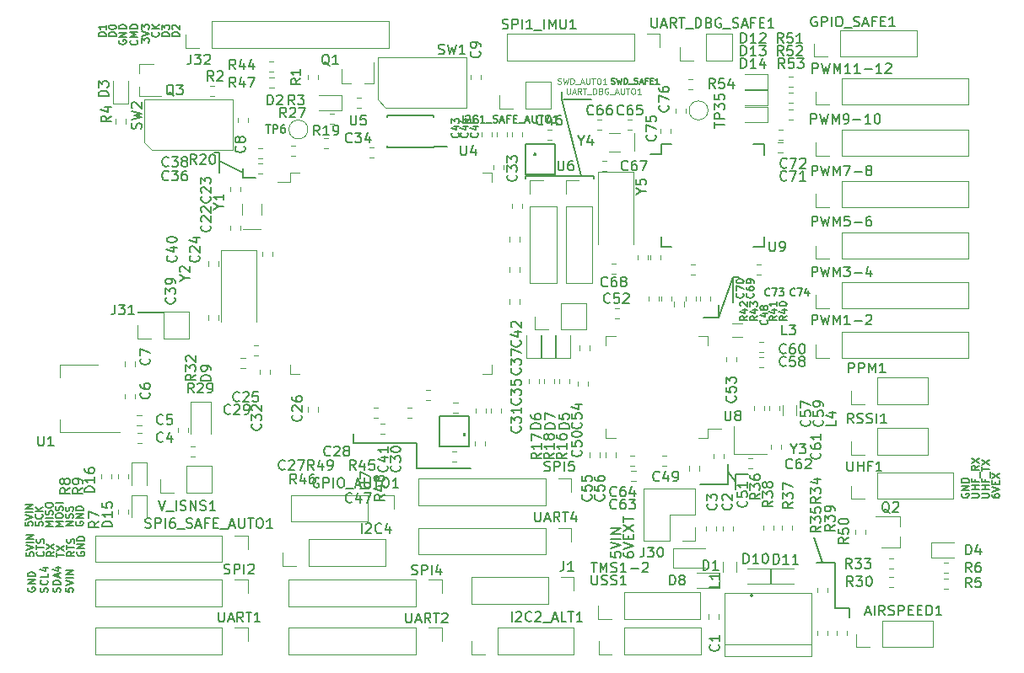
<source format=gbr>
G04 #@! TF.GenerationSoftware,KiCad,Pcbnew,(5.1.2)-1*
G04 #@! TF.CreationDate,2021-02-01T19:25:34-05:00*
G04 #@! TF.ProjectId,ZP-Breakout,5a502d42-7265-4616-9b6f-75742e6b6963,rev?*
G04 #@! TF.SameCoordinates,Original*
G04 #@! TF.FileFunction,Legend,Top*
G04 #@! TF.FilePolarity,Positive*
%FSLAX46Y46*%
G04 Gerber Fmt 4.6, Leading zero omitted, Abs format (unit mm)*
G04 Created by KiCad (PCBNEW (5.1.2)-1) date 2021-02-01 19:25:34*
%MOMM*%
%LPD*%
G04 APERTURE LIST*
%ADD10C,0.150000*%
%ADD11C,0.120000*%
%ADD12C,0.300000*%
%ADD13C,0.125000*%
G04 APERTURE END LIST*
D10*
X51179500Y-147794071D02*
X51143785Y-147865500D01*
X51143785Y-147972642D01*
X51179500Y-148079785D01*
X51250928Y-148151214D01*
X51322357Y-148186928D01*
X51465214Y-148222642D01*
X51572357Y-148222642D01*
X51715214Y-148186928D01*
X51786642Y-148151214D01*
X51858071Y-148079785D01*
X51893785Y-147972642D01*
X51893785Y-147901214D01*
X51858071Y-147794071D01*
X51822357Y-147758357D01*
X51572357Y-147758357D01*
X51572357Y-147901214D01*
X51893785Y-147436928D02*
X51143785Y-147436928D01*
X51893785Y-147008357D01*
X51143785Y-147008357D01*
X51893785Y-146651214D02*
X51143785Y-146651214D01*
X51143785Y-146472642D01*
X51179500Y-146365500D01*
X51250928Y-146294071D01*
X51322357Y-146258357D01*
X51465214Y-146222642D01*
X51572357Y-146222642D01*
X51715214Y-146258357D01*
X51786642Y-146294071D01*
X51858071Y-146365500D01*
X51893785Y-146472642D01*
X51893785Y-146651214D01*
X53133071Y-148222642D02*
X53168785Y-148115500D01*
X53168785Y-147936928D01*
X53133071Y-147865500D01*
X53097357Y-147829785D01*
X53025928Y-147794071D01*
X52954500Y-147794071D01*
X52883071Y-147829785D01*
X52847357Y-147865500D01*
X52811642Y-147936928D01*
X52775928Y-148079785D01*
X52740214Y-148151214D01*
X52704500Y-148186928D01*
X52633071Y-148222642D01*
X52561642Y-148222642D01*
X52490214Y-148186928D01*
X52454500Y-148151214D01*
X52418785Y-148079785D01*
X52418785Y-147901214D01*
X52454500Y-147794071D01*
X53097357Y-147044071D02*
X53133071Y-147079785D01*
X53168785Y-147186928D01*
X53168785Y-147258357D01*
X53133071Y-147365500D01*
X53061642Y-147436928D01*
X52990214Y-147472642D01*
X52847357Y-147508357D01*
X52740214Y-147508357D01*
X52597357Y-147472642D01*
X52525928Y-147436928D01*
X52454500Y-147365500D01*
X52418785Y-147258357D01*
X52418785Y-147186928D01*
X52454500Y-147079785D01*
X52490214Y-147044071D01*
X53168785Y-146365500D02*
X53168785Y-146722642D01*
X52418785Y-146722642D01*
X52668785Y-145794071D02*
X53168785Y-145794071D01*
X52383071Y-145972642D02*
X52918785Y-146151214D01*
X52918785Y-145686928D01*
X54408071Y-148222642D02*
X54443785Y-148115500D01*
X54443785Y-147936928D01*
X54408071Y-147865500D01*
X54372357Y-147829785D01*
X54300928Y-147794071D01*
X54229500Y-147794071D01*
X54158071Y-147829785D01*
X54122357Y-147865500D01*
X54086642Y-147936928D01*
X54050928Y-148079785D01*
X54015214Y-148151214D01*
X53979500Y-148186928D01*
X53908071Y-148222642D01*
X53836642Y-148222642D01*
X53765214Y-148186928D01*
X53729500Y-148151214D01*
X53693785Y-148079785D01*
X53693785Y-147901214D01*
X53729500Y-147794071D01*
X54443785Y-147472642D02*
X53693785Y-147472642D01*
X53693785Y-147294071D01*
X53729500Y-147186928D01*
X53800928Y-147115500D01*
X53872357Y-147079785D01*
X54015214Y-147044071D01*
X54122357Y-147044071D01*
X54265214Y-147079785D01*
X54336642Y-147115500D01*
X54408071Y-147186928D01*
X54443785Y-147294071D01*
X54443785Y-147472642D01*
X54229500Y-146758357D02*
X54229500Y-146401214D01*
X54443785Y-146829785D02*
X53693785Y-146579785D01*
X54443785Y-146329785D01*
X53943785Y-145758357D02*
X54443785Y-145758357D01*
X53658071Y-145936928D02*
X54193785Y-146115500D01*
X54193785Y-145651214D01*
X54968785Y-147829785D02*
X54968785Y-148186928D01*
X55325928Y-148222642D01*
X55290214Y-148186928D01*
X55254500Y-148115500D01*
X55254500Y-147936928D01*
X55290214Y-147865500D01*
X55325928Y-147829785D01*
X55397357Y-147794071D01*
X55575928Y-147794071D01*
X55647357Y-147829785D01*
X55683071Y-147865500D01*
X55718785Y-147936928D01*
X55718785Y-148115500D01*
X55683071Y-148186928D01*
X55647357Y-148222642D01*
X54968785Y-147579785D02*
X55718785Y-147329785D01*
X54968785Y-147079785D01*
X55718785Y-146829785D02*
X54968785Y-146829785D01*
X55718785Y-146472642D02*
X54968785Y-146472642D01*
X55718785Y-146044071D01*
X54968785Y-146044071D01*
X147925285Y-138416000D02*
X147925285Y-138558857D01*
X147961000Y-138630285D01*
X147996714Y-138666000D01*
X148103857Y-138737428D01*
X148246714Y-138773142D01*
X148532428Y-138773142D01*
X148603857Y-138737428D01*
X148639571Y-138701714D01*
X148675285Y-138630285D01*
X148675285Y-138487428D01*
X148639571Y-138416000D01*
X148603857Y-138380285D01*
X148532428Y-138344571D01*
X148353857Y-138344571D01*
X148282428Y-138380285D01*
X148246714Y-138416000D01*
X148211000Y-138487428D01*
X148211000Y-138630285D01*
X148246714Y-138701714D01*
X148282428Y-138737428D01*
X148353857Y-138773142D01*
X147925285Y-138130285D02*
X148675285Y-137880285D01*
X147925285Y-137630285D01*
X148282428Y-137380285D02*
X148282428Y-137130285D01*
X148675285Y-137023142D02*
X148675285Y-137380285D01*
X147925285Y-137380285D01*
X147925285Y-137023142D01*
X147925285Y-136773142D02*
X148675285Y-136273142D01*
X147925285Y-136273142D02*
X148675285Y-136773142D01*
X146909285Y-138737428D02*
X147516428Y-138737428D01*
X147587857Y-138701714D01*
X147623571Y-138666000D01*
X147659285Y-138594571D01*
X147659285Y-138451714D01*
X147623571Y-138380286D01*
X147587857Y-138344571D01*
X147516428Y-138308857D01*
X146909285Y-138308857D01*
X147659285Y-137951714D02*
X146909285Y-137951714D01*
X147266428Y-137951714D02*
X147266428Y-137523143D01*
X147659285Y-137523143D02*
X146909285Y-137523143D01*
X147266428Y-136916000D02*
X147266428Y-137166000D01*
X147659285Y-137166000D02*
X146909285Y-137166000D01*
X146909285Y-136808857D01*
X147730714Y-136701714D02*
X147730714Y-136130286D01*
X146909285Y-136058857D02*
X146909285Y-135630286D01*
X147659285Y-135844571D02*
X146909285Y-135844571D01*
X146909285Y-135451714D02*
X147659285Y-134951714D01*
X146909285Y-134951714D02*
X147659285Y-135451714D01*
X145893285Y-138737428D02*
X146500428Y-138737428D01*
X146571857Y-138701714D01*
X146607571Y-138666000D01*
X146643285Y-138594571D01*
X146643285Y-138451714D01*
X146607571Y-138380285D01*
X146571857Y-138344571D01*
X146500428Y-138308857D01*
X145893285Y-138308857D01*
X146643285Y-137951714D02*
X145893285Y-137951714D01*
X146250428Y-137951714D02*
X146250428Y-137523142D01*
X146643285Y-137523142D02*
X145893285Y-137523142D01*
X146250428Y-136916000D02*
X146250428Y-137166000D01*
X146643285Y-137166000D02*
X145893285Y-137166000D01*
X145893285Y-136808857D01*
X146714714Y-136701714D02*
X146714714Y-136130285D01*
X146643285Y-135523142D02*
X146286142Y-135773142D01*
X146643285Y-135951714D02*
X145893285Y-135951714D01*
X145893285Y-135666000D01*
X145929000Y-135594571D01*
X145964714Y-135558857D01*
X146036142Y-135523142D01*
X146143285Y-135523142D01*
X146214714Y-135558857D01*
X146250428Y-135594571D01*
X146286142Y-135666000D01*
X146286142Y-135951714D01*
X145893285Y-135273142D02*
X146643285Y-134773142D01*
X145893285Y-134773142D02*
X146643285Y-135273142D01*
X144913000Y-138344571D02*
X144877285Y-138416000D01*
X144877285Y-138523143D01*
X144913000Y-138630285D01*
X144984428Y-138701714D01*
X145055857Y-138737428D01*
X145198714Y-138773143D01*
X145305857Y-138773143D01*
X145448714Y-138737428D01*
X145520142Y-138701714D01*
X145591571Y-138630285D01*
X145627285Y-138523143D01*
X145627285Y-138451714D01*
X145591571Y-138344571D01*
X145555857Y-138308857D01*
X145305857Y-138308857D01*
X145305857Y-138451714D01*
X145627285Y-137987428D02*
X144877285Y-137987428D01*
X145627285Y-137558857D01*
X144877285Y-137558857D01*
X145627285Y-137201714D02*
X144877285Y-137201714D01*
X144877285Y-137023143D01*
X144913000Y-136916000D01*
X144984428Y-136844571D01*
X145055857Y-136808857D01*
X145198714Y-136773143D01*
X145305857Y-136773143D01*
X145448714Y-136808857D01*
X145520142Y-136844571D01*
X145591571Y-136916000D01*
X145627285Y-137023143D01*
X145627285Y-137201714D01*
X121920000Y-116586000D02*
X120523000Y-120650000D01*
X121920000Y-116586000D02*
X122555000Y-116586000D01*
X121920000Y-116840000D02*
X121920000Y-116586000D01*
X121920000Y-116840000D02*
X121920000Y-119126000D01*
X120523000Y-119380000D02*
X120523000Y-120650000D01*
X118999000Y-120650000D02*
X120523000Y-120650000D01*
X54072285Y-144708428D02*
X54072285Y-144279857D01*
X54822285Y-144494142D02*
X54072285Y-144494142D01*
X54072285Y-144101285D02*
X54822285Y-143601285D01*
X54072285Y-143601285D02*
X54822285Y-144101285D01*
X55838285Y-144172714D02*
X55481142Y-144422714D01*
X55838285Y-144601285D02*
X55088285Y-144601285D01*
X55088285Y-144315571D01*
X55124000Y-144244142D01*
X55159714Y-144208428D01*
X55231142Y-144172714D01*
X55338285Y-144172714D01*
X55409714Y-144208428D01*
X55445428Y-144244142D01*
X55481142Y-144315571D01*
X55481142Y-144601285D01*
X55088285Y-143958428D02*
X55088285Y-143529857D01*
X55838285Y-143744142D02*
X55088285Y-143744142D01*
X55802571Y-143315571D02*
X55838285Y-143208428D01*
X55838285Y-143029857D01*
X55802571Y-142958428D01*
X55766857Y-142922714D01*
X55695428Y-142887000D01*
X55624000Y-142887000D01*
X55552571Y-142922714D01*
X55516857Y-142958428D01*
X55481142Y-143029857D01*
X55445428Y-143172714D01*
X55409714Y-143244142D01*
X55374000Y-143279857D01*
X55302571Y-143315571D01*
X55231142Y-143315571D01*
X55159714Y-143279857D01*
X55124000Y-143244142D01*
X55088285Y-143172714D01*
X55088285Y-142994142D01*
X55124000Y-142887000D01*
X51024285Y-144244142D02*
X51024285Y-144601285D01*
X51381428Y-144636999D01*
X51345714Y-144601285D01*
X51310000Y-144529857D01*
X51310000Y-144351285D01*
X51345714Y-144279857D01*
X51381428Y-144244142D01*
X51452857Y-144208428D01*
X51631428Y-144208428D01*
X51702857Y-144244142D01*
X51738571Y-144279857D01*
X51774285Y-144351285D01*
X51774285Y-144529857D01*
X51738571Y-144601285D01*
X51702857Y-144636999D01*
X51024285Y-143994142D02*
X51774285Y-143744142D01*
X51024285Y-143494142D01*
X51774285Y-143244142D02*
X51024285Y-143244142D01*
X51774285Y-142886999D02*
X51024285Y-142886999D01*
X51774285Y-142458428D01*
X51024285Y-142458428D01*
X53806285Y-144172714D02*
X53449142Y-144422714D01*
X53806285Y-144601285D02*
X53056285Y-144601285D01*
X53056285Y-144315571D01*
X53092000Y-144244142D01*
X53127714Y-144208428D01*
X53199142Y-144172714D01*
X53306285Y-144172714D01*
X53377714Y-144208428D01*
X53413428Y-144244142D01*
X53449142Y-144315571D01*
X53449142Y-144601285D01*
X53056285Y-143922714D02*
X53806285Y-143422714D01*
X53056285Y-143422714D02*
X53806285Y-143922714D01*
X52718857Y-144172714D02*
X52754571Y-144208428D01*
X52790285Y-144315571D01*
X52790285Y-144387000D01*
X52754571Y-144494142D01*
X52683142Y-144565571D01*
X52611714Y-144601285D01*
X52468857Y-144637000D01*
X52361714Y-144637000D01*
X52218857Y-144601285D01*
X52147428Y-144565571D01*
X52076000Y-144494142D01*
X52040285Y-144387000D01*
X52040285Y-144315571D01*
X52076000Y-144208428D01*
X52111714Y-144172714D01*
X52040285Y-143958428D02*
X52040285Y-143529857D01*
X52790285Y-143744142D02*
X52040285Y-143744142D01*
X52754571Y-143315571D02*
X52790285Y-143208428D01*
X52790285Y-143029857D01*
X52754571Y-142958428D01*
X52718857Y-142922714D01*
X52647428Y-142887000D01*
X52576000Y-142887000D01*
X52504571Y-142922714D01*
X52468857Y-142958428D01*
X52433142Y-143029857D01*
X52397428Y-143172714D01*
X52361714Y-143244142D01*
X52326000Y-143279857D01*
X52254571Y-143315571D01*
X52183142Y-143315571D01*
X52111714Y-143279857D01*
X52076000Y-143244142D01*
X52040285Y-143172714D01*
X52040285Y-142994142D01*
X52076000Y-142887000D01*
X56140000Y-144208428D02*
X56104285Y-144279857D01*
X56104285Y-144387000D01*
X56140000Y-144494142D01*
X56211428Y-144565571D01*
X56282857Y-144601285D01*
X56425714Y-144637000D01*
X56532857Y-144637000D01*
X56675714Y-144601285D01*
X56747142Y-144565571D01*
X56818571Y-144494142D01*
X56854285Y-144387000D01*
X56854285Y-144315571D01*
X56818571Y-144208428D01*
X56782857Y-144172714D01*
X56532857Y-144172714D01*
X56532857Y-144315571D01*
X56854285Y-143851285D02*
X56104285Y-143851285D01*
X56854285Y-143422714D01*
X56104285Y-143422714D01*
X56854285Y-143065571D02*
X56104285Y-143065571D01*
X56104285Y-142887000D01*
X56140000Y-142779857D01*
X56211428Y-142708428D01*
X56282857Y-142672714D01*
X56425714Y-142637000D01*
X56532857Y-142637000D01*
X56675714Y-142672714D01*
X56747142Y-142708428D01*
X56818571Y-142779857D01*
X56854285Y-142887000D01*
X56854285Y-143065571D01*
X56013000Y-141160428D02*
X55977285Y-141231857D01*
X55977285Y-141339000D01*
X56013000Y-141446142D01*
X56084428Y-141517571D01*
X56155857Y-141553285D01*
X56298714Y-141589000D01*
X56405857Y-141589000D01*
X56548714Y-141553285D01*
X56620142Y-141517571D01*
X56691571Y-141446142D01*
X56727285Y-141339000D01*
X56727285Y-141267571D01*
X56691571Y-141160428D01*
X56655857Y-141124714D01*
X56405857Y-141124714D01*
X56405857Y-141267571D01*
X56727285Y-140803285D02*
X55977285Y-140803285D01*
X56727285Y-140374714D01*
X55977285Y-140374714D01*
X56727285Y-140017571D02*
X55977285Y-140017571D01*
X55977285Y-139839000D01*
X56013000Y-139731857D01*
X56084428Y-139660428D01*
X56155857Y-139624714D01*
X56298714Y-139589000D01*
X56405857Y-139589000D01*
X56548714Y-139624714D01*
X56620142Y-139660428D01*
X56691571Y-139731857D01*
X56727285Y-139839000D01*
X56727285Y-140017571D01*
X55711285Y-141553285D02*
X54961285Y-141553285D01*
X55711285Y-141124714D01*
X54961285Y-141124714D01*
X55675571Y-140803285D02*
X55711285Y-140696142D01*
X55711285Y-140517571D01*
X55675571Y-140446142D01*
X55639857Y-140410428D01*
X55568428Y-140374714D01*
X55497000Y-140374714D01*
X55425571Y-140410428D01*
X55389857Y-140446142D01*
X55354142Y-140517571D01*
X55318428Y-140660428D01*
X55282714Y-140731856D01*
X55247000Y-140767571D01*
X55175571Y-140803285D01*
X55104142Y-140803285D01*
X55032714Y-140767571D01*
X54997000Y-140731856D01*
X54961285Y-140660428D01*
X54961285Y-140481856D01*
X54997000Y-140374714D01*
X55675571Y-140088999D02*
X55711285Y-139981856D01*
X55711285Y-139803285D01*
X55675571Y-139731856D01*
X55639857Y-139696142D01*
X55568428Y-139660428D01*
X55497000Y-139660428D01*
X55425571Y-139696142D01*
X55389857Y-139731856D01*
X55354142Y-139803285D01*
X55318428Y-139946142D01*
X55282714Y-140017571D01*
X55247000Y-140053285D01*
X55175571Y-140088999D01*
X55104142Y-140088999D01*
X55032714Y-140053285D01*
X54997000Y-140017571D01*
X54961285Y-139946142D01*
X54961285Y-139767571D01*
X54997000Y-139660428D01*
X53679285Y-141640571D02*
X52929285Y-141640571D01*
X53465000Y-141390571D01*
X52929285Y-141140571D01*
X53679285Y-141140571D01*
X53679285Y-140783428D02*
X52929285Y-140783428D01*
X53643571Y-140462000D02*
X53679285Y-140354857D01*
X53679285Y-140176285D01*
X53643571Y-140104857D01*
X53607857Y-140069142D01*
X53536428Y-140033428D01*
X53465000Y-140033428D01*
X53393571Y-140069142D01*
X53357857Y-140104857D01*
X53322142Y-140176285D01*
X53286428Y-140319142D01*
X53250714Y-140390571D01*
X53215000Y-140426285D01*
X53143571Y-140462000D01*
X53072142Y-140462000D01*
X53000714Y-140426285D01*
X52965000Y-140390571D01*
X52929285Y-140319142D01*
X52929285Y-140140571D01*
X52965000Y-140033428D01*
X52929285Y-139569142D02*
X52929285Y-139426285D01*
X52965000Y-139354857D01*
X53036428Y-139283428D01*
X53179285Y-139247714D01*
X53429285Y-139247714D01*
X53572142Y-139283428D01*
X53643571Y-139354857D01*
X53679285Y-139426285D01*
X53679285Y-139569142D01*
X53643571Y-139640571D01*
X53572142Y-139712000D01*
X53429285Y-139747714D01*
X53179285Y-139747714D01*
X53036428Y-139712000D01*
X52965000Y-139640571D01*
X52929285Y-139569142D01*
X54695285Y-141640571D02*
X53945285Y-141640571D01*
X54481000Y-141390571D01*
X53945285Y-141140571D01*
X54695285Y-141140571D01*
X53945285Y-140640571D02*
X53945285Y-140497714D01*
X53981000Y-140426285D01*
X54052428Y-140354857D01*
X54195285Y-140319142D01*
X54445285Y-140319142D01*
X54588142Y-140354857D01*
X54659571Y-140426285D01*
X54695285Y-140497714D01*
X54695285Y-140640571D01*
X54659571Y-140712000D01*
X54588142Y-140783428D01*
X54445285Y-140819142D01*
X54195285Y-140819142D01*
X54052428Y-140783428D01*
X53981000Y-140712000D01*
X53945285Y-140640571D01*
X54659571Y-140033428D02*
X54695285Y-139926285D01*
X54695285Y-139747714D01*
X54659571Y-139676285D01*
X54623857Y-139640571D01*
X54552428Y-139604857D01*
X54481000Y-139604857D01*
X54409571Y-139640571D01*
X54373857Y-139676285D01*
X54338142Y-139747714D01*
X54302428Y-139890571D01*
X54266714Y-139962000D01*
X54231000Y-139997714D01*
X54159571Y-140033428D01*
X54088142Y-140033428D01*
X54016714Y-139997714D01*
X53981000Y-139962000D01*
X53945285Y-139890571D01*
X53945285Y-139712000D01*
X53981000Y-139604857D01*
X54695285Y-139283428D02*
X53945285Y-139283428D01*
X52627571Y-141588999D02*
X52663285Y-141481856D01*
X52663285Y-141303285D01*
X52627571Y-141231856D01*
X52591857Y-141196142D01*
X52520428Y-141160428D01*
X52449000Y-141160428D01*
X52377571Y-141196142D01*
X52341857Y-141231856D01*
X52306142Y-141303285D01*
X52270428Y-141446142D01*
X52234714Y-141517571D01*
X52199000Y-141553285D01*
X52127571Y-141588999D01*
X52056142Y-141588999D01*
X51984714Y-141553285D01*
X51949000Y-141517571D01*
X51913285Y-141446142D01*
X51913285Y-141267571D01*
X51949000Y-141160428D01*
X52591857Y-140410428D02*
X52627571Y-140446142D01*
X52663285Y-140553285D01*
X52663285Y-140624714D01*
X52627571Y-140731856D01*
X52556142Y-140803285D01*
X52484714Y-140838999D01*
X52341857Y-140874714D01*
X52234714Y-140874714D01*
X52091857Y-140838999D01*
X52020428Y-140803285D01*
X51949000Y-140731856D01*
X51913285Y-140624714D01*
X51913285Y-140553285D01*
X51949000Y-140446142D01*
X51984714Y-140410428D01*
X52663285Y-140088999D02*
X51913285Y-140088999D01*
X52663285Y-139660428D02*
X52234714Y-139981856D01*
X51913285Y-139660428D02*
X52341857Y-140088999D01*
X50897285Y-141196142D02*
X50897285Y-141553285D01*
X51254428Y-141588999D01*
X51218714Y-141553285D01*
X51183000Y-141481857D01*
X51183000Y-141303285D01*
X51218714Y-141231857D01*
X51254428Y-141196142D01*
X51325857Y-141160428D01*
X51504428Y-141160428D01*
X51575857Y-141196142D01*
X51611571Y-141231857D01*
X51647285Y-141303285D01*
X51647285Y-141481857D01*
X51611571Y-141553285D01*
X51575857Y-141588999D01*
X50897285Y-140946142D02*
X51647285Y-140696142D01*
X50897285Y-140446142D01*
X51647285Y-140196142D02*
X50897285Y-140196142D01*
X51647285Y-139838999D02*
X50897285Y-139838999D01*
X51647285Y-139410428D01*
X50897285Y-139410428D01*
X66379285Y-92374571D02*
X65629285Y-92374571D01*
X65629285Y-92196000D01*
X65665000Y-92088857D01*
X65736428Y-92017428D01*
X65807857Y-91981714D01*
X65950714Y-91946000D01*
X66057857Y-91946000D01*
X66200714Y-91981714D01*
X66272142Y-92017428D01*
X66343571Y-92088857D01*
X66379285Y-92196000D01*
X66379285Y-92374571D01*
X65700714Y-91660285D02*
X65665000Y-91624571D01*
X65629285Y-91553142D01*
X65629285Y-91374571D01*
X65665000Y-91303142D01*
X65700714Y-91267428D01*
X65772142Y-91231714D01*
X65843571Y-91231714D01*
X65950714Y-91267428D01*
X66379285Y-91696000D01*
X66379285Y-91231714D01*
X65363285Y-92374571D02*
X64613285Y-92374571D01*
X64613285Y-92196000D01*
X64649000Y-92088857D01*
X64720428Y-92017428D01*
X64791857Y-91981714D01*
X64934714Y-91946000D01*
X65041857Y-91946000D01*
X65184714Y-91981714D01*
X65256142Y-92017428D01*
X65327571Y-92088857D01*
X65363285Y-92196000D01*
X65363285Y-92374571D01*
X64613285Y-91696000D02*
X64613285Y-91231714D01*
X64899000Y-91481714D01*
X64899000Y-91374571D01*
X64934714Y-91303142D01*
X64970428Y-91267428D01*
X65041857Y-91231714D01*
X65220428Y-91231714D01*
X65291857Y-91267428D01*
X65327571Y-91303142D01*
X65363285Y-91374571D01*
X65363285Y-91588857D01*
X65327571Y-91660285D01*
X65291857Y-91696000D01*
X64275857Y-91963857D02*
X64311571Y-91999571D01*
X64347285Y-92106714D01*
X64347285Y-92178142D01*
X64311571Y-92285285D01*
X64240142Y-92356714D01*
X64168714Y-92392428D01*
X64025857Y-92428142D01*
X63918714Y-92428142D01*
X63775857Y-92392428D01*
X63704428Y-92356714D01*
X63633000Y-92285285D01*
X63597285Y-92178142D01*
X63597285Y-92106714D01*
X63633000Y-91999571D01*
X63668714Y-91963857D01*
X64347285Y-91642428D02*
X63597285Y-91642428D01*
X64347285Y-91213857D02*
X63918714Y-91535285D01*
X63597285Y-91213857D02*
X64025857Y-91642428D01*
X62581285Y-93003571D02*
X62581285Y-92539285D01*
X62867000Y-92789285D01*
X62867000Y-92682142D01*
X62902714Y-92610714D01*
X62938428Y-92575000D01*
X63009857Y-92539285D01*
X63188428Y-92539285D01*
X63259857Y-92575000D01*
X63295571Y-92610714D01*
X63331285Y-92682142D01*
X63331285Y-92896428D01*
X63295571Y-92967857D01*
X63259857Y-93003571D01*
X62581285Y-92325000D02*
X63331285Y-92075000D01*
X62581285Y-91825000D01*
X62581285Y-91646428D02*
X62581285Y-91182142D01*
X62867000Y-91432142D01*
X62867000Y-91325000D01*
X62902714Y-91253571D01*
X62938428Y-91217857D01*
X63009857Y-91182142D01*
X63188428Y-91182142D01*
X63259857Y-91217857D01*
X63295571Y-91253571D01*
X63331285Y-91325000D01*
X63331285Y-91539285D01*
X63295571Y-91610714D01*
X63259857Y-91646428D01*
X62116857Y-92773428D02*
X62152571Y-92809142D01*
X62188285Y-92916285D01*
X62188285Y-92987714D01*
X62152571Y-93094857D01*
X62081142Y-93166285D01*
X62009714Y-93202000D01*
X61866857Y-93237714D01*
X61759714Y-93237714D01*
X61616857Y-93202000D01*
X61545428Y-93166285D01*
X61474000Y-93094857D01*
X61438285Y-92987714D01*
X61438285Y-92916285D01*
X61474000Y-92809142D01*
X61509714Y-92773428D01*
X62188285Y-92452000D02*
X61438285Y-92452000D01*
X61974000Y-92202000D01*
X61438285Y-91952000D01*
X62188285Y-91952000D01*
X62188285Y-91594857D02*
X61438285Y-91594857D01*
X61438285Y-91416285D01*
X61474000Y-91309142D01*
X61545428Y-91237714D01*
X61616857Y-91202000D01*
X61759714Y-91166285D01*
X61866857Y-91166285D01*
X62009714Y-91202000D01*
X62081142Y-91237714D01*
X62152571Y-91309142D01*
X62188285Y-91416285D01*
X62188285Y-91594857D01*
X60331000Y-92773428D02*
X60295285Y-92844857D01*
X60295285Y-92952000D01*
X60331000Y-93059142D01*
X60402428Y-93130571D01*
X60473857Y-93166285D01*
X60616714Y-93202000D01*
X60723857Y-93202000D01*
X60866714Y-93166285D01*
X60938142Y-93130571D01*
X61009571Y-93059142D01*
X61045285Y-92952000D01*
X61045285Y-92880571D01*
X61009571Y-92773428D01*
X60973857Y-92737714D01*
X60723857Y-92737714D01*
X60723857Y-92880571D01*
X61045285Y-92416285D02*
X60295285Y-92416285D01*
X61045285Y-91987714D01*
X60295285Y-91987714D01*
X61045285Y-91630571D02*
X60295285Y-91630571D01*
X60295285Y-91452000D01*
X60331000Y-91344857D01*
X60402428Y-91273428D01*
X60473857Y-91237714D01*
X60616714Y-91202000D01*
X60723857Y-91202000D01*
X60866714Y-91237714D01*
X60938142Y-91273428D01*
X61009571Y-91344857D01*
X61045285Y-91452000D01*
X61045285Y-91630571D01*
X60029285Y-92374571D02*
X59279285Y-92374571D01*
X59279285Y-92196000D01*
X59315000Y-92088857D01*
X59386428Y-92017428D01*
X59457857Y-91981714D01*
X59600714Y-91946000D01*
X59707857Y-91946000D01*
X59850714Y-91981714D01*
X59922142Y-92017428D01*
X59993571Y-92088857D01*
X60029285Y-92196000D01*
X60029285Y-92374571D01*
X59279285Y-91481714D02*
X59279285Y-91410285D01*
X59315000Y-91338857D01*
X59350714Y-91303142D01*
X59422142Y-91267428D01*
X59565000Y-91231714D01*
X59743571Y-91231714D01*
X59886428Y-91267428D01*
X59957857Y-91303142D01*
X59993571Y-91338857D01*
X60029285Y-91410285D01*
X60029285Y-91481714D01*
X59993571Y-91553142D01*
X59957857Y-91588857D01*
X59886428Y-91624571D01*
X59743571Y-91660285D01*
X59565000Y-91660285D01*
X59422142Y-91624571D01*
X59350714Y-91588857D01*
X59315000Y-91553142D01*
X59279285Y-91481714D01*
X59013285Y-92374571D02*
X58263285Y-92374571D01*
X58263285Y-92196000D01*
X58299000Y-92088857D01*
X58370428Y-92017428D01*
X58441857Y-91981714D01*
X58584714Y-91946000D01*
X58691857Y-91946000D01*
X58834714Y-91981714D01*
X58906142Y-92017428D01*
X58977571Y-92088857D01*
X59013285Y-92196000D01*
X59013285Y-92374571D01*
X59013285Y-91231714D02*
X59013285Y-91660285D01*
X59013285Y-91446000D02*
X58263285Y-91446000D01*
X58370428Y-91517428D01*
X58441857Y-91588857D01*
X58477571Y-91660285D01*
X70358000Y-104902000D02*
X72771000Y-106045000D01*
X72771000Y-106553000D02*
X74041000Y-106553000D01*
X72771000Y-105664000D02*
X72771000Y-106553000D01*
X70358000Y-105283000D02*
X70358000Y-106045000D01*
X70358000Y-104013000D02*
X70358000Y-105283000D01*
X69850000Y-104013000D02*
X70358000Y-104013000D01*
X104775000Y-98679000D02*
X106680000Y-106426000D01*
X107950000Y-106426000D02*
X107950000Y-106680000D01*
X101092000Y-106426000D02*
X107950000Y-106426000D01*
X101092000Y-106680000D02*
X101092000Y-106426000D01*
X107696000Y-98679000D02*
X104902000Y-98679000D01*
X104775000Y-97917000D02*
X104775000Y-98679000D01*
X122174000Y-136398000D02*
X123444000Y-136398000D01*
X122174000Y-137160000D02*
X122174000Y-136398000D01*
X122174000Y-137922000D02*
X122174000Y-137160000D01*
X122174000Y-137160000D02*
X122174000Y-137922000D01*
X121412000Y-136144000D02*
X122174000Y-137160000D01*
X121412000Y-135382000D02*
X121412000Y-137414000D01*
X121412000Y-137414000D02*
X121412000Y-135382000D01*
X120904000Y-137414000D02*
X121412000Y-137414000D01*
X118618000Y-137414000D02*
X120904000Y-137414000D01*
X110958380Y-144295619D02*
X110958380Y-144486095D01*
X111006000Y-144581333D01*
X111053619Y-144628952D01*
X111196476Y-144724190D01*
X111386952Y-144771809D01*
X111767904Y-144771809D01*
X111863142Y-144724190D01*
X111910761Y-144676571D01*
X111958380Y-144581333D01*
X111958380Y-144390857D01*
X111910761Y-144295619D01*
X111863142Y-144248000D01*
X111767904Y-144200380D01*
X111529809Y-144200380D01*
X111434571Y-144248000D01*
X111386952Y-144295619D01*
X111339333Y-144390857D01*
X111339333Y-144581333D01*
X111386952Y-144676571D01*
X111434571Y-144724190D01*
X111529809Y-144771809D01*
X110958380Y-143914666D02*
X111958380Y-143581333D01*
X110958380Y-143248000D01*
X111434571Y-142914666D02*
X111434571Y-142581333D01*
X111958380Y-142438476D02*
X111958380Y-142914666D01*
X110958380Y-142914666D01*
X110958380Y-142438476D01*
X110958380Y-142105142D02*
X111958380Y-141438476D01*
X110958380Y-141438476D02*
X111958380Y-142105142D01*
X110958380Y-141200380D02*
X110958380Y-140628952D01*
X111958380Y-140914666D02*
X110958380Y-140914666D01*
X109688380Y-144208380D02*
X109688380Y-144684571D01*
X110164571Y-144732190D01*
X110116952Y-144684571D01*
X110069333Y-144589333D01*
X110069333Y-144351238D01*
X110116952Y-144256000D01*
X110164571Y-144208380D01*
X110259809Y-144160761D01*
X110497904Y-144160761D01*
X110593142Y-144208380D01*
X110640761Y-144256000D01*
X110688380Y-144351238D01*
X110688380Y-144589333D01*
X110640761Y-144684571D01*
X110593142Y-144732190D01*
X109688380Y-143875047D02*
X110688380Y-143541714D01*
X109688380Y-143208380D01*
X110688380Y-142875047D02*
X109688380Y-142875047D01*
X110688380Y-142398857D02*
X109688380Y-142398857D01*
X110688380Y-141827428D01*
X109688380Y-141827428D01*
X133604000Y-149860000D02*
X133604000Y-150749000D01*
X132207000Y-149860000D02*
X133604000Y-149860000D01*
X132207000Y-148844000D02*
X132207000Y-149860000D01*
X132207000Y-145288000D02*
X132207000Y-148844000D01*
X130810000Y-145288000D02*
X132207000Y-145288000D01*
X130937000Y-145288000D02*
X130302000Y-145288000D01*
X130048000Y-142748000D02*
X130937000Y-145288000D01*
X90170000Y-135763000D02*
X95631000Y-135763000D01*
X90170000Y-135382000D02*
X90170000Y-135763000D01*
X90170000Y-134747000D02*
X90170000Y-135382000D01*
X90170000Y-133223000D02*
X90170000Y-134747000D01*
X83820000Y-133223000D02*
X90170000Y-133223000D01*
X83820000Y-132334000D02*
X83820000Y-133223000D01*
D11*
G04 #@! TO.C,TMS1-2*
X108398000Y-150936000D02*
X108398000Y-149606000D01*
X109728000Y-150936000D02*
X108398000Y-150936000D01*
X110998000Y-150936000D02*
X110998000Y-148276000D01*
X110998000Y-148276000D02*
X118678000Y-148276000D01*
X110998000Y-150936000D02*
X118678000Y-150936000D01*
X118678000Y-150936000D02*
X118678000Y-148276000D01*
G04 #@! TO.C,J1*
X105978000Y-146752000D02*
X105978000Y-148082000D01*
X104648000Y-146752000D02*
X105978000Y-146752000D01*
X103378000Y-146752000D02*
X103378000Y-149412000D01*
X103378000Y-149412000D02*
X95698000Y-149412000D01*
X103378000Y-146752000D02*
X95698000Y-146752000D01*
X95698000Y-146752000D02*
X95698000Y-149412000D01*
G04 #@! TO.C,RSSI1*
X133798000Y-134426000D02*
X133798000Y-133096000D01*
X135128000Y-134426000D02*
X133798000Y-134426000D01*
X136398000Y-134426000D02*
X136398000Y-131766000D01*
X136398000Y-131766000D02*
X141538000Y-131766000D01*
X136398000Y-134426000D02*
X141538000Y-134426000D01*
X141538000Y-134426000D02*
X141538000Y-131766000D01*
G04 #@! TO.C,R44*
X75795000Y-94867000D02*
X75355000Y-94867000D01*
X75795000Y-95887000D02*
X75355000Y-95887000D01*
G04 #@! TO.C,R49*
X89701500Y-129665000D02*
X89261500Y-129665000D01*
X89701500Y-130685000D02*
X89261500Y-130685000D01*
G04 #@! TO.C,SW1*
X87100000Y-99550000D02*
X86300000Y-98750000D01*
X86300000Y-98750000D02*
X86300000Y-94450000D01*
X86300000Y-94450000D02*
X95200000Y-94450000D01*
X95200000Y-94450000D02*
X95200000Y-99550000D01*
X95200000Y-99550000D02*
X87100000Y-99550000D01*
G04 #@! TO.C,R1*
X80260000Y-96682500D02*
X80260000Y-96242500D01*
X79240000Y-96682500D02*
X79240000Y-96242500D01*
G04 #@! TO.C,V_ISNS1*
X64456000Y-138236000D02*
X64456000Y-136906000D01*
X65786000Y-138236000D02*
X64456000Y-138236000D01*
X67056000Y-138236000D02*
X67056000Y-135576000D01*
X67056000Y-135576000D02*
X69656000Y-135576000D01*
X67056000Y-138236000D02*
X69656000Y-138236000D01*
X69656000Y-138236000D02*
X69656000Y-135576000D01*
G04 #@! TO.C,PPM1*
X133798000Y-129346000D02*
X133798000Y-128016000D01*
X135128000Y-129346000D02*
X133798000Y-129346000D01*
X136398000Y-129346000D02*
X136398000Y-126686000D01*
X136398000Y-126686000D02*
X141538000Y-126686000D01*
X136398000Y-129346000D02*
X141538000Y-129346000D01*
X141538000Y-129346000D02*
X141538000Y-126686000D01*
G04 #@! TO.C,GPIO_AUTO1*
X87880500Y-138497000D02*
X87880500Y-139827000D01*
X86550500Y-138497000D02*
X87880500Y-138497000D01*
X85280500Y-138497000D02*
X85280500Y-141157000D01*
X85280500Y-141157000D02*
X77600500Y-141157000D01*
X85280500Y-138497000D02*
X77600500Y-138497000D01*
X77600500Y-138497000D02*
X77600500Y-141157000D01*
G04 #@! TO.C,SPI6_SAFE_AUTO1*
X73275500Y-142561000D02*
X73275500Y-143891000D01*
X71945500Y-142561000D02*
X73275500Y-142561000D01*
X70675500Y-142561000D02*
X70675500Y-145221000D01*
X70675500Y-145221000D02*
X57915500Y-145221000D01*
X70675500Y-142561000D02*
X57915500Y-142561000D01*
X57915500Y-142561000D02*
X57915500Y-145221000D01*
G04 #@! TO.C,J32*
X66996000Y-93532000D02*
X66996000Y-92202000D01*
X68326000Y-93532000D02*
X66996000Y-93532000D01*
X69596000Y-93532000D02*
X69596000Y-90872000D01*
X69596000Y-90872000D02*
X87436000Y-90872000D01*
X69596000Y-93532000D02*
X87436000Y-93532000D01*
X87436000Y-93532000D02*
X87436000Y-90872000D01*
G04 #@! TO.C,C36*
X74745000Y-105167000D02*
X74305000Y-105167000D01*
X74745000Y-106187000D02*
X74305000Y-106187000D01*
G04 #@! TO.C,C38*
X74305000Y-104663000D02*
X74745000Y-104663000D01*
X74305000Y-103643000D02*
X74745000Y-103643000D01*
G04 #@! TO.C,C74*
X124769000Y-115327000D02*
X124329000Y-115327000D01*
X124769000Y-116347000D02*
X124329000Y-116347000D01*
G04 #@! TO.C,C30*
X97661000Y-129774500D02*
X97661000Y-130214500D01*
X98681000Y-129774500D02*
X98681000Y-130214500D01*
G04 #@! TO.C,C41*
X97157000Y-130214500D02*
X97157000Y-129774500D01*
X96137000Y-130214500D02*
X96137000Y-129774500D01*
G04 #@! TO.C,SW2*
X63620000Y-103800000D02*
X62820000Y-103000000D01*
X62820000Y-103000000D02*
X62820000Y-98700000D01*
X62820000Y-98700000D02*
X71720000Y-98700000D01*
X71720000Y-98700000D02*
X71720000Y-103800000D01*
X71720000Y-103800000D02*
X63620000Y-103800000D01*
G04 #@! TO.C,R8*
X59565000Y-136798500D02*
X59565000Y-136358500D01*
X58545000Y-136798500D02*
X58545000Y-136358500D01*
D10*
G04 #@! TO.C,U9*
X114713000Y-104219500D02*
X113688000Y-104219500D01*
X125063000Y-103219500D02*
X123988000Y-103219500D01*
X125063000Y-113569500D02*
X123988000Y-113569500D01*
X114713000Y-113569500D02*
X115788000Y-113569500D01*
X114713000Y-103219500D02*
X115788000Y-103219500D01*
X114713000Y-113569500D02*
X114713000Y-112494500D01*
X125063000Y-113569500D02*
X125063000Y-112494500D01*
X125063000Y-103219500D02*
X125063000Y-104294500D01*
X114713000Y-103219500D02*
X114713000Y-104219500D01*
D11*
G04 #@! TO.C,C42*
X100776500Y-109640500D02*
X100776500Y-109200500D01*
X99756500Y-109640500D02*
X99756500Y-109200500D01*
G04 #@! TO.C,I2C1_SAFE_AUTO1*
X98492000Y-99628000D02*
X98492000Y-98298000D01*
X99822000Y-99628000D02*
X98492000Y-99628000D01*
X101092000Y-99628000D02*
X101092000Y-96968000D01*
X101092000Y-96968000D02*
X103692000Y-96968000D01*
X101092000Y-99628000D02*
X103692000Y-99628000D01*
X103692000Y-99628000D02*
X103692000Y-96968000D01*
G04 #@! TO.C,SPI5*
X105724000Y-136829500D02*
X105724000Y-138159500D01*
X104394000Y-136829500D02*
X105724000Y-136829500D01*
X103124000Y-136829500D02*
X103124000Y-139489500D01*
X103124000Y-139489500D02*
X90364000Y-139489500D01*
X103124000Y-136829500D02*
X90364000Y-136829500D01*
X90364000Y-136829500D02*
X90364000Y-139489500D01*
G04 #@! TO.C,R48*
X97030000Y-133516500D02*
X97030000Y-133076500D01*
X96010000Y-133516500D02*
X96010000Y-133076500D01*
G04 #@! TO.C,C72*
X126488000Y-102758000D02*
X126928000Y-102758000D01*
X126488000Y-101738000D02*
X126928000Y-101738000D01*
G04 #@! TO.C,C71*
X126474000Y-104028000D02*
X126914000Y-104028000D01*
X126474000Y-103008000D02*
X126914000Y-103008000D01*
G04 #@! TO.C,J31*
X63500000Y-122742000D02*
X62170000Y-122742000D01*
X62170000Y-122742000D02*
X62170000Y-121412000D01*
X64770000Y-122742000D02*
X64770000Y-120142000D01*
X64770000Y-120142000D02*
X62170000Y-120142000D01*
X62170000Y-120142000D02*
X62170000Y-120082000D01*
X67370000Y-120082000D02*
X62170000Y-120082000D01*
X67370000Y-122742000D02*
X67370000Y-120082000D01*
X67370000Y-122742000D02*
X64770000Y-122742000D01*
G04 #@! TO.C,R46*
X86574500Y-132336000D02*
X87014500Y-132336000D01*
X86574500Y-131316000D02*
X87014500Y-131316000D01*
G04 #@! TO.C,J30*
X118170000Y-141732000D02*
X118170000Y-143062000D01*
X118170000Y-143062000D02*
X116840000Y-143062000D01*
X118170000Y-140462000D02*
X115570000Y-140462000D01*
X115570000Y-140462000D02*
X115570000Y-143062000D01*
X115570000Y-143062000D02*
X112970000Y-143062000D01*
X112970000Y-137862000D02*
X112970000Y-143062000D01*
X118170000Y-137862000D02*
X112970000Y-137862000D01*
X118170000Y-137862000D02*
X118170000Y-140462000D01*
G04 #@! TO.C,C57*
X124077000Y-129520500D02*
X124077000Y-129960500D01*
X125097000Y-129520500D02*
X125097000Y-129960500D01*
G04 #@! TO.C,L4*
X126955000Y-130464000D02*
X126955000Y-129464000D01*
X128315000Y-129464000D02*
X128315000Y-130464000D01*
G04 #@! TO.C,C59*
X125601000Y-129520500D02*
X125601000Y-129960500D01*
X126621000Y-129520500D02*
X126621000Y-129960500D01*
G04 #@! TO.C,D8*
X115972500Y-145827000D02*
X115972500Y-143827000D01*
X115972500Y-145827000D02*
X119172500Y-145827000D01*
X119172500Y-143827000D02*
X115972500Y-143827000D01*
G04 #@! TO.C,AIRSPEED1*
X134306000Y-153777000D02*
X134306000Y-152447000D01*
X135636000Y-153777000D02*
X134306000Y-153777000D01*
X136906000Y-153777000D02*
X136906000Y-151117000D01*
X136906000Y-151117000D02*
X142046000Y-151117000D01*
X136906000Y-153777000D02*
X142046000Y-153777000D01*
X142046000Y-153777000D02*
X142046000Y-151117000D01*
D10*
G04 #@! TO.C,U6*
X104108000Y-103230000D02*
X101108000Y-103230000D01*
X104108000Y-106230000D02*
X104108000Y-103230000D01*
X101108000Y-106230000D02*
X104108000Y-106230000D01*
X101108000Y-103230000D02*
X101108000Y-106230000D01*
D12*
X102092978Y-104234700D02*
G75*
G03X102092978Y-104234700I-48858J0D01*
G01*
D11*
G04 #@! TO.C,L3*
X121885000Y-121240000D02*
X122885000Y-121240000D01*
X122885000Y-122600000D02*
X121885000Y-122600000D01*
G04 #@! TO.C,D16*
X61597000Y-135237000D02*
X61597000Y-137507000D01*
X63117000Y-135237000D02*
X61597000Y-135237000D01*
X63117000Y-137507000D02*
X63117000Y-135237000D01*
G04 #@! TO.C,D15*
X61597000Y-138470000D02*
X61597000Y-140740000D01*
X63117000Y-138470000D02*
X61597000Y-138470000D01*
X63117000Y-140740000D02*
X63117000Y-138470000D01*
G04 #@! TO.C,D14*
X125422000Y-99443000D02*
X123152000Y-99443000D01*
X125422000Y-100963000D02*
X125422000Y-99443000D01*
X123152000Y-100963000D02*
X125422000Y-100963000D01*
G04 #@! TO.C,D13*
X125422000Y-97792000D02*
X123152000Y-97792000D01*
X125422000Y-99312000D02*
X125422000Y-97792000D01*
X123152000Y-99312000D02*
X125422000Y-99312000D01*
G04 #@! TO.C,D12*
X125436000Y-96141000D02*
X123166000Y-96141000D01*
X125436000Y-97661000D02*
X125436000Y-96141000D01*
X123166000Y-97661000D02*
X125436000Y-97661000D01*
G04 #@! TO.C,D11*
X128040000Y-145845000D02*
X125770000Y-145845000D01*
X125770000Y-145845000D02*
X125770000Y-147365000D01*
X125770000Y-147365000D02*
X128040000Y-147365000D01*
G04 #@! TO.C,D10*
X123406000Y-147378000D02*
X125676000Y-147378000D01*
X125676000Y-147378000D02*
X125676000Y-145858000D01*
X125676000Y-145858000D02*
X123406000Y-145858000D01*
G04 #@! TO.C,D7*
X104138000Y-124673000D02*
X104138000Y-122403000D01*
X102618000Y-124673000D02*
X104138000Y-124673000D01*
X102618000Y-122403000D02*
X102618000Y-124673000D01*
G04 #@! TO.C,D6*
X102703000Y-124673000D02*
X102703000Y-122403000D01*
X101183000Y-124673000D02*
X102703000Y-124673000D01*
X101183000Y-122403000D02*
X101183000Y-124673000D01*
G04 #@! TO.C,D5*
X105624000Y-124673000D02*
X105624000Y-122403000D01*
X104104000Y-124673000D02*
X105624000Y-124673000D01*
X104104000Y-122403000D02*
X104104000Y-124673000D01*
G04 #@! TO.C,D4*
X141887600Y-144748800D02*
X144157600Y-144748800D01*
X141887600Y-143228800D02*
X141887600Y-144748800D01*
X144157600Y-143228800D02*
X141887600Y-143228800D01*
G04 #@! TO.C,D3*
X61212000Y-99133000D02*
X61212000Y-96863000D01*
X59692000Y-99133000D02*
X61212000Y-99133000D01*
X59692000Y-96863000D02*
X59692000Y-99133000D01*
G04 #@! TO.C,D2*
X82637000Y-98300000D02*
X80367000Y-98300000D01*
X82637000Y-99820000D02*
X82637000Y-98300000D01*
X80367000Y-99820000D02*
X82637000Y-99820000D01*
G04 #@! TO.C,D1*
X120596000Y-146306000D02*
X118326000Y-146306000D01*
X120596000Y-147826000D02*
X120596000Y-146306000D01*
X118326000Y-147826000D02*
X120596000Y-147826000D01*
G04 #@! TO.C,C76*
X117223000Y-100042000D02*
X117223000Y-99602000D01*
X116203000Y-100042000D02*
X116203000Y-99602000D01*
G04 #@! TO.C,C75*
X114641000Y-102101000D02*
X114641000Y-101661000D01*
X115661000Y-102101000D02*
X115661000Y-101661000D01*
G04 #@! TO.C,C73*
X117739000Y-116347000D02*
X118179000Y-116347000D01*
X117739000Y-115327000D02*
X118179000Y-115327000D01*
G04 #@! TO.C,C70*
X112393000Y-114361000D02*
X112393000Y-114801000D01*
X113413000Y-114361000D02*
X113413000Y-114801000D01*
G04 #@! TO.C,C69*
X113663000Y-114361000D02*
X113663000Y-114801000D01*
X114683000Y-114361000D02*
X114683000Y-114801000D01*
G04 #@! TO.C,C68*
X109738000Y-116220000D02*
X110178000Y-116220000D01*
X109738000Y-115200000D02*
X110178000Y-115200000D01*
G04 #@! TO.C,C67*
X108849000Y-105933000D02*
X109289000Y-105933000D01*
X108849000Y-104913000D02*
X109289000Y-104913000D01*
G04 #@! TO.C,C66*
X108781000Y-100722000D02*
X108341000Y-100722000D01*
X108781000Y-101742000D02*
X108341000Y-101742000D01*
G04 #@! TO.C,C65*
X111375000Y-101742000D02*
X111815000Y-101742000D01*
X111375000Y-100722000D02*
X111815000Y-100722000D01*
G04 #@! TO.C,C64*
X111643000Y-135524000D02*
X112083000Y-135524000D01*
X111643000Y-134504000D02*
X112083000Y-134504000D01*
G04 #@! TO.C,C63*
X111740500Y-137035000D02*
X112180500Y-137035000D01*
X111740500Y-136015000D02*
X112180500Y-136015000D01*
G04 #@! TO.C,C62*
X123478000Y-135765000D02*
X123918000Y-135765000D01*
X123478000Y-134745000D02*
X123918000Y-134745000D01*
G04 #@! TO.C,C61*
X125728000Y-133384000D02*
X125728000Y-133824000D01*
X126748000Y-133384000D02*
X126748000Y-133824000D01*
G04 #@! TO.C,C60*
X124597000Y-124081000D02*
X125037000Y-124081000D01*
X124597000Y-123061000D02*
X125037000Y-123061000D01*
G04 #@! TO.C,C58*
X124569000Y-125618000D02*
X125009000Y-125618000D01*
X124569000Y-124598000D02*
X125009000Y-124598000D01*
G04 #@! TO.C,C56*
X109180000Y-134219500D02*
X109180000Y-134659500D01*
X110200000Y-134219500D02*
X110200000Y-134659500D01*
G04 #@! TO.C,C55*
X107567000Y-134219500D02*
X107567000Y-134659500D01*
X108587000Y-134219500D02*
X108587000Y-134659500D01*
G04 #@! TO.C,C54*
X107533000Y-123917000D02*
X107533000Y-123477000D01*
X106513000Y-123917000D02*
X106513000Y-123477000D01*
G04 #@! TO.C,C53*
X122265000Y-125060000D02*
X122265000Y-124620000D01*
X121245000Y-125060000D02*
X121245000Y-124620000D01*
G04 #@! TO.C,C52*
X110495500Y-119708500D02*
X110055500Y-119708500D01*
X110495500Y-120728500D02*
X110055500Y-120728500D01*
G04 #@! TO.C,C51*
X117562000Y-135570000D02*
X117562000Y-136010000D01*
X118582000Y-135570000D02*
X118582000Y-136010000D01*
G04 #@! TO.C,C50*
X107406000Y-127501000D02*
X107406000Y-127061000D01*
X106386000Y-127501000D02*
X106386000Y-127061000D01*
G04 #@! TO.C,C49*
X114818000Y-135524000D02*
X115258000Y-135524000D01*
X114818000Y-134504000D02*
X115258000Y-134504000D01*
G04 #@! TO.C,C48*
X117058000Y-119500000D02*
X117058000Y-119060000D01*
X116038000Y-119500000D02*
X116038000Y-119060000D01*
G04 #@! TO.C,C47*
X93760000Y-135130000D02*
X94200000Y-135130000D01*
X93760000Y-134110000D02*
X94200000Y-134110000D01*
G04 #@! TO.C,C46*
X103725000Y-101725000D02*
X103285000Y-101725000D01*
X103725000Y-102745000D02*
X103285000Y-102745000D01*
G04 #@! TO.C,C45*
X100802000Y-102468000D02*
X100802000Y-102028000D01*
X99782000Y-102468000D02*
X99782000Y-102028000D01*
G04 #@! TO.C,C44*
X99278000Y-102468000D02*
X99278000Y-102028000D01*
X98258000Y-102468000D02*
X98258000Y-102028000D01*
G04 #@! TO.C,C43*
X96734000Y-102028000D02*
X96734000Y-102468000D01*
X97754000Y-102028000D02*
X97754000Y-102468000D01*
G04 #@! TO.C,C40*
X70322000Y-115436000D02*
X70322000Y-114996000D01*
X69302000Y-115436000D02*
X69302000Y-114996000D01*
G04 #@! TO.C,C39*
X69302000Y-120429000D02*
X69302000Y-120869000D01*
X70322000Y-120429000D02*
X70322000Y-120869000D01*
G04 #@! TO.C,C37*
X99528000Y-112555000D02*
X99528000Y-112995000D01*
X100548000Y-112555000D02*
X100548000Y-112995000D01*
G04 #@! TO.C,C35*
X99528000Y-115603000D02*
X99528000Y-116043000D01*
X100548000Y-115603000D02*
X100548000Y-116043000D01*
G04 #@! TO.C,C34*
X85481000Y-104536000D02*
X85921000Y-104536000D01*
X85481000Y-103516000D02*
X85921000Y-103516000D01*
G04 #@! TO.C,C33*
X98897000Y-105770000D02*
X98897000Y-105330000D01*
X97877000Y-105770000D02*
X97877000Y-105330000D01*
G04 #@! TO.C,C32*
X75440000Y-126317000D02*
X75440000Y-125877000D01*
X74420000Y-126317000D02*
X74420000Y-125877000D01*
G04 #@! TO.C,C31*
X100548000Y-119246000D02*
X100548000Y-118806000D01*
X99528000Y-119246000D02*
X99528000Y-118806000D01*
G04 #@! TO.C,C29*
X72977000Y-124712000D02*
X72537000Y-124712000D01*
X72977000Y-125732000D02*
X72537000Y-125732000D01*
G04 #@! TO.C,C28*
X91547000Y-127887000D02*
X91107000Y-127887000D01*
X91547000Y-128907000D02*
X91107000Y-128907000D01*
G04 #@! TO.C,C27*
X86312000Y-129665000D02*
X85872000Y-129665000D01*
X86312000Y-130685000D02*
X85872000Y-130685000D01*
G04 #@! TO.C,C26*
X80266000Y-129647500D02*
X80266000Y-130087500D01*
X79246000Y-129647500D02*
X79246000Y-130087500D01*
G04 #@! TO.C,C25*
X74275000Y-123442000D02*
X73835000Y-123442000D01*
X74275000Y-124462000D02*
X73835000Y-124462000D01*
G04 #@! TO.C,C24*
X74674000Y-114446500D02*
X74674000Y-114006500D01*
X75694000Y-114446500D02*
X75694000Y-114006500D01*
G04 #@! TO.C,C23*
X72481000Y-107943000D02*
X72481000Y-107503000D01*
X71461000Y-107943000D02*
X71461000Y-107503000D01*
G04 #@! TO.C,C22*
X71461000Y-111412000D02*
X71461000Y-111852000D01*
X72481000Y-111412000D02*
X72481000Y-111852000D01*
G04 #@! TO.C,C9*
X95629000Y-96226500D02*
X95629000Y-96666500D01*
X96649000Y-96226500D02*
X96649000Y-96666500D01*
G04 #@! TO.C,C8*
X72261000Y-100564500D02*
X72261000Y-101004500D01*
X73281000Y-100564500D02*
X73281000Y-101004500D01*
G04 #@! TO.C,C7*
X60932600Y-125519500D02*
X60932600Y-125079500D01*
X61952600Y-125519500D02*
X61952600Y-125079500D01*
G04 #@! TO.C,C6*
X61952600Y-128353500D02*
X61952600Y-128793500D01*
X60932600Y-128353500D02*
X60932600Y-128793500D01*
G04 #@! TO.C,C5*
X62125600Y-130490500D02*
X62565600Y-130490500D01*
X62125600Y-131510500D02*
X62565600Y-131510500D01*
G04 #@! TO.C,C4*
X62625100Y-133225000D02*
X62185100Y-133225000D01*
X62625100Y-132205000D02*
X62185100Y-132205000D01*
G04 #@! TO.C,C3*
X119251000Y-141612500D02*
X119251000Y-142052500D01*
X120271000Y-141612500D02*
X120271000Y-142052500D01*
G04 #@! TO.C,C2*
X120902000Y-141632500D02*
X120902000Y-142072500D01*
X121922000Y-141632500D02*
X121922000Y-142072500D01*
G04 #@! TO.C,C1*
X120525000Y-150915500D02*
X120525000Y-150475500D01*
X119505000Y-150915500D02*
X119505000Y-150475500D01*
G04 #@! TO.C,R54*
X117875500Y-96645000D02*
X117435500Y-96645000D01*
X117875500Y-97665000D02*
X117435500Y-97665000D01*
G04 #@! TO.C,R53*
X127542000Y-100713000D02*
X127982000Y-100713000D01*
X127542000Y-99693000D02*
X127982000Y-99693000D01*
G04 #@! TO.C,R52*
X127542000Y-99062000D02*
X127982000Y-99062000D01*
X127542000Y-98042000D02*
X127982000Y-98042000D01*
G04 #@! TO.C,R51*
X127556000Y-97411000D02*
X127996000Y-97411000D01*
X127556000Y-96391000D02*
X127996000Y-96391000D01*
G04 #@! TO.C,R50*
X134199000Y-141953000D02*
X134199000Y-142393000D01*
X135219000Y-141953000D02*
X135219000Y-142393000D01*
G04 #@! TO.C,R47*
X75848500Y-96518000D02*
X75408500Y-96518000D01*
X75848500Y-97538000D02*
X75408500Y-97538000D01*
G04 #@! TO.C,R45*
X93873000Y-130177000D02*
X94313000Y-130177000D01*
X93873000Y-129157000D02*
X94313000Y-129157000D01*
G04 #@! TO.C,R43*
X115788000Y-118965000D02*
X115788000Y-118525000D01*
X114768000Y-118965000D02*
X114768000Y-118525000D01*
G04 #@! TO.C,R42*
X114518000Y-118965000D02*
X114518000Y-118525000D01*
X113498000Y-118965000D02*
X113498000Y-118525000D01*
G04 #@! TO.C,R41*
X118239000Y-118965000D02*
X118239000Y-118525000D01*
X117219000Y-118965000D02*
X117219000Y-118525000D01*
G04 #@! TO.C,R40*
X119636000Y-118965000D02*
X119636000Y-118525000D01*
X118616000Y-118965000D02*
X118616000Y-118525000D01*
G04 #@! TO.C,R39*
X132332000Y-152100000D02*
X132332000Y-152540000D01*
X133352000Y-152100000D02*
X133352000Y-152540000D01*
G04 #@! TO.C,R38*
X125986000Y-141521000D02*
X125986000Y-141961000D01*
X124966000Y-141521000D02*
X124966000Y-141961000D01*
G04 #@! TO.C,R37*
X127891000Y-141521000D02*
X127891000Y-141961000D01*
X126871000Y-141521000D02*
X126871000Y-141961000D01*
G04 #@! TO.C,R36*
X120013000Y-134346500D02*
X120013000Y-134786500D01*
X121033000Y-134346500D02*
X121033000Y-134786500D01*
G04 #@! TO.C,R35*
X130427000Y-152100000D02*
X130427000Y-152540000D01*
X131447000Y-152100000D02*
X131447000Y-152540000D01*
G04 #@! TO.C,R34*
X130427000Y-147825000D02*
X130427000Y-148265000D01*
X131447000Y-147825000D02*
X131447000Y-148265000D01*
G04 #@! TO.C,R33*
X137575000Y-145845000D02*
X138015000Y-145845000D01*
X137575000Y-144825000D02*
X138015000Y-144825000D01*
G04 #@! TO.C,R32*
X67248500Y-132187000D02*
X67248500Y-131747000D01*
X66228500Y-132187000D02*
X66228500Y-131747000D01*
G04 #@! TO.C,R30*
X137575000Y-147750000D02*
X138015000Y-147750000D01*
X137575000Y-146730000D02*
X138015000Y-146730000D01*
G04 #@! TO.C,R29*
X67482500Y-134622000D02*
X67922500Y-134622000D01*
X67482500Y-133602000D02*
X67922500Y-133602000D01*
G04 #@! TO.C,R27*
X81480000Y-101210000D02*
X81920000Y-101210000D01*
X81480000Y-100190000D02*
X81920000Y-100190000D01*
G04 #@! TO.C,R20*
X77607000Y-104409000D02*
X78047000Y-104409000D01*
X77607000Y-103389000D02*
X78047000Y-103389000D01*
G04 #@! TO.C,R19*
X81321000Y-102627000D02*
X80881000Y-102627000D01*
X81321000Y-103647000D02*
X80881000Y-103647000D01*
G04 #@! TO.C,R18*
X102995000Y-126780000D02*
X102995000Y-127220000D01*
X104015000Y-126780000D02*
X104015000Y-127220000D01*
G04 #@! TO.C,R17*
X101433000Y-126793000D02*
X101433000Y-127233000D01*
X102453000Y-126793000D02*
X102453000Y-127233000D01*
G04 #@! TO.C,R16*
X104481000Y-126780000D02*
X104481000Y-127220000D01*
X105501000Y-126780000D02*
X105501000Y-127220000D01*
G04 #@! TO.C,R9*
X60196000Y-136358500D02*
X60196000Y-136798500D01*
X61216000Y-136358500D02*
X61216000Y-136798500D01*
G04 #@! TO.C,R7*
X61216000Y-140345000D02*
X61216000Y-139905000D01*
X60196000Y-140345000D02*
X60196000Y-139905000D01*
G04 #@! TO.C,R6*
X143089500Y-146276800D02*
X143529500Y-146276800D01*
X143089500Y-145256800D02*
X143529500Y-145256800D01*
G04 #@! TO.C,R5*
X143526800Y-146882400D02*
X143086800Y-146882400D01*
X143526800Y-147902400D02*
X143086800Y-147902400D01*
G04 #@! TO.C,R4*
X59942000Y-100691500D02*
X59942000Y-101131500D01*
X60962000Y-100691500D02*
X60962000Y-101131500D01*
G04 #@! TO.C,R3*
X84181500Y-99570000D02*
X84621500Y-99570000D01*
X84181500Y-98550000D02*
X84621500Y-98550000D01*
G04 #@! TO.C,R2*
X69894900Y-97376200D02*
X69454900Y-97376200D01*
X69894900Y-98396200D02*
X69454900Y-98396200D01*
G04 #@! TO.C,Q3*
X62343000Y-95194000D02*
X62343000Y-96124000D01*
X62343000Y-98354000D02*
X62343000Y-97424000D01*
X62343000Y-98354000D02*
X64503000Y-98354000D01*
X62343000Y-95194000D02*
X63803000Y-95194000D01*
G04 #@! TO.C,Q1*
X82687000Y-97137000D02*
X83617000Y-97137000D01*
X85847000Y-97137000D02*
X84917000Y-97137000D01*
X85847000Y-97137000D02*
X85847000Y-94977000D01*
X82687000Y-97137000D02*
X82687000Y-95677000D01*
G04 #@! TO.C,L1*
X122307900Y-145173000D02*
X122307900Y-146173000D01*
X120947900Y-146173000D02*
X120947900Y-145173000D01*
G04 #@! TO.C,SPI1_IMU1*
X114614000Y-92142000D02*
X114614000Y-93472000D01*
X113284000Y-92142000D02*
X114614000Y-92142000D01*
X112014000Y-92142000D02*
X112014000Y-94802000D01*
X112014000Y-94802000D02*
X99254000Y-94802000D01*
X112014000Y-92142000D02*
X99254000Y-92142000D01*
X99254000Y-92142000D02*
X99254000Y-94802000D01*
G04 #@! TO.C,I2C2_ALT1*
X95698000Y-154475500D02*
X95698000Y-153145500D01*
X97028000Y-154475500D02*
X95698000Y-154475500D01*
X98298000Y-154475500D02*
X98298000Y-151815500D01*
X98298000Y-151815500D02*
X105978000Y-151815500D01*
X98298000Y-154475500D02*
X105978000Y-154475500D01*
X105978000Y-154475500D02*
X105978000Y-151815500D01*
G04 #@! TO.C,SWD_AUTO1*
X101576501Y-106880001D02*
X102906501Y-106880001D01*
X101576501Y-108210001D02*
X101576501Y-106880001D01*
X101576501Y-109480001D02*
X104236501Y-109480001D01*
X104236501Y-109480001D02*
X104236501Y-117160001D01*
X101576501Y-109480001D02*
X101576501Y-117160001D01*
X101576501Y-117160001D02*
X104236501Y-117160001D01*
G04 #@! TO.C,SWD_SAFE1*
X105159500Y-106874000D02*
X106489500Y-106874000D01*
X105159500Y-108204000D02*
X105159500Y-106874000D01*
X105159500Y-109474000D02*
X107819500Y-109474000D01*
X107819500Y-109474000D02*
X107819500Y-117154000D01*
X105159500Y-109474000D02*
X105159500Y-117154000D01*
X105159500Y-117154000D02*
X107819500Y-117154000D01*
G04 #@! TO.C,UART_DBG_AUTO1*
X102048000Y-121853000D02*
X102048000Y-120523000D01*
X103378000Y-121853000D02*
X102048000Y-121853000D01*
X104648000Y-121853000D02*
X104648000Y-119193000D01*
X104648000Y-119193000D02*
X107248000Y-119193000D01*
X104648000Y-121853000D02*
X107248000Y-121853000D01*
X107248000Y-121853000D02*
X107248000Y-119193000D01*
G04 #@! TO.C,SPI4*
X92706500Y-146989500D02*
X92706500Y-148319500D01*
X91376500Y-146989500D02*
X92706500Y-146989500D01*
X90106500Y-146989500D02*
X90106500Y-149649500D01*
X90106500Y-149649500D02*
X77346500Y-149649500D01*
X90106500Y-146989500D02*
X77346500Y-146989500D01*
X77346500Y-146989500D02*
X77346500Y-149649500D01*
G04 #@! TO.C,SPI2*
X57915500Y-146989500D02*
X57915500Y-149649500D01*
X70675500Y-146989500D02*
X57915500Y-146989500D01*
X70675500Y-149649500D02*
X57915500Y-149649500D01*
X70675500Y-146989500D02*
X70675500Y-149649500D01*
X71945500Y-146989500D02*
X73275500Y-146989500D01*
X73275500Y-146989500D02*
X73275500Y-148319500D01*
G04 #@! TO.C,UART2*
X77346500Y-151815500D02*
X77346500Y-154475500D01*
X90106500Y-151815500D02*
X77346500Y-151815500D01*
X90106500Y-154475500D02*
X77346500Y-154475500D01*
X90106500Y-151815500D02*
X90106500Y-154475500D01*
X91376500Y-151815500D02*
X92706500Y-151815500D01*
X92706500Y-151815500D02*
X92706500Y-153145500D01*
G04 #@! TO.C,UART4*
X105724000Y-141799000D02*
X105724000Y-143129000D01*
X104394000Y-141799000D02*
X105724000Y-141799000D01*
X103124000Y-141799000D02*
X103124000Y-144459000D01*
X103124000Y-144459000D02*
X90364000Y-144459000D01*
X103124000Y-141799000D02*
X90364000Y-141799000D01*
X90364000Y-141799000D02*
X90364000Y-144459000D01*
G04 #@! TO.C,UART1*
X73275500Y-151815500D02*
X73275500Y-153145500D01*
X71945500Y-151815500D02*
X73275500Y-151815500D01*
X70675500Y-151815500D02*
X70675500Y-154475500D01*
X70675500Y-154475500D02*
X57915500Y-154475500D01*
X70675500Y-151815500D02*
X57915500Y-151815500D01*
X57915500Y-151815500D02*
X57915500Y-154475500D01*
G04 #@! TO.C,I2C4*
X87055000Y-145602000D02*
X87055000Y-142942000D01*
X79375000Y-145602000D02*
X87055000Y-145602000D01*
X79375000Y-142942000D02*
X87055000Y-142942000D01*
X79375000Y-145602000D02*
X79375000Y-142942000D01*
X78105000Y-145602000D02*
X76775000Y-145602000D01*
X76775000Y-145602000D02*
X76775000Y-144272000D01*
G04 #@! TO.C,GPIO_SAFE1*
X130115000Y-94421000D02*
X130115000Y-93091000D01*
X131445000Y-94421000D02*
X130115000Y-94421000D01*
X132715000Y-94421000D02*
X132715000Y-91761000D01*
X132715000Y-91761000D02*
X140395000Y-91761000D01*
X132715000Y-94421000D02*
X140395000Y-94421000D01*
X140395000Y-94421000D02*
X140395000Y-91761000D01*
G04 #@! TO.C,UHF1*
X133798000Y-138871000D02*
X133798000Y-137541000D01*
X135128000Y-138871000D02*
X133798000Y-138871000D01*
X136398000Y-138871000D02*
X136398000Y-136211000D01*
X136398000Y-136211000D02*
X144078000Y-136211000D01*
X136398000Y-138871000D02*
X144078000Y-138871000D01*
X144078000Y-138871000D02*
X144078000Y-136211000D01*
G04 #@! TO.C,USS1*
X118741500Y-154492000D02*
X118741500Y-151832000D01*
X111061500Y-154492000D02*
X118741500Y-154492000D01*
X111061500Y-151832000D02*
X118741500Y-151832000D01*
X111061500Y-154492000D02*
X111061500Y-151832000D01*
X109791500Y-154492000D02*
X108461500Y-154492000D01*
X108461500Y-154492000D02*
X108461500Y-153162000D01*
G04 #@! TO.C,UART_DBG_SAFE1*
X116653000Y-94802000D02*
X116653000Y-93472000D01*
X117983000Y-94802000D02*
X116653000Y-94802000D01*
X119253000Y-94802000D02*
X119253000Y-92142000D01*
X119253000Y-92142000D02*
X121853000Y-92142000D01*
X119253000Y-94802000D02*
X121853000Y-94802000D01*
X121853000Y-94802000D02*
X121853000Y-92142000D01*
G04 #@! TO.C,PWM11-12*
X130242000Y-99247000D02*
X130242000Y-97917000D01*
X131572000Y-99247000D02*
X130242000Y-99247000D01*
X132842000Y-99247000D02*
X132842000Y-96587000D01*
X132842000Y-96587000D02*
X145602000Y-96587000D01*
X132842000Y-99247000D02*
X145602000Y-99247000D01*
X145602000Y-99247000D02*
X145602000Y-96587000D01*
G04 #@! TO.C,PWM9-10*
X130242000Y-104390500D02*
X130242000Y-103060500D01*
X131572000Y-104390500D02*
X130242000Y-104390500D01*
X132842000Y-104390500D02*
X132842000Y-101730500D01*
X132842000Y-101730500D02*
X145602000Y-101730500D01*
X132842000Y-104390500D02*
X145602000Y-104390500D01*
X145602000Y-104390500D02*
X145602000Y-101730500D01*
G04 #@! TO.C,PWM7-8*
X130242000Y-109565750D02*
X130242000Y-108235750D01*
X131572000Y-109565750D02*
X130242000Y-109565750D01*
X132842000Y-109565750D02*
X132842000Y-106905750D01*
X132842000Y-106905750D02*
X145602000Y-106905750D01*
X132842000Y-109565750D02*
X145602000Y-109565750D01*
X145602000Y-109565750D02*
X145602000Y-106905750D01*
G04 #@! TO.C,PWM5-6*
X130242000Y-114741000D02*
X130242000Y-113411000D01*
X131572000Y-114741000D02*
X130242000Y-114741000D01*
X132842000Y-114741000D02*
X132842000Y-112081000D01*
X132842000Y-112081000D02*
X145602000Y-112081000D01*
X132842000Y-114741000D02*
X145602000Y-114741000D01*
X145602000Y-114741000D02*
X145602000Y-112081000D01*
G04 #@! TO.C,PWM3-4*
X130242000Y-119725750D02*
X130242000Y-118395750D01*
X131572000Y-119725750D02*
X130242000Y-119725750D01*
X132842000Y-119725750D02*
X132842000Y-117065750D01*
X132842000Y-117065750D02*
X145602000Y-117065750D01*
X132842000Y-119725750D02*
X145602000Y-119725750D01*
X145602000Y-119725750D02*
X145602000Y-117065750D01*
G04 #@! TO.C,PWM1-2*
X130242000Y-124710500D02*
X130242000Y-123380500D01*
X131572000Y-124710500D02*
X130242000Y-124710500D01*
X132842000Y-124710500D02*
X132842000Y-122050500D01*
X132842000Y-122050500D02*
X145602000Y-122050500D01*
X132842000Y-124710500D02*
X145602000Y-124710500D01*
X145602000Y-124710500D02*
X145602000Y-122050500D01*
G04 #@! TO.C,Y4*
X112041000Y-103910000D02*
X112041000Y-102110000D01*
X110641000Y-102060000D02*
X109541000Y-102060000D01*
X110641000Y-103960000D02*
X109541000Y-103960000D01*
G04 #@! TO.C,U8*
X110140000Y-122525000D02*
X109190000Y-122525000D01*
X109190000Y-122525000D02*
X109190000Y-123475000D01*
X118460000Y-122525000D02*
X119410000Y-122525000D01*
X119410000Y-122525000D02*
X119410000Y-123475000D01*
X110140000Y-132745000D02*
X109190000Y-132745000D01*
X109190000Y-132745000D02*
X109190000Y-131795000D01*
X118460000Y-132745000D02*
X119410000Y-132745000D01*
X119410000Y-132745000D02*
X119410000Y-131795000D01*
X119410000Y-131795000D02*
X120750000Y-131795000D01*
G04 #@! TO.C,U4*
X77520000Y-107045000D02*
X76230000Y-107045000D01*
X77520000Y-106095000D02*
X77520000Y-107045000D01*
X78470000Y-106095000D02*
X77520000Y-106095000D01*
X97740000Y-106095000D02*
X97740000Y-107045000D01*
X96790000Y-106095000D02*
X97740000Y-106095000D01*
X77520000Y-126315000D02*
X77520000Y-125365000D01*
X78470000Y-126315000D02*
X77520000Y-126315000D01*
X97740000Y-126315000D02*
X97740000Y-125365000D01*
X96790000Y-126315000D02*
X97740000Y-126315000D01*
G04 #@! TO.C,U1*
X54414600Y-125360500D02*
X54414600Y-126620500D01*
X54414600Y-132180500D02*
X54414600Y-130920500D01*
X58174600Y-125360500D02*
X54414600Y-125360500D01*
X60424600Y-132180500D02*
X54414600Y-132180500D01*
G04 #@! TO.C,Q2*
X138687000Y-140663000D02*
X136257000Y-140663000D01*
X138707000Y-140673000D02*
X138707000Y-141673000D01*
X138707000Y-143723000D02*
X136857000Y-143723000D01*
X138707000Y-142673000D02*
X138707000Y-143723000D01*
G04 #@! TO.C,Y3*
X122048000Y-134369000D02*
X125348000Y-134369000D01*
X122048000Y-131569000D02*
X122048000Y-134369000D01*
G04 #@! TO.C,Y5*
X108398000Y-106013000D02*
X108398000Y-113263000D01*
X111998000Y-106013000D02*
X108398000Y-106013000D01*
X111998000Y-113263000D02*
X111998000Y-106013000D01*
G04 #@! TO.C,Y2*
X70552000Y-113827000D02*
X70552000Y-121077000D01*
X74152000Y-113827000D02*
X70552000Y-113827000D01*
X74152000Y-121077000D02*
X74152000Y-113827000D01*
G04 #@! TO.C,Y1*
X72760000Y-111711000D02*
X74560000Y-111711000D01*
X74610000Y-110311000D02*
X74610000Y-109211000D01*
X72710000Y-110311000D02*
X72710000Y-109211000D01*
D10*
G04 #@! TO.C,U5*
X91860000Y-103433000D02*
X93210000Y-103433000D01*
X91860000Y-100283000D02*
X87210000Y-100283000D01*
X91860000Y-103533000D02*
X87210000Y-103533000D01*
X91860000Y-100283000D02*
X91860000Y-100483000D01*
X87210000Y-100283000D02*
X87210000Y-100483000D01*
X87210000Y-103533000D02*
X87210000Y-103333000D01*
X91860000Y-103533000D02*
X91860000Y-103433000D01*
D11*
G04 #@! TO.C,D9*
X67516500Y-129117000D02*
X69516500Y-129117000D01*
X67516500Y-129117000D02*
X67516500Y-132317000D01*
X69516500Y-132317000D02*
X69516500Y-129117000D01*
G04 #@! TO.C,TP35*
X119441000Y-99822000D02*
G75*
G03X119441000Y-99822000I-950000J0D01*
G01*
G04 #@! TO.C,TP6*
X79271000Y-101740000D02*
G75*
G03X79271000Y-101740000I-950000J0D01*
G01*
D10*
G04 #@! TO.C,U7*
X92480000Y-133580000D02*
X95480000Y-133580000D01*
X92480000Y-130580000D02*
X92480000Y-133580000D01*
X95480000Y-130580000D02*
X92480000Y-130580000D01*
X95480000Y-133580000D02*
X95480000Y-130580000D01*
D12*
X94983900Y-132392420D02*
G75*
G03X94983900Y-132392420I-5680J0D01*
G01*
D11*
G04 #@! TO.C,J9*
X121126000Y-154699000D02*
X121126000Y-148289000D01*
X129826000Y-153469000D02*
X121126000Y-153469000D01*
X129826000Y-148289000D02*
X129826000Y-154699000D01*
X121126000Y-148289000D02*
X129826000Y-148289000D01*
X121126000Y-154699000D02*
X129826000Y-154699000D01*
D12*
X123823998Y-148568420D02*
G75*
G03X123823998Y-148568420I-9158J0D01*
G01*
G04 #@! TO.C,TMS1-2*
D10*
X107712238Y-145248380D02*
X108283666Y-145248380D01*
X107997952Y-146248380D02*
X107997952Y-145248380D01*
X108617000Y-146248380D02*
X108617000Y-145248380D01*
X108950333Y-145962666D01*
X109283666Y-145248380D01*
X109283666Y-146248380D01*
X109712238Y-146200761D02*
X109855095Y-146248380D01*
X110093190Y-146248380D01*
X110188428Y-146200761D01*
X110236047Y-146153142D01*
X110283666Y-146057904D01*
X110283666Y-145962666D01*
X110236047Y-145867428D01*
X110188428Y-145819809D01*
X110093190Y-145772190D01*
X109902714Y-145724571D01*
X109807476Y-145676952D01*
X109759857Y-145629333D01*
X109712238Y-145534095D01*
X109712238Y-145438857D01*
X109759857Y-145343619D01*
X109807476Y-145296000D01*
X109902714Y-145248380D01*
X110140809Y-145248380D01*
X110283666Y-145296000D01*
X111236047Y-146248380D02*
X110664619Y-146248380D01*
X110950333Y-146248380D02*
X110950333Y-145248380D01*
X110855095Y-145391238D01*
X110759857Y-145486476D01*
X110664619Y-145534095D01*
X111664619Y-145867428D02*
X112426523Y-145867428D01*
X112855095Y-145343619D02*
X112902714Y-145296000D01*
X112997952Y-145248380D01*
X113236047Y-145248380D01*
X113331285Y-145296000D01*
X113378904Y-145343619D01*
X113426523Y-145438857D01*
X113426523Y-145534095D01*
X113378904Y-145676952D01*
X112807476Y-146248380D01*
X113426523Y-146248380D01*
G04 #@! TO.C,J1*
X104949666Y-145121380D02*
X104949666Y-145835666D01*
X104902047Y-145978523D01*
X104806809Y-146073761D01*
X104663952Y-146121380D01*
X104568714Y-146121380D01*
X105949666Y-146121380D02*
X105378238Y-146121380D01*
X105663952Y-146121380D02*
X105663952Y-145121380D01*
X105568714Y-145264238D01*
X105473476Y-145359476D01*
X105378238Y-145407095D01*
G04 #@! TO.C,RSSI1*
X134024857Y-131262380D02*
X133691523Y-130786190D01*
X133453428Y-131262380D02*
X133453428Y-130262380D01*
X133834380Y-130262380D01*
X133929619Y-130310000D01*
X133977238Y-130357619D01*
X134024857Y-130452857D01*
X134024857Y-130595714D01*
X133977238Y-130690952D01*
X133929619Y-130738571D01*
X133834380Y-130786190D01*
X133453428Y-130786190D01*
X134405809Y-131214761D02*
X134548666Y-131262380D01*
X134786761Y-131262380D01*
X134882000Y-131214761D01*
X134929619Y-131167142D01*
X134977238Y-131071904D01*
X134977238Y-130976666D01*
X134929619Y-130881428D01*
X134882000Y-130833809D01*
X134786761Y-130786190D01*
X134596285Y-130738571D01*
X134501047Y-130690952D01*
X134453428Y-130643333D01*
X134405809Y-130548095D01*
X134405809Y-130452857D01*
X134453428Y-130357619D01*
X134501047Y-130310000D01*
X134596285Y-130262380D01*
X134834380Y-130262380D01*
X134977238Y-130310000D01*
X135358190Y-131214761D02*
X135501047Y-131262380D01*
X135739142Y-131262380D01*
X135834380Y-131214761D01*
X135882000Y-131167142D01*
X135929619Y-131071904D01*
X135929619Y-130976666D01*
X135882000Y-130881428D01*
X135834380Y-130833809D01*
X135739142Y-130786190D01*
X135548666Y-130738571D01*
X135453428Y-130690952D01*
X135405809Y-130643333D01*
X135358190Y-130548095D01*
X135358190Y-130452857D01*
X135405809Y-130357619D01*
X135453428Y-130310000D01*
X135548666Y-130262380D01*
X135786761Y-130262380D01*
X135929619Y-130310000D01*
X136358190Y-131262380D02*
X136358190Y-130262380D01*
X137358190Y-131262380D02*
X136786761Y-131262380D01*
X137072476Y-131262380D02*
X137072476Y-130262380D01*
X136977238Y-130405238D01*
X136882000Y-130500476D01*
X136786761Y-130548095D01*
G04 #@! TO.C,R44*
X72001142Y-95702380D02*
X71667809Y-95226190D01*
X71429714Y-95702380D02*
X71429714Y-94702380D01*
X71810666Y-94702380D01*
X71905904Y-94750000D01*
X71953523Y-94797619D01*
X72001142Y-94892857D01*
X72001142Y-95035714D01*
X71953523Y-95130952D01*
X71905904Y-95178571D01*
X71810666Y-95226190D01*
X71429714Y-95226190D01*
X72858285Y-95035714D02*
X72858285Y-95702380D01*
X72620190Y-94654761D02*
X72382095Y-95369047D01*
X73001142Y-95369047D01*
X73810666Y-95035714D02*
X73810666Y-95702380D01*
X73572571Y-94654761D02*
X73334476Y-95369047D01*
X73953523Y-95369047D01*
G04 #@! TO.C,R49*
X79875142Y-135961380D02*
X79541809Y-135485190D01*
X79303714Y-135961380D02*
X79303714Y-134961380D01*
X79684666Y-134961380D01*
X79779904Y-135009000D01*
X79827523Y-135056619D01*
X79875142Y-135151857D01*
X79875142Y-135294714D01*
X79827523Y-135389952D01*
X79779904Y-135437571D01*
X79684666Y-135485190D01*
X79303714Y-135485190D01*
X80732285Y-135294714D02*
X80732285Y-135961380D01*
X80494190Y-134913761D02*
X80256095Y-135628047D01*
X80875142Y-135628047D01*
X81303714Y-135961380D02*
X81494190Y-135961380D01*
X81589428Y-135913761D01*
X81637047Y-135866142D01*
X81732285Y-135723285D01*
X81779904Y-135532809D01*
X81779904Y-135151857D01*
X81732285Y-135056619D01*
X81684666Y-135009000D01*
X81589428Y-134961380D01*
X81398952Y-134961380D01*
X81303714Y-135009000D01*
X81256095Y-135056619D01*
X81208476Y-135151857D01*
X81208476Y-135389952D01*
X81256095Y-135485190D01*
X81303714Y-135532809D01*
X81398952Y-135580428D01*
X81589428Y-135580428D01*
X81684666Y-135532809D01*
X81732285Y-135485190D01*
X81779904Y-135389952D01*
G04 #@! TO.C,SW1*
X92392666Y-94130761D02*
X92535523Y-94178380D01*
X92773619Y-94178380D01*
X92868857Y-94130761D01*
X92916476Y-94083142D01*
X92964095Y-93987904D01*
X92964095Y-93892666D01*
X92916476Y-93797428D01*
X92868857Y-93749809D01*
X92773619Y-93702190D01*
X92583142Y-93654571D01*
X92487904Y-93606952D01*
X92440285Y-93559333D01*
X92392666Y-93464095D01*
X92392666Y-93368857D01*
X92440285Y-93273619D01*
X92487904Y-93226000D01*
X92583142Y-93178380D01*
X92821238Y-93178380D01*
X92964095Y-93226000D01*
X93297428Y-93178380D02*
X93535523Y-94178380D01*
X93726000Y-93464095D01*
X93916476Y-94178380D01*
X94154571Y-93178380D01*
X95059333Y-94178380D02*
X94487904Y-94178380D01*
X94773619Y-94178380D02*
X94773619Y-93178380D01*
X94678380Y-93321238D01*
X94583142Y-93416476D01*
X94487904Y-93464095D01*
G04 #@! TO.C,R1*
X78552380Y-96629166D02*
X78076190Y-96962500D01*
X78552380Y-97200595D02*
X77552380Y-97200595D01*
X77552380Y-96819642D01*
X77600000Y-96724404D01*
X77647619Y-96676785D01*
X77742857Y-96629166D01*
X77885714Y-96629166D01*
X77980952Y-96676785D01*
X78028571Y-96724404D01*
X78076190Y-96819642D01*
X78076190Y-97200595D01*
X78552380Y-95676785D02*
X78552380Y-96248214D01*
X78552380Y-95962500D02*
X77552380Y-95962500D01*
X77695238Y-96057738D01*
X77790476Y-96152976D01*
X77838095Y-96248214D01*
G04 #@! TO.C,V_ISNS1*
X64278238Y-139025380D02*
X64611571Y-140025380D01*
X64944904Y-139025380D01*
X65040142Y-140120619D02*
X65802047Y-140120619D01*
X66040142Y-140025380D02*
X66040142Y-139025380D01*
X66468714Y-139977761D02*
X66611571Y-140025380D01*
X66849666Y-140025380D01*
X66944904Y-139977761D01*
X66992523Y-139930142D01*
X67040142Y-139834904D01*
X67040142Y-139739666D01*
X66992523Y-139644428D01*
X66944904Y-139596809D01*
X66849666Y-139549190D01*
X66659190Y-139501571D01*
X66563952Y-139453952D01*
X66516333Y-139406333D01*
X66468714Y-139311095D01*
X66468714Y-139215857D01*
X66516333Y-139120619D01*
X66563952Y-139073000D01*
X66659190Y-139025380D01*
X66897285Y-139025380D01*
X67040142Y-139073000D01*
X67468714Y-140025380D02*
X67468714Y-139025380D01*
X68040142Y-140025380D01*
X68040142Y-139025380D01*
X68468714Y-139977761D02*
X68611571Y-140025380D01*
X68849666Y-140025380D01*
X68944904Y-139977761D01*
X68992523Y-139930142D01*
X69040142Y-139834904D01*
X69040142Y-139739666D01*
X68992523Y-139644428D01*
X68944904Y-139596809D01*
X68849666Y-139549190D01*
X68659190Y-139501571D01*
X68563952Y-139453952D01*
X68516333Y-139406333D01*
X68468714Y-139311095D01*
X68468714Y-139215857D01*
X68516333Y-139120619D01*
X68563952Y-139073000D01*
X68659190Y-139025380D01*
X68897285Y-139025380D01*
X69040142Y-139073000D01*
X69992523Y-140025380D02*
X69421095Y-140025380D01*
X69706809Y-140025380D02*
X69706809Y-139025380D01*
X69611571Y-139168238D01*
X69516333Y-139263476D01*
X69421095Y-139311095D01*
G04 #@! TO.C,PPM1*
X133572476Y-126182380D02*
X133572476Y-125182380D01*
X133953428Y-125182380D01*
X134048666Y-125230000D01*
X134096285Y-125277619D01*
X134143904Y-125372857D01*
X134143904Y-125515714D01*
X134096285Y-125610952D01*
X134048666Y-125658571D01*
X133953428Y-125706190D01*
X133572476Y-125706190D01*
X134572476Y-126182380D02*
X134572476Y-125182380D01*
X134953428Y-125182380D01*
X135048666Y-125230000D01*
X135096285Y-125277619D01*
X135143904Y-125372857D01*
X135143904Y-125515714D01*
X135096285Y-125610952D01*
X135048666Y-125658571D01*
X134953428Y-125706190D01*
X134572476Y-125706190D01*
X135572476Y-126182380D02*
X135572476Y-125182380D01*
X135905809Y-125896666D01*
X136239142Y-125182380D01*
X136239142Y-126182380D01*
X137239142Y-126182380D02*
X136667714Y-126182380D01*
X136953428Y-126182380D02*
X136953428Y-125182380D01*
X136858190Y-125325238D01*
X136762952Y-125420476D01*
X136667714Y-125468095D01*
G04 #@! TO.C,GPIO_AUTO1*
X80359714Y-136787000D02*
X80264476Y-136739380D01*
X80121619Y-136739380D01*
X79978761Y-136787000D01*
X79883523Y-136882238D01*
X79835904Y-136977476D01*
X79788285Y-137167952D01*
X79788285Y-137310809D01*
X79835904Y-137501285D01*
X79883523Y-137596523D01*
X79978761Y-137691761D01*
X80121619Y-137739380D01*
X80216857Y-137739380D01*
X80359714Y-137691761D01*
X80407333Y-137644142D01*
X80407333Y-137310809D01*
X80216857Y-137310809D01*
X80835904Y-137739380D02*
X80835904Y-136739380D01*
X81216857Y-136739380D01*
X81312095Y-136787000D01*
X81359714Y-136834619D01*
X81407333Y-136929857D01*
X81407333Y-137072714D01*
X81359714Y-137167952D01*
X81312095Y-137215571D01*
X81216857Y-137263190D01*
X80835904Y-137263190D01*
X81835904Y-137739380D02*
X81835904Y-136739380D01*
X82502571Y-136739380D02*
X82693047Y-136739380D01*
X82788285Y-136787000D01*
X82883523Y-136882238D01*
X82931142Y-137072714D01*
X82931142Y-137406047D01*
X82883523Y-137596523D01*
X82788285Y-137691761D01*
X82693047Y-137739380D01*
X82502571Y-137739380D01*
X82407333Y-137691761D01*
X82312095Y-137596523D01*
X82264476Y-137406047D01*
X82264476Y-137072714D01*
X82312095Y-136882238D01*
X82407333Y-136787000D01*
X82502571Y-136739380D01*
X83121619Y-137834619D02*
X83883523Y-137834619D01*
X84074000Y-137453666D02*
X84550190Y-137453666D01*
X83978761Y-137739380D02*
X84312095Y-136739380D01*
X84645428Y-137739380D01*
X84978761Y-136739380D02*
X84978761Y-137548904D01*
X85026380Y-137644142D01*
X85074000Y-137691761D01*
X85169238Y-137739380D01*
X85359714Y-137739380D01*
X85454952Y-137691761D01*
X85502571Y-137644142D01*
X85550190Y-137548904D01*
X85550190Y-136739380D01*
X85883523Y-136739380D02*
X86454952Y-136739380D01*
X86169238Y-137739380D02*
X86169238Y-136739380D01*
X86978761Y-136739380D02*
X87169238Y-136739380D01*
X87264476Y-136787000D01*
X87359714Y-136882238D01*
X87407333Y-137072714D01*
X87407333Y-137406047D01*
X87359714Y-137596523D01*
X87264476Y-137691761D01*
X87169238Y-137739380D01*
X86978761Y-137739380D01*
X86883523Y-137691761D01*
X86788285Y-137596523D01*
X86740666Y-137406047D01*
X86740666Y-137072714D01*
X86788285Y-136882238D01*
X86883523Y-136787000D01*
X86978761Y-136739380D01*
X88359714Y-137739380D02*
X87788285Y-137739380D01*
X88074000Y-137739380D02*
X88074000Y-136739380D01*
X87978761Y-136882238D01*
X87883523Y-136977476D01*
X87788285Y-137025095D01*
G04 #@! TO.C,SPI6_SAFE_AUTO1*
X62961047Y-141755761D02*
X63103904Y-141803380D01*
X63342000Y-141803380D01*
X63437238Y-141755761D01*
X63484857Y-141708142D01*
X63532476Y-141612904D01*
X63532476Y-141517666D01*
X63484857Y-141422428D01*
X63437238Y-141374809D01*
X63342000Y-141327190D01*
X63151523Y-141279571D01*
X63056285Y-141231952D01*
X63008666Y-141184333D01*
X62961047Y-141089095D01*
X62961047Y-140993857D01*
X63008666Y-140898619D01*
X63056285Y-140851000D01*
X63151523Y-140803380D01*
X63389619Y-140803380D01*
X63532476Y-140851000D01*
X63961047Y-141803380D02*
X63961047Y-140803380D01*
X64342000Y-140803380D01*
X64437238Y-140851000D01*
X64484857Y-140898619D01*
X64532476Y-140993857D01*
X64532476Y-141136714D01*
X64484857Y-141231952D01*
X64437238Y-141279571D01*
X64342000Y-141327190D01*
X63961047Y-141327190D01*
X64961047Y-141803380D02*
X64961047Y-140803380D01*
X65865809Y-140803380D02*
X65675333Y-140803380D01*
X65580095Y-140851000D01*
X65532476Y-140898619D01*
X65437238Y-141041476D01*
X65389619Y-141231952D01*
X65389619Y-141612904D01*
X65437238Y-141708142D01*
X65484857Y-141755761D01*
X65580095Y-141803380D01*
X65770571Y-141803380D01*
X65865809Y-141755761D01*
X65913428Y-141708142D01*
X65961047Y-141612904D01*
X65961047Y-141374809D01*
X65913428Y-141279571D01*
X65865809Y-141231952D01*
X65770571Y-141184333D01*
X65580095Y-141184333D01*
X65484857Y-141231952D01*
X65437238Y-141279571D01*
X65389619Y-141374809D01*
X66151523Y-141898619D02*
X66913428Y-141898619D01*
X67103904Y-141755761D02*
X67246761Y-141803380D01*
X67484857Y-141803380D01*
X67580095Y-141755761D01*
X67627714Y-141708142D01*
X67675333Y-141612904D01*
X67675333Y-141517666D01*
X67627714Y-141422428D01*
X67580095Y-141374809D01*
X67484857Y-141327190D01*
X67294380Y-141279571D01*
X67199142Y-141231952D01*
X67151523Y-141184333D01*
X67103904Y-141089095D01*
X67103904Y-140993857D01*
X67151523Y-140898619D01*
X67199142Y-140851000D01*
X67294380Y-140803380D01*
X67532476Y-140803380D01*
X67675333Y-140851000D01*
X68056285Y-141517666D02*
X68532476Y-141517666D01*
X67961047Y-141803380D02*
X68294380Y-140803380D01*
X68627714Y-141803380D01*
X69294380Y-141279571D02*
X68961047Y-141279571D01*
X68961047Y-141803380D02*
X68961047Y-140803380D01*
X69437238Y-140803380D01*
X69818190Y-141279571D02*
X70151523Y-141279571D01*
X70294380Y-141803380D02*
X69818190Y-141803380D01*
X69818190Y-140803380D01*
X70294380Y-140803380D01*
X70484857Y-141898619D02*
X71246761Y-141898619D01*
X71437238Y-141517666D02*
X71913428Y-141517666D01*
X71342000Y-141803380D02*
X71675333Y-140803380D01*
X72008666Y-141803380D01*
X72342000Y-140803380D02*
X72342000Y-141612904D01*
X72389619Y-141708142D01*
X72437238Y-141755761D01*
X72532476Y-141803380D01*
X72722952Y-141803380D01*
X72818190Y-141755761D01*
X72865809Y-141708142D01*
X72913428Y-141612904D01*
X72913428Y-140803380D01*
X73246761Y-140803380D02*
X73818190Y-140803380D01*
X73532476Y-141803380D02*
X73532476Y-140803380D01*
X74342000Y-140803380D02*
X74532476Y-140803380D01*
X74627714Y-140851000D01*
X74722952Y-140946238D01*
X74770571Y-141136714D01*
X74770571Y-141470047D01*
X74722952Y-141660523D01*
X74627714Y-141755761D01*
X74532476Y-141803380D01*
X74342000Y-141803380D01*
X74246761Y-141755761D01*
X74151523Y-141660523D01*
X74103904Y-141470047D01*
X74103904Y-141136714D01*
X74151523Y-140946238D01*
X74246761Y-140851000D01*
X74342000Y-140803380D01*
X75722952Y-141803380D02*
X75151523Y-141803380D01*
X75437238Y-141803380D02*
X75437238Y-140803380D01*
X75342000Y-140946238D01*
X75246761Y-141041476D01*
X75151523Y-141089095D01*
G04 #@! TO.C,J32*
X67516476Y-94194380D02*
X67516476Y-94908666D01*
X67468857Y-95051523D01*
X67373619Y-95146761D01*
X67230761Y-95194380D01*
X67135523Y-95194380D01*
X67897428Y-94194380D02*
X68516476Y-94194380D01*
X68183142Y-94575333D01*
X68326000Y-94575333D01*
X68421238Y-94622952D01*
X68468857Y-94670571D01*
X68516476Y-94765809D01*
X68516476Y-95003904D01*
X68468857Y-95099142D01*
X68421238Y-95146761D01*
X68326000Y-95194380D01*
X68040285Y-95194380D01*
X67945047Y-95146761D01*
X67897428Y-95099142D01*
X68897428Y-94289619D02*
X68945047Y-94242000D01*
X69040285Y-94194380D01*
X69278380Y-94194380D01*
X69373619Y-94242000D01*
X69421238Y-94289619D01*
X69468857Y-94384857D01*
X69468857Y-94480095D01*
X69421238Y-94622952D01*
X68849809Y-95194380D01*
X69468857Y-95194380D01*
G04 #@! TO.C,C36*
X65270142Y-106783142D02*
X65222523Y-106830761D01*
X65079666Y-106878380D01*
X64984428Y-106878380D01*
X64841571Y-106830761D01*
X64746333Y-106735523D01*
X64698714Y-106640285D01*
X64651095Y-106449809D01*
X64651095Y-106306952D01*
X64698714Y-106116476D01*
X64746333Y-106021238D01*
X64841571Y-105926000D01*
X64984428Y-105878380D01*
X65079666Y-105878380D01*
X65222523Y-105926000D01*
X65270142Y-105973619D01*
X65603476Y-105878380D02*
X66222523Y-105878380D01*
X65889190Y-106259333D01*
X66032047Y-106259333D01*
X66127285Y-106306952D01*
X66174904Y-106354571D01*
X66222523Y-106449809D01*
X66222523Y-106687904D01*
X66174904Y-106783142D01*
X66127285Y-106830761D01*
X66032047Y-106878380D01*
X65746333Y-106878380D01*
X65651095Y-106830761D01*
X65603476Y-106783142D01*
X67079666Y-105878380D02*
X66889190Y-105878380D01*
X66793952Y-105926000D01*
X66746333Y-105973619D01*
X66651095Y-106116476D01*
X66603476Y-106306952D01*
X66603476Y-106687904D01*
X66651095Y-106783142D01*
X66698714Y-106830761D01*
X66793952Y-106878380D01*
X66984428Y-106878380D01*
X67079666Y-106830761D01*
X67127285Y-106783142D01*
X67174904Y-106687904D01*
X67174904Y-106449809D01*
X67127285Y-106354571D01*
X67079666Y-106306952D01*
X66984428Y-106259333D01*
X66793952Y-106259333D01*
X66698714Y-106306952D01*
X66651095Y-106354571D01*
X66603476Y-106449809D01*
G04 #@! TO.C,C38*
X65270142Y-105386142D02*
X65222523Y-105433761D01*
X65079666Y-105481380D01*
X64984428Y-105481380D01*
X64841571Y-105433761D01*
X64746333Y-105338523D01*
X64698714Y-105243285D01*
X64651095Y-105052809D01*
X64651095Y-104909952D01*
X64698714Y-104719476D01*
X64746333Y-104624238D01*
X64841571Y-104529000D01*
X64984428Y-104481380D01*
X65079666Y-104481380D01*
X65222523Y-104529000D01*
X65270142Y-104576619D01*
X65603476Y-104481380D02*
X66222523Y-104481380D01*
X65889190Y-104862333D01*
X66032047Y-104862333D01*
X66127285Y-104909952D01*
X66174904Y-104957571D01*
X66222523Y-105052809D01*
X66222523Y-105290904D01*
X66174904Y-105386142D01*
X66127285Y-105433761D01*
X66032047Y-105481380D01*
X65746333Y-105481380D01*
X65651095Y-105433761D01*
X65603476Y-105386142D01*
X66793952Y-104909952D02*
X66698714Y-104862333D01*
X66651095Y-104814714D01*
X66603476Y-104719476D01*
X66603476Y-104671857D01*
X66651095Y-104576619D01*
X66698714Y-104529000D01*
X66793952Y-104481380D01*
X66984428Y-104481380D01*
X67079666Y-104529000D01*
X67127285Y-104576619D01*
X67174904Y-104671857D01*
X67174904Y-104719476D01*
X67127285Y-104814714D01*
X67079666Y-104862333D01*
X66984428Y-104909952D01*
X66793952Y-104909952D01*
X66698714Y-104957571D01*
X66651095Y-105005190D01*
X66603476Y-105100428D01*
X66603476Y-105290904D01*
X66651095Y-105386142D01*
X66698714Y-105433761D01*
X66793952Y-105481380D01*
X66984428Y-105481380D01*
X67079666Y-105433761D01*
X67127285Y-105386142D01*
X67174904Y-105290904D01*
X67174904Y-105100428D01*
X67127285Y-105005190D01*
X67079666Y-104957571D01*
X66984428Y-104909952D01*
G04 #@! TO.C,C74*
X128168857Y-118377857D02*
X128133142Y-118413571D01*
X128026000Y-118449285D01*
X127954571Y-118449285D01*
X127847428Y-118413571D01*
X127776000Y-118342142D01*
X127740285Y-118270714D01*
X127704571Y-118127857D01*
X127704571Y-118020714D01*
X127740285Y-117877857D01*
X127776000Y-117806428D01*
X127847428Y-117735000D01*
X127954571Y-117699285D01*
X128026000Y-117699285D01*
X128133142Y-117735000D01*
X128168857Y-117770714D01*
X128418857Y-117699285D02*
X128918857Y-117699285D01*
X128597428Y-118449285D01*
X129526000Y-117949285D02*
X129526000Y-118449285D01*
X129347428Y-117663571D02*
X129168857Y-118199285D01*
X129633142Y-118199285D01*
G04 #@! TO.C,C30*
X88495142Y-135516857D02*
X88542761Y-135564476D01*
X88590380Y-135707333D01*
X88590380Y-135802571D01*
X88542761Y-135945428D01*
X88447523Y-136040666D01*
X88352285Y-136088285D01*
X88161809Y-136135904D01*
X88018952Y-136135904D01*
X87828476Y-136088285D01*
X87733238Y-136040666D01*
X87638000Y-135945428D01*
X87590380Y-135802571D01*
X87590380Y-135707333D01*
X87638000Y-135564476D01*
X87685619Y-135516857D01*
X87590380Y-135183523D02*
X87590380Y-134564476D01*
X87971333Y-134897809D01*
X87971333Y-134754952D01*
X88018952Y-134659714D01*
X88066571Y-134612095D01*
X88161809Y-134564476D01*
X88399904Y-134564476D01*
X88495142Y-134612095D01*
X88542761Y-134659714D01*
X88590380Y-134754952D01*
X88590380Y-135040666D01*
X88542761Y-135135904D01*
X88495142Y-135183523D01*
X87590380Y-133945428D02*
X87590380Y-133850190D01*
X87638000Y-133754952D01*
X87685619Y-133707333D01*
X87780857Y-133659714D01*
X87971333Y-133612095D01*
X88209428Y-133612095D01*
X88399904Y-133659714D01*
X88495142Y-133707333D01*
X88542761Y-133754952D01*
X88590380Y-133850190D01*
X88590380Y-133945428D01*
X88542761Y-134040666D01*
X88495142Y-134088285D01*
X88399904Y-134135904D01*
X88209428Y-134183523D01*
X87971333Y-134183523D01*
X87780857Y-134135904D01*
X87685619Y-134088285D01*
X87638000Y-134040666D01*
X87590380Y-133945428D01*
G04 #@! TO.C,C41*
X87225142Y-135516857D02*
X87272761Y-135564476D01*
X87320380Y-135707333D01*
X87320380Y-135802571D01*
X87272761Y-135945428D01*
X87177523Y-136040666D01*
X87082285Y-136088285D01*
X86891809Y-136135904D01*
X86748952Y-136135904D01*
X86558476Y-136088285D01*
X86463238Y-136040666D01*
X86368000Y-135945428D01*
X86320380Y-135802571D01*
X86320380Y-135707333D01*
X86368000Y-135564476D01*
X86415619Y-135516857D01*
X86653714Y-134659714D02*
X87320380Y-134659714D01*
X86272761Y-134897809D02*
X86987047Y-135135904D01*
X86987047Y-134516857D01*
X87320380Y-133612095D02*
X87320380Y-134183523D01*
X87320380Y-133897809D02*
X86320380Y-133897809D01*
X86463238Y-133993047D01*
X86558476Y-134088285D01*
X86606095Y-134183523D01*
G04 #@! TO.C,SW2*
X62507761Y-101663333D02*
X62555380Y-101520476D01*
X62555380Y-101282380D01*
X62507761Y-101187142D01*
X62460142Y-101139523D01*
X62364904Y-101091904D01*
X62269666Y-101091904D01*
X62174428Y-101139523D01*
X62126809Y-101187142D01*
X62079190Y-101282380D01*
X62031571Y-101472857D01*
X61983952Y-101568095D01*
X61936333Y-101615714D01*
X61841095Y-101663333D01*
X61745857Y-101663333D01*
X61650619Y-101615714D01*
X61603000Y-101568095D01*
X61555380Y-101472857D01*
X61555380Y-101234761D01*
X61603000Y-101091904D01*
X61555380Y-100758571D02*
X62555380Y-100520476D01*
X61841095Y-100330000D01*
X62555380Y-100139523D01*
X61555380Y-99901428D01*
X61650619Y-99568095D02*
X61603000Y-99520476D01*
X61555380Y-99425238D01*
X61555380Y-99187142D01*
X61603000Y-99091904D01*
X61650619Y-99044285D01*
X61745857Y-98996666D01*
X61841095Y-98996666D01*
X61983952Y-99044285D01*
X62555380Y-99615714D01*
X62555380Y-98996666D01*
G04 #@! TO.C,R8*
X55379880Y-137771166D02*
X54903690Y-138104500D01*
X55379880Y-138342595D02*
X54379880Y-138342595D01*
X54379880Y-137961642D01*
X54427500Y-137866404D01*
X54475119Y-137818785D01*
X54570357Y-137771166D01*
X54713214Y-137771166D01*
X54808452Y-137818785D01*
X54856071Y-137866404D01*
X54903690Y-137961642D01*
X54903690Y-138342595D01*
X54808452Y-137199738D02*
X54760833Y-137294976D01*
X54713214Y-137342595D01*
X54617976Y-137390214D01*
X54570357Y-137390214D01*
X54475119Y-137342595D01*
X54427500Y-137294976D01*
X54379880Y-137199738D01*
X54379880Y-137009261D01*
X54427500Y-136914023D01*
X54475119Y-136866404D01*
X54570357Y-136818785D01*
X54617976Y-136818785D01*
X54713214Y-136866404D01*
X54760833Y-136914023D01*
X54808452Y-137009261D01*
X54808452Y-137199738D01*
X54856071Y-137294976D01*
X54903690Y-137342595D01*
X54998928Y-137390214D01*
X55189404Y-137390214D01*
X55284642Y-137342595D01*
X55332261Y-137294976D01*
X55379880Y-137199738D01*
X55379880Y-137009261D01*
X55332261Y-136914023D01*
X55284642Y-136866404D01*
X55189404Y-136818785D01*
X54998928Y-136818785D01*
X54903690Y-136866404D01*
X54856071Y-136914023D01*
X54808452Y-137009261D01*
G04 #@! TO.C,U9*
X125603095Y-112990380D02*
X125603095Y-113799904D01*
X125650714Y-113895142D01*
X125698333Y-113942761D01*
X125793571Y-113990380D01*
X125984047Y-113990380D01*
X126079285Y-113942761D01*
X126126904Y-113895142D01*
X126174523Y-113799904D01*
X126174523Y-112990380D01*
X126698333Y-113990380D02*
X126888809Y-113990380D01*
X126984047Y-113942761D01*
X127031666Y-113895142D01*
X127126904Y-113752285D01*
X127174523Y-113561809D01*
X127174523Y-113180857D01*
X127126904Y-113085619D01*
X127079285Y-113038000D01*
X126984047Y-112990380D01*
X126793571Y-112990380D01*
X126698333Y-113038000D01*
X126650714Y-113085619D01*
X126603095Y-113180857D01*
X126603095Y-113418952D01*
X126650714Y-113514190D01*
X126698333Y-113561809D01*
X126793571Y-113609428D01*
X126984047Y-113609428D01*
X127079285Y-113561809D01*
X127126904Y-113514190D01*
X127174523Y-113418952D01*
G04 #@! TO.C,C42*
X100560142Y-122943857D02*
X100607761Y-122991476D01*
X100655380Y-123134333D01*
X100655380Y-123229571D01*
X100607761Y-123372428D01*
X100512523Y-123467666D01*
X100417285Y-123515285D01*
X100226809Y-123562904D01*
X100083952Y-123562904D01*
X99893476Y-123515285D01*
X99798238Y-123467666D01*
X99703000Y-123372428D01*
X99655380Y-123229571D01*
X99655380Y-123134333D01*
X99703000Y-122991476D01*
X99750619Y-122943857D01*
X99988714Y-122086714D02*
X100655380Y-122086714D01*
X99607761Y-122324809D02*
X100322047Y-122562904D01*
X100322047Y-121943857D01*
X99750619Y-121610523D02*
X99703000Y-121562904D01*
X99655380Y-121467666D01*
X99655380Y-121229571D01*
X99703000Y-121134333D01*
X99750619Y-121086714D01*
X99845857Y-121039095D01*
X99941095Y-121039095D01*
X100083952Y-121086714D01*
X100655380Y-121658142D01*
X100655380Y-121039095D01*
G04 #@! TO.C,I2C1_SAFE_AUTO1*
X94818000Y-101050285D02*
X94818000Y-100300285D01*
X95139428Y-100371714D02*
X95175142Y-100336000D01*
X95246571Y-100300285D01*
X95425142Y-100300285D01*
X95496571Y-100336000D01*
X95532285Y-100371714D01*
X95568000Y-100443142D01*
X95568000Y-100514571D01*
X95532285Y-100621714D01*
X95103714Y-101050285D01*
X95568000Y-101050285D01*
X96318000Y-100978857D02*
X96282285Y-101014571D01*
X96175142Y-101050285D01*
X96103714Y-101050285D01*
X95996571Y-101014571D01*
X95925142Y-100943142D01*
X95889428Y-100871714D01*
X95853714Y-100728857D01*
X95853714Y-100621714D01*
X95889428Y-100478857D01*
X95925142Y-100407428D01*
X95996571Y-100336000D01*
X96103714Y-100300285D01*
X96175142Y-100300285D01*
X96282285Y-100336000D01*
X96318000Y-100371714D01*
X97032285Y-101050285D02*
X96603714Y-101050285D01*
X96818000Y-101050285D02*
X96818000Y-100300285D01*
X96746571Y-100407428D01*
X96675142Y-100478857D01*
X96603714Y-100514571D01*
X97175142Y-101121714D02*
X97746571Y-101121714D01*
X97889428Y-101014571D02*
X97996571Y-101050285D01*
X98175142Y-101050285D01*
X98246571Y-101014571D01*
X98282285Y-100978857D01*
X98318000Y-100907428D01*
X98318000Y-100836000D01*
X98282285Y-100764571D01*
X98246571Y-100728857D01*
X98175142Y-100693142D01*
X98032285Y-100657428D01*
X97960857Y-100621714D01*
X97925142Y-100586000D01*
X97889428Y-100514571D01*
X97889428Y-100443142D01*
X97925142Y-100371714D01*
X97960857Y-100336000D01*
X98032285Y-100300285D01*
X98210857Y-100300285D01*
X98318000Y-100336000D01*
X98603714Y-100836000D02*
X98960857Y-100836000D01*
X98532285Y-101050285D02*
X98782285Y-100300285D01*
X99032285Y-101050285D01*
X99532285Y-100657428D02*
X99282285Y-100657428D01*
X99282285Y-101050285D02*
X99282285Y-100300285D01*
X99639428Y-100300285D01*
X99925142Y-100657428D02*
X100175142Y-100657428D01*
X100282285Y-101050285D02*
X99925142Y-101050285D01*
X99925142Y-100300285D01*
X100282285Y-100300285D01*
X100425142Y-101121714D02*
X100996571Y-101121714D01*
X101139428Y-100836000D02*
X101496571Y-100836000D01*
X101068000Y-101050285D02*
X101318000Y-100300285D01*
X101568000Y-101050285D01*
X101818000Y-100300285D02*
X101818000Y-100907428D01*
X101853714Y-100978857D01*
X101889428Y-101014571D01*
X101960857Y-101050285D01*
X102103714Y-101050285D01*
X102175142Y-101014571D01*
X102210857Y-100978857D01*
X102246571Y-100907428D01*
X102246571Y-100300285D01*
X102496571Y-100300285D02*
X102925142Y-100300285D01*
X102710857Y-101050285D02*
X102710857Y-100300285D01*
X103318000Y-100300285D02*
X103460857Y-100300285D01*
X103532285Y-100336000D01*
X103603714Y-100407428D01*
X103639428Y-100550285D01*
X103639428Y-100800285D01*
X103603714Y-100943142D01*
X103532285Y-101014571D01*
X103460857Y-101050285D01*
X103318000Y-101050285D01*
X103246571Y-101014571D01*
X103175142Y-100943142D01*
X103139428Y-100800285D01*
X103139428Y-100550285D01*
X103175142Y-100407428D01*
X103246571Y-100336000D01*
X103318000Y-100300285D01*
X104353714Y-101050285D02*
X103925142Y-101050285D01*
X104139428Y-101050285D02*
X104139428Y-100300285D01*
X104068000Y-100407428D01*
X103996571Y-100478857D01*
X103925142Y-100514571D01*
G04 #@! TO.C,SPI5*
X103021000Y-136040761D02*
X103163857Y-136088380D01*
X103401952Y-136088380D01*
X103497190Y-136040761D01*
X103544809Y-135993142D01*
X103592428Y-135897904D01*
X103592428Y-135802666D01*
X103544809Y-135707428D01*
X103497190Y-135659809D01*
X103401952Y-135612190D01*
X103211476Y-135564571D01*
X103116238Y-135516952D01*
X103068619Y-135469333D01*
X103021000Y-135374095D01*
X103021000Y-135278857D01*
X103068619Y-135183619D01*
X103116238Y-135136000D01*
X103211476Y-135088380D01*
X103449571Y-135088380D01*
X103592428Y-135136000D01*
X104021000Y-136088380D02*
X104021000Y-135088380D01*
X104401952Y-135088380D01*
X104497190Y-135136000D01*
X104544809Y-135183619D01*
X104592428Y-135278857D01*
X104592428Y-135421714D01*
X104544809Y-135516952D01*
X104497190Y-135564571D01*
X104401952Y-135612190D01*
X104021000Y-135612190D01*
X105021000Y-136088380D02*
X105021000Y-135088380D01*
X105973380Y-135088380D02*
X105497190Y-135088380D01*
X105449571Y-135564571D01*
X105497190Y-135516952D01*
X105592428Y-135469333D01*
X105830523Y-135469333D01*
X105925761Y-135516952D01*
X105973380Y-135564571D01*
X106021000Y-135659809D01*
X106021000Y-135897904D01*
X105973380Y-135993142D01*
X105925761Y-136040761D01*
X105830523Y-136088380D01*
X105592428Y-136088380D01*
X105497190Y-136040761D01*
X105449571Y-135993142D01*
G04 #@! TO.C,R48*
X86939380Y-138437857D02*
X86463190Y-138771190D01*
X86939380Y-139009285D02*
X85939380Y-139009285D01*
X85939380Y-138628333D01*
X85987000Y-138533095D01*
X86034619Y-138485476D01*
X86129857Y-138437857D01*
X86272714Y-138437857D01*
X86367952Y-138485476D01*
X86415571Y-138533095D01*
X86463190Y-138628333D01*
X86463190Y-139009285D01*
X86272714Y-137580714D02*
X86939380Y-137580714D01*
X85891761Y-137818809D02*
X86606047Y-138056904D01*
X86606047Y-137437857D01*
X86367952Y-136914047D02*
X86320333Y-137009285D01*
X86272714Y-137056904D01*
X86177476Y-137104523D01*
X86129857Y-137104523D01*
X86034619Y-137056904D01*
X85987000Y-137009285D01*
X85939380Y-136914047D01*
X85939380Y-136723571D01*
X85987000Y-136628333D01*
X86034619Y-136580714D01*
X86129857Y-136533095D01*
X86177476Y-136533095D01*
X86272714Y-136580714D01*
X86320333Y-136628333D01*
X86367952Y-136723571D01*
X86367952Y-136914047D01*
X86415571Y-137009285D01*
X86463190Y-137056904D01*
X86558428Y-137104523D01*
X86748904Y-137104523D01*
X86844142Y-137056904D01*
X86891761Y-137009285D01*
X86939380Y-136914047D01*
X86939380Y-136723571D01*
X86891761Y-136628333D01*
X86844142Y-136580714D01*
X86748904Y-136533095D01*
X86558428Y-136533095D01*
X86463190Y-136580714D01*
X86415571Y-136628333D01*
X86367952Y-136723571D01*
G04 #@! TO.C,C72*
X127335142Y-105527142D02*
X127287523Y-105574761D01*
X127144666Y-105622380D01*
X127049428Y-105622380D01*
X126906571Y-105574761D01*
X126811333Y-105479523D01*
X126763714Y-105384285D01*
X126716095Y-105193809D01*
X126716095Y-105050952D01*
X126763714Y-104860476D01*
X126811333Y-104765238D01*
X126906571Y-104670000D01*
X127049428Y-104622380D01*
X127144666Y-104622380D01*
X127287523Y-104670000D01*
X127335142Y-104717619D01*
X127668476Y-104622380D02*
X128335142Y-104622380D01*
X127906571Y-105622380D01*
X128668476Y-104717619D02*
X128716095Y-104670000D01*
X128811333Y-104622380D01*
X129049428Y-104622380D01*
X129144666Y-104670000D01*
X129192285Y-104717619D01*
X129239904Y-104812857D01*
X129239904Y-104908095D01*
X129192285Y-105050952D01*
X128620857Y-105622380D01*
X129239904Y-105622380D01*
G04 #@! TO.C,C71*
X127321142Y-106797142D02*
X127273523Y-106844761D01*
X127130666Y-106892380D01*
X127035428Y-106892380D01*
X126892571Y-106844761D01*
X126797333Y-106749523D01*
X126749714Y-106654285D01*
X126702095Y-106463809D01*
X126702095Y-106320952D01*
X126749714Y-106130476D01*
X126797333Y-106035238D01*
X126892571Y-105940000D01*
X127035428Y-105892380D01*
X127130666Y-105892380D01*
X127273523Y-105940000D01*
X127321142Y-105987619D01*
X127654476Y-105892380D02*
X128321142Y-105892380D01*
X127892571Y-106892380D01*
X129225904Y-106892380D02*
X128654476Y-106892380D01*
X128940190Y-106892380D02*
X128940190Y-105892380D01*
X128844952Y-106035238D01*
X128749714Y-106130476D01*
X128654476Y-106178095D01*
G04 #@! TO.C,J31*
X59896476Y-119340380D02*
X59896476Y-120054666D01*
X59848857Y-120197523D01*
X59753619Y-120292761D01*
X59610761Y-120340380D01*
X59515523Y-120340380D01*
X60277428Y-119340380D02*
X60896476Y-119340380D01*
X60563142Y-119721333D01*
X60706000Y-119721333D01*
X60801238Y-119768952D01*
X60848857Y-119816571D01*
X60896476Y-119911809D01*
X60896476Y-120149904D01*
X60848857Y-120245142D01*
X60801238Y-120292761D01*
X60706000Y-120340380D01*
X60420285Y-120340380D01*
X60325047Y-120292761D01*
X60277428Y-120245142D01*
X61848857Y-120340380D02*
X61277428Y-120340380D01*
X61563142Y-120340380D02*
X61563142Y-119340380D01*
X61467904Y-119483238D01*
X61372666Y-119578476D01*
X61277428Y-119626095D01*
G04 #@! TO.C,R46*
X78097142Y-137358380D02*
X77763809Y-136882190D01*
X77525714Y-137358380D02*
X77525714Y-136358380D01*
X77906666Y-136358380D01*
X78001904Y-136406000D01*
X78049523Y-136453619D01*
X78097142Y-136548857D01*
X78097142Y-136691714D01*
X78049523Y-136786952D01*
X78001904Y-136834571D01*
X77906666Y-136882190D01*
X77525714Y-136882190D01*
X78954285Y-136691714D02*
X78954285Y-137358380D01*
X78716190Y-136310761D02*
X78478095Y-137025047D01*
X79097142Y-137025047D01*
X79906666Y-136358380D02*
X79716190Y-136358380D01*
X79620952Y-136406000D01*
X79573333Y-136453619D01*
X79478095Y-136596476D01*
X79430476Y-136786952D01*
X79430476Y-137167904D01*
X79478095Y-137263142D01*
X79525714Y-137310761D01*
X79620952Y-137358380D01*
X79811428Y-137358380D01*
X79906666Y-137310761D01*
X79954285Y-137263142D01*
X80001904Y-137167904D01*
X80001904Y-136929809D01*
X79954285Y-136834571D01*
X79906666Y-136786952D01*
X79811428Y-136739333D01*
X79620952Y-136739333D01*
X79525714Y-136786952D01*
X79478095Y-136834571D01*
X79430476Y-136929809D01*
G04 #@! TO.C,J30*
X112982476Y-143724380D02*
X112982476Y-144438666D01*
X112934857Y-144581523D01*
X112839619Y-144676761D01*
X112696761Y-144724380D01*
X112601523Y-144724380D01*
X113363428Y-143724380D02*
X113982476Y-143724380D01*
X113649142Y-144105333D01*
X113792000Y-144105333D01*
X113887238Y-144152952D01*
X113934857Y-144200571D01*
X113982476Y-144295809D01*
X113982476Y-144533904D01*
X113934857Y-144629142D01*
X113887238Y-144676761D01*
X113792000Y-144724380D01*
X113506285Y-144724380D01*
X113411047Y-144676761D01*
X113363428Y-144629142D01*
X114601523Y-143724380D02*
X114696761Y-143724380D01*
X114792000Y-143772000D01*
X114839619Y-143819619D01*
X114887238Y-143914857D01*
X114934857Y-144105333D01*
X114934857Y-144343428D01*
X114887238Y-144533904D01*
X114839619Y-144629142D01*
X114792000Y-144676761D01*
X114696761Y-144724380D01*
X114601523Y-144724380D01*
X114506285Y-144676761D01*
X114458666Y-144629142D01*
X114411047Y-144533904D01*
X114363428Y-144343428D01*
X114363428Y-144105333D01*
X114411047Y-143914857D01*
X114458666Y-143819619D01*
X114506285Y-143772000D01*
X114601523Y-143724380D01*
G04 #@! TO.C,C57*
X129643142Y-130944857D02*
X129690761Y-130992476D01*
X129738380Y-131135333D01*
X129738380Y-131230571D01*
X129690761Y-131373428D01*
X129595523Y-131468666D01*
X129500285Y-131516285D01*
X129309809Y-131563904D01*
X129166952Y-131563904D01*
X128976476Y-131516285D01*
X128881238Y-131468666D01*
X128786000Y-131373428D01*
X128738380Y-131230571D01*
X128738380Y-131135333D01*
X128786000Y-130992476D01*
X128833619Y-130944857D01*
X128738380Y-130040095D02*
X128738380Y-130516285D01*
X129214571Y-130563904D01*
X129166952Y-130516285D01*
X129119333Y-130421047D01*
X129119333Y-130182952D01*
X129166952Y-130087714D01*
X129214571Y-130040095D01*
X129309809Y-129992476D01*
X129547904Y-129992476D01*
X129643142Y-130040095D01*
X129690761Y-130087714D01*
X129738380Y-130182952D01*
X129738380Y-130421047D01*
X129690761Y-130516285D01*
X129643142Y-130563904D01*
X128738380Y-129659142D02*
X128738380Y-128992476D01*
X129738380Y-129421047D01*
G04 #@! TO.C,L4*
X132278380Y-130976666D02*
X132278380Y-131452857D01*
X131278380Y-131452857D01*
X131611714Y-130214761D02*
X132278380Y-130214761D01*
X131230761Y-130452857D02*
X131945047Y-130690952D01*
X131945047Y-130071904D01*
G04 #@! TO.C,C59*
X130913142Y-130944857D02*
X130960761Y-130992476D01*
X131008380Y-131135333D01*
X131008380Y-131230571D01*
X130960761Y-131373428D01*
X130865523Y-131468666D01*
X130770285Y-131516285D01*
X130579809Y-131563904D01*
X130436952Y-131563904D01*
X130246476Y-131516285D01*
X130151238Y-131468666D01*
X130056000Y-131373428D01*
X130008380Y-131230571D01*
X130008380Y-131135333D01*
X130056000Y-130992476D01*
X130103619Y-130944857D01*
X130008380Y-130040095D02*
X130008380Y-130516285D01*
X130484571Y-130563904D01*
X130436952Y-130516285D01*
X130389333Y-130421047D01*
X130389333Y-130182952D01*
X130436952Y-130087714D01*
X130484571Y-130040095D01*
X130579809Y-129992476D01*
X130817904Y-129992476D01*
X130913142Y-130040095D01*
X130960761Y-130087714D01*
X131008380Y-130182952D01*
X131008380Y-130421047D01*
X130960761Y-130516285D01*
X130913142Y-130563904D01*
X131008380Y-129516285D02*
X131008380Y-129325809D01*
X130960761Y-129230571D01*
X130913142Y-129182952D01*
X130770285Y-129087714D01*
X130579809Y-129040095D01*
X130198857Y-129040095D01*
X130103619Y-129087714D01*
X130056000Y-129135333D01*
X130008380Y-129230571D01*
X130008380Y-129421047D01*
X130056000Y-129516285D01*
X130103619Y-129563904D01*
X130198857Y-129611523D01*
X130436952Y-129611523D01*
X130532190Y-129563904D01*
X130579809Y-129516285D01*
X130627428Y-129421047D01*
X130627428Y-129230571D01*
X130579809Y-129135333D01*
X130532190Y-129087714D01*
X130436952Y-129040095D01*
G04 #@! TO.C,D8*
X115593904Y-147518380D02*
X115593904Y-146518380D01*
X115832000Y-146518380D01*
X115974857Y-146566000D01*
X116070095Y-146661238D01*
X116117714Y-146756476D01*
X116165333Y-146946952D01*
X116165333Y-147089809D01*
X116117714Y-147280285D01*
X116070095Y-147375523D01*
X115974857Y-147470761D01*
X115832000Y-147518380D01*
X115593904Y-147518380D01*
X116736761Y-146946952D02*
X116641523Y-146899333D01*
X116593904Y-146851714D01*
X116546285Y-146756476D01*
X116546285Y-146708857D01*
X116593904Y-146613619D01*
X116641523Y-146566000D01*
X116736761Y-146518380D01*
X116927238Y-146518380D01*
X117022476Y-146566000D01*
X117070095Y-146613619D01*
X117117714Y-146708857D01*
X117117714Y-146756476D01*
X117070095Y-146851714D01*
X117022476Y-146899333D01*
X116927238Y-146946952D01*
X116736761Y-146946952D01*
X116641523Y-146994571D01*
X116593904Y-147042190D01*
X116546285Y-147137428D01*
X116546285Y-147327904D01*
X116593904Y-147423142D01*
X116641523Y-147470761D01*
X116736761Y-147518380D01*
X116927238Y-147518380D01*
X117022476Y-147470761D01*
X117070095Y-147423142D01*
X117117714Y-147327904D01*
X117117714Y-147137428D01*
X117070095Y-147042190D01*
X117022476Y-146994571D01*
X116927238Y-146946952D01*
G04 #@! TO.C,AIRSPEED1*
X135231666Y-150280666D02*
X135707857Y-150280666D01*
X135136428Y-150566380D02*
X135469761Y-149566380D01*
X135803095Y-150566380D01*
X136136428Y-150566380D02*
X136136428Y-149566380D01*
X137184047Y-150566380D02*
X136850714Y-150090190D01*
X136612619Y-150566380D02*
X136612619Y-149566380D01*
X136993571Y-149566380D01*
X137088809Y-149614000D01*
X137136428Y-149661619D01*
X137184047Y-149756857D01*
X137184047Y-149899714D01*
X137136428Y-149994952D01*
X137088809Y-150042571D01*
X136993571Y-150090190D01*
X136612619Y-150090190D01*
X137565000Y-150518761D02*
X137707857Y-150566380D01*
X137945952Y-150566380D01*
X138041190Y-150518761D01*
X138088809Y-150471142D01*
X138136428Y-150375904D01*
X138136428Y-150280666D01*
X138088809Y-150185428D01*
X138041190Y-150137809D01*
X137945952Y-150090190D01*
X137755476Y-150042571D01*
X137660238Y-149994952D01*
X137612619Y-149947333D01*
X137565000Y-149852095D01*
X137565000Y-149756857D01*
X137612619Y-149661619D01*
X137660238Y-149614000D01*
X137755476Y-149566380D01*
X137993571Y-149566380D01*
X138136428Y-149614000D01*
X138565000Y-150566380D02*
X138565000Y-149566380D01*
X138945952Y-149566380D01*
X139041190Y-149614000D01*
X139088809Y-149661619D01*
X139136428Y-149756857D01*
X139136428Y-149899714D01*
X139088809Y-149994952D01*
X139041190Y-150042571D01*
X138945952Y-150090190D01*
X138565000Y-150090190D01*
X139565000Y-150042571D02*
X139898333Y-150042571D01*
X140041190Y-150566380D02*
X139565000Y-150566380D01*
X139565000Y-149566380D01*
X140041190Y-149566380D01*
X140469761Y-150042571D02*
X140803095Y-150042571D01*
X140945952Y-150566380D02*
X140469761Y-150566380D01*
X140469761Y-149566380D01*
X140945952Y-149566380D01*
X141374523Y-150566380D02*
X141374523Y-149566380D01*
X141612619Y-149566380D01*
X141755476Y-149614000D01*
X141850714Y-149709238D01*
X141898333Y-149804476D01*
X141945952Y-149994952D01*
X141945952Y-150137809D01*
X141898333Y-150328285D01*
X141850714Y-150423523D01*
X141755476Y-150518761D01*
X141612619Y-150566380D01*
X141374523Y-150566380D01*
X142898333Y-150566380D02*
X142326904Y-150566380D01*
X142612619Y-150566380D02*
X142612619Y-149566380D01*
X142517380Y-149709238D01*
X142422142Y-149804476D01*
X142326904Y-149852095D01*
G04 #@! TO.C,U6*
X104394095Y-104862380D02*
X104394095Y-105671904D01*
X104441714Y-105767142D01*
X104489333Y-105814761D01*
X104584571Y-105862380D01*
X104775047Y-105862380D01*
X104870285Y-105814761D01*
X104917904Y-105767142D01*
X104965523Y-105671904D01*
X104965523Y-104862380D01*
X105870285Y-104862380D02*
X105679809Y-104862380D01*
X105584571Y-104910000D01*
X105536952Y-104957619D01*
X105441714Y-105100476D01*
X105394095Y-105290952D01*
X105394095Y-105671904D01*
X105441714Y-105767142D01*
X105489333Y-105814761D01*
X105584571Y-105862380D01*
X105775047Y-105862380D01*
X105870285Y-105814761D01*
X105917904Y-105767142D01*
X105965523Y-105671904D01*
X105965523Y-105433809D01*
X105917904Y-105338571D01*
X105870285Y-105290952D01*
X105775047Y-105243333D01*
X105584571Y-105243333D01*
X105489333Y-105290952D01*
X105441714Y-105338571D01*
X105394095Y-105433809D01*
G04 #@! TO.C,L3*
X127341333Y-122372380D02*
X126865142Y-122372380D01*
X126865142Y-121372380D01*
X127579428Y-121372380D02*
X128198476Y-121372380D01*
X127865142Y-121753333D01*
X128008000Y-121753333D01*
X128103238Y-121800952D01*
X128150857Y-121848571D01*
X128198476Y-121943809D01*
X128198476Y-122181904D01*
X128150857Y-122277142D01*
X128103238Y-122324761D01*
X128008000Y-122372380D01*
X127722285Y-122372380D01*
X127627047Y-122324761D01*
X127579428Y-122277142D01*
G04 #@! TO.C,D16*
X57856380Y-138183785D02*
X56856380Y-138183785D01*
X56856380Y-137945690D01*
X56904000Y-137802833D01*
X56999238Y-137707595D01*
X57094476Y-137659976D01*
X57284952Y-137612357D01*
X57427809Y-137612357D01*
X57618285Y-137659976D01*
X57713523Y-137707595D01*
X57808761Y-137802833D01*
X57856380Y-137945690D01*
X57856380Y-138183785D01*
X57856380Y-136659976D02*
X57856380Y-137231404D01*
X57856380Y-136945690D02*
X56856380Y-136945690D01*
X56999238Y-137040928D01*
X57094476Y-137136166D01*
X57142095Y-137231404D01*
X56856380Y-135802833D02*
X56856380Y-135993309D01*
X56904000Y-136088547D01*
X56951619Y-136136166D01*
X57094476Y-136231404D01*
X57284952Y-136279023D01*
X57665904Y-136279023D01*
X57761142Y-136231404D01*
X57808761Y-136183785D01*
X57856380Y-136088547D01*
X57856380Y-135898071D01*
X57808761Y-135802833D01*
X57761142Y-135755214D01*
X57665904Y-135707595D01*
X57427809Y-135707595D01*
X57332571Y-135755214D01*
X57284952Y-135802833D01*
X57237333Y-135898071D01*
X57237333Y-136088547D01*
X57284952Y-136183785D01*
X57332571Y-136231404D01*
X57427809Y-136279023D01*
G04 #@! TO.C,D15*
X59634380Y-141676285D02*
X58634380Y-141676285D01*
X58634380Y-141438190D01*
X58682000Y-141295333D01*
X58777238Y-141200095D01*
X58872476Y-141152476D01*
X59062952Y-141104857D01*
X59205809Y-141104857D01*
X59396285Y-141152476D01*
X59491523Y-141200095D01*
X59586761Y-141295333D01*
X59634380Y-141438190D01*
X59634380Y-141676285D01*
X59634380Y-140152476D02*
X59634380Y-140723904D01*
X59634380Y-140438190D02*
X58634380Y-140438190D01*
X58777238Y-140533428D01*
X58872476Y-140628666D01*
X58920095Y-140723904D01*
X58634380Y-139247714D02*
X58634380Y-139723904D01*
X59110571Y-139771523D01*
X59062952Y-139723904D01*
X59015333Y-139628666D01*
X59015333Y-139390571D01*
X59062952Y-139295333D01*
X59110571Y-139247714D01*
X59205809Y-139200095D01*
X59443904Y-139200095D01*
X59539142Y-139247714D01*
X59586761Y-139295333D01*
X59634380Y-139390571D01*
X59634380Y-139628666D01*
X59586761Y-139723904D01*
X59539142Y-139771523D01*
G04 #@! TO.C,D14*
X122737714Y-95575380D02*
X122737714Y-94575380D01*
X122975809Y-94575380D01*
X123118666Y-94623000D01*
X123213904Y-94718238D01*
X123261523Y-94813476D01*
X123309142Y-95003952D01*
X123309142Y-95146809D01*
X123261523Y-95337285D01*
X123213904Y-95432523D01*
X123118666Y-95527761D01*
X122975809Y-95575380D01*
X122737714Y-95575380D01*
X124261523Y-95575380D02*
X123690095Y-95575380D01*
X123975809Y-95575380D02*
X123975809Y-94575380D01*
X123880571Y-94718238D01*
X123785333Y-94813476D01*
X123690095Y-94861095D01*
X125118666Y-94908714D02*
X125118666Y-95575380D01*
X124880571Y-94527761D02*
X124642476Y-95242047D01*
X125261523Y-95242047D01*
G04 #@! TO.C,D13*
X122737714Y-94305380D02*
X122737714Y-93305380D01*
X122975809Y-93305380D01*
X123118666Y-93353000D01*
X123213904Y-93448238D01*
X123261523Y-93543476D01*
X123309142Y-93733952D01*
X123309142Y-93876809D01*
X123261523Y-94067285D01*
X123213904Y-94162523D01*
X123118666Y-94257761D01*
X122975809Y-94305380D01*
X122737714Y-94305380D01*
X124261523Y-94305380D02*
X123690095Y-94305380D01*
X123975809Y-94305380D02*
X123975809Y-93305380D01*
X123880571Y-93448238D01*
X123785333Y-93543476D01*
X123690095Y-93591095D01*
X124594857Y-93305380D02*
X125213904Y-93305380D01*
X124880571Y-93686333D01*
X125023428Y-93686333D01*
X125118666Y-93733952D01*
X125166285Y-93781571D01*
X125213904Y-93876809D01*
X125213904Y-94114904D01*
X125166285Y-94210142D01*
X125118666Y-94257761D01*
X125023428Y-94305380D01*
X124737714Y-94305380D01*
X124642476Y-94257761D01*
X124594857Y-94210142D01*
G04 #@! TO.C,D12*
X122751714Y-93035380D02*
X122751714Y-92035380D01*
X122989809Y-92035380D01*
X123132666Y-92083000D01*
X123227904Y-92178238D01*
X123275523Y-92273476D01*
X123323142Y-92463952D01*
X123323142Y-92606809D01*
X123275523Y-92797285D01*
X123227904Y-92892523D01*
X123132666Y-92987761D01*
X122989809Y-93035380D01*
X122751714Y-93035380D01*
X124275523Y-93035380D02*
X123704095Y-93035380D01*
X123989809Y-93035380D02*
X123989809Y-92035380D01*
X123894571Y-92178238D01*
X123799333Y-92273476D01*
X123704095Y-92321095D01*
X124656476Y-92130619D02*
X124704095Y-92083000D01*
X124799333Y-92035380D01*
X125037428Y-92035380D01*
X125132666Y-92083000D01*
X125180285Y-92130619D01*
X125227904Y-92225857D01*
X125227904Y-92321095D01*
X125180285Y-92463952D01*
X124608857Y-93035380D01*
X125227904Y-93035380D01*
G04 #@! TO.C,D11*
X126025714Y-145407380D02*
X126025714Y-144407380D01*
X126263809Y-144407380D01*
X126406666Y-144455000D01*
X126501904Y-144550238D01*
X126549523Y-144645476D01*
X126597142Y-144835952D01*
X126597142Y-144978809D01*
X126549523Y-145169285D01*
X126501904Y-145264523D01*
X126406666Y-145359761D01*
X126263809Y-145407380D01*
X126025714Y-145407380D01*
X127549523Y-145407380D02*
X126978095Y-145407380D01*
X127263809Y-145407380D02*
X127263809Y-144407380D01*
X127168571Y-144550238D01*
X127073333Y-144645476D01*
X126978095Y-144693095D01*
X128501904Y-145407380D02*
X127930476Y-145407380D01*
X128216190Y-145407380D02*
X128216190Y-144407380D01*
X128120952Y-144550238D01*
X128025714Y-144645476D01*
X127930476Y-144693095D01*
G04 #@! TO.C,D10*
X122991714Y-145359380D02*
X122991714Y-144359380D01*
X123229809Y-144359380D01*
X123372666Y-144407000D01*
X123467904Y-144502238D01*
X123515523Y-144597476D01*
X123563142Y-144787952D01*
X123563142Y-144930809D01*
X123515523Y-145121285D01*
X123467904Y-145216523D01*
X123372666Y-145311761D01*
X123229809Y-145359380D01*
X122991714Y-145359380D01*
X124515523Y-145359380D02*
X123944095Y-145359380D01*
X124229809Y-145359380D02*
X124229809Y-144359380D01*
X124134571Y-144502238D01*
X124039333Y-144597476D01*
X123944095Y-144645095D01*
X125134571Y-144359380D02*
X125229809Y-144359380D01*
X125325047Y-144407000D01*
X125372666Y-144454619D01*
X125420285Y-144549857D01*
X125467904Y-144740333D01*
X125467904Y-144978428D01*
X125420285Y-145168904D01*
X125372666Y-145264142D01*
X125325047Y-145311761D01*
X125229809Y-145359380D01*
X125134571Y-145359380D01*
X125039333Y-145311761D01*
X124991714Y-145264142D01*
X124944095Y-145168904D01*
X124896476Y-144978428D01*
X124896476Y-144740333D01*
X124944095Y-144549857D01*
X124991714Y-144454619D01*
X125039333Y-144407000D01*
X125134571Y-144359380D01*
G04 #@! TO.C,D7*
X104085380Y-131815095D02*
X103085380Y-131815095D01*
X103085380Y-131577000D01*
X103133000Y-131434142D01*
X103228238Y-131338904D01*
X103323476Y-131291285D01*
X103513952Y-131243666D01*
X103656809Y-131243666D01*
X103847285Y-131291285D01*
X103942523Y-131338904D01*
X104037761Y-131434142D01*
X104085380Y-131577000D01*
X104085380Y-131815095D01*
X103085380Y-130910333D02*
X103085380Y-130243666D01*
X104085380Y-130672238D01*
G04 #@! TO.C,D6*
X102650380Y-131815095D02*
X101650380Y-131815095D01*
X101650380Y-131577000D01*
X101698000Y-131434142D01*
X101793238Y-131338904D01*
X101888476Y-131291285D01*
X102078952Y-131243666D01*
X102221809Y-131243666D01*
X102412285Y-131291285D01*
X102507523Y-131338904D01*
X102602761Y-131434142D01*
X102650380Y-131577000D01*
X102650380Y-131815095D01*
X101650380Y-130386523D02*
X101650380Y-130577000D01*
X101698000Y-130672238D01*
X101745619Y-130719857D01*
X101888476Y-130815095D01*
X102078952Y-130862714D01*
X102459904Y-130862714D01*
X102555142Y-130815095D01*
X102602761Y-130767476D01*
X102650380Y-130672238D01*
X102650380Y-130481761D01*
X102602761Y-130386523D01*
X102555142Y-130338904D01*
X102459904Y-130291285D01*
X102221809Y-130291285D01*
X102126571Y-130338904D01*
X102078952Y-130386523D01*
X102031333Y-130481761D01*
X102031333Y-130672238D01*
X102078952Y-130767476D01*
X102126571Y-130815095D01*
X102221809Y-130862714D01*
G04 #@! TO.C,D5*
X105481380Y-131815095D02*
X104481380Y-131815095D01*
X104481380Y-131577000D01*
X104529000Y-131434142D01*
X104624238Y-131338904D01*
X104719476Y-131291285D01*
X104909952Y-131243666D01*
X105052809Y-131243666D01*
X105243285Y-131291285D01*
X105338523Y-131338904D01*
X105433761Y-131434142D01*
X105481380Y-131577000D01*
X105481380Y-131815095D01*
X104481380Y-130338904D02*
X104481380Y-130815095D01*
X104957571Y-130862714D01*
X104909952Y-130815095D01*
X104862333Y-130719857D01*
X104862333Y-130481761D01*
X104909952Y-130386523D01*
X104957571Y-130338904D01*
X105052809Y-130291285D01*
X105290904Y-130291285D01*
X105386142Y-130338904D01*
X105433761Y-130386523D01*
X105481380Y-130481761D01*
X105481380Y-130719857D01*
X105433761Y-130815095D01*
X105386142Y-130862714D01*
G04 #@! TO.C,D4*
X145311904Y-144470380D02*
X145311904Y-143470380D01*
X145550000Y-143470380D01*
X145692857Y-143518000D01*
X145788095Y-143613238D01*
X145835714Y-143708476D01*
X145883333Y-143898952D01*
X145883333Y-144041809D01*
X145835714Y-144232285D01*
X145788095Y-144327523D01*
X145692857Y-144422761D01*
X145550000Y-144470380D01*
X145311904Y-144470380D01*
X146740476Y-143803714D02*
X146740476Y-144470380D01*
X146502380Y-143422761D02*
X146264285Y-144137047D01*
X146883333Y-144137047D01*
G04 #@! TO.C,D3*
X59254380Y-98401095D02*
X58254380Y-98401095D01*
X58254380Y-98163000D01*
X58302000Y-98020142D01*
X58397238Y-97924904D01*
X58492476Y-97877285D01*
X58682952Y-97829666D01*
X58825809Y-97829666D01*
X59016285Y-97877285D01*
X59111523Y-97924904D01*
X59206761Y-98020142D01*
X59254380Y-98163000D01*
X59254380Y-98401095D01*
X58254380Y-97496333D02*
X58254380Y-96877285D01*
X58635333Y-97210619D01*
X58635333Y-97067761D01*
X58682952Y-96972523D01*
X58730571Y-96924904D01*
X58825809Y-96877285D01*
X59063904Y-96877285D01*
X59159142Y-96924904D01*
X59206761Y-96972523D01*
X59254380Y-97067761D01*
X59254380Y-97353476D01*
X59206761Y-97448714D01*
X59159142Y-97496333D01*
G04 #@! TO.C,D2*
X75207904Y-99258380D02*
X75207904Y-98258380D01*
X75446000Y-98258380D01*
X75588857Y-98306000D01*
X75684095Y-98401238D01*
X75731714Y-98496476D01*
X75779333Y-98686952D01*
X75779333Y-98829809D01*
X75731714Y-99020285D01*
X75684095Y-99115523D01*
X75588857Y-99210761D01*
X75446000Y-99258380D01*
X75207904Y-99258380D01*
X76160285Y-98353619D02*
X76207904Y-98306000D01*
X76303142Y-98258380D01*
X76541238Y-98258380D01*
X76636476Y-98306000D01*
X76684095Y-98353619D01*
X76731714Y-98448857D01*
X76731714Y-98544095D01*
X76684095Y-98686952D01*
X76112666Y-99258380D01*
X76731714Y-99258380D01*
G04 #@! TO.C,D1*
X118958104Y-146019780D02*
X118958104Y-145019780D01*
X119196200Y-145019780D01*
X119339057Y-145067400D01*
X119434295Y-145162638D01*
X119481914Y-145257876D01*
X119529533Y-145448352D01*
X119529533Y-145591209D01*
X119481914Y-145781685D01*
X119434295Y-145876923D01*
X119339057Y-145972161D01*
X119196200Y-146019780D01*
X118958104Y-146019780D01*
X120481914Y-146019780D02*
X119910485Y-146019780D01*
X120196200Y-146019780D02*
X120196200Y-145019780D01*
X120100961Y-145162638D01*
X120005723Y-145257876D01*
X119910485Y-145305495D01*
G04 #@! TO.C,C76*
X115420142Y-99321857D02*
X115467761Y-99369476D01*
X115515380Y-99512333D01*
X115515380Y-99607571D01*
X115467761Y-99750428D01*
X115372523Y-99845666D01*
X115277285Y-99893285D01*
X115086809Y-99940904D01*
X114943952Y-99940904D01*
X114753476Y-99893285D01*
X114658238Y-99845666D01*
X114563000Y-99750428D01*
X114515380Y-99607571D01*
X114515380Y-99512333D01*
X114563000Y-99369476D01*
X114610619Y-99321857D01*
X114515380Y-98988523D02*
X114515380Y-98321857D01*
X115515380Y-98750428D01*
X114515380Y-97512333D02*
X114515380Y-97702809D01*
X114563000Y-97798047D01*
X114610619Y-97845666D01*
X114753476Y-97940904D01*
X114943952Y-97988523D01*
X115324904Y-97988523D01*
X115420142Y-97940904D01*
X115467761Y-97893285D01*
X115515380Y-97798047D01*
X115515380Y-97607571D01*
X115467761Y-97512333D01*
X115420142Y-97464714D01*
X115324904Y-97417095D01*
X115086809Y-97417095D01*
X114991571Y-97464714D01*
X114943952Y-97512333D01*
X114896333Y-97607571D01*
X114896333Y-97798047D01*
X114943952Y-97893285D01*
X114991571Y-97940904D01*
X115086809Y-97988523D01*
G04 #@! TO.C,C75*
X114149142Y-102269857D02*
X114196761Y-102317476D01*
X114244380Y-102460333D01*
X114244380Y-102555571D01*
X114196761Y-102698428D01*
X114101523Y-102793666D01*
X114006285Y-102841285D01*
X113815809Y-102888904D01*
X113672952Y-102888904D01*
X113482476Y-102841285D01*
X113387238Y-102793666D01*
X113292000Y-102698428D01*
X113244380Y-102555571D01*
X113244380Y-102460333D01*
X113292000Y-102317476D01*
X113339619Y-102269857D01*
X113244380Y-101936523D02*
X113244380Y-101269857D01*
X114244380Y-101698428D01*
X113244380Y-100412714D02*
X113244380Y-100888904D01*
X113720571Y-100936523D01*
X113672952Y-100888904D01*
X113625333Y-100793666D01*
X113625333Y-100555571D01*
X113672952Y-100460333D01*
X113720571Y-100412714D01*
X113815809Y-100365095D01*
X114053904Y-100365095D01*
X114149142Y-100412714D01*
X114196761Y-100460333D01*
X114244380Y-100555571D01*
X114244380Y-100793666D01*
X114196761Y-100888904D01*
X114149142Y-100936523D01*
G04 #@! TO.C,C73*
X125628857Y-118377857D02*
X125593142Y-118413571D01*
X125486000Y-118449285D01*
X125414571Y-118449285D01*
X125307428Y-118413571D01*
X125236000Y-118342142D01*
X125200285Y-118270714D01*
X125164571Y-118127857D01*
X125164571Y-118020714D01*
X125200285Y-117877857D01*
X125236000Y-117806428D01*
X125307428Y-117735000D01*
X125414571Y-117699285D01*
X125486000Y-117699285D01*
X125593142Y-117735000D01*
X125628857Y-117770714D01*
X125878857Y-117699285D02*
X126378857Y-117699285D01*
X126057428Y-118449285D01*
X126593142Y-117699285D02*
X127057428Y-117699285D01*
X126807428Y-117985000D01*
X126914571Y-117985000D01*
X126986000Y-118020714D01*
X127021714Y-118056428D01*
X127057428Y-118127857D01*
X127057428Y-118306428D01*
X127021714Y-118377857D01*
X126986000Y-118413571D01*
X126914571Y-118449285D01*
X126700285Y-118449285D01*
X126628857Y-118413571D01*
X126593142Y-118377857D01*
G04 #@! TO.C,C70*
X122948857Y-118211142D02*
X122984571Y-118246857D01*
X123020285Y-118354000D01*
X123020285Y-118425428D01*
X122984571Y-118532571D01*
X122913142Y-118604000D01*
X122841714Y-118639714D01*
X122698857Y-118675428D01*
X122591714Y-118675428D01*
X122448857Y-118639714D01*
X122377428Y-118604000D01*
X122306000Y-118532571D01*
X122270285Y-118425428D01*
X122270285Y-118354000D01*
X122306000Y-118246857D01*
X122341714Y-118211142D01*
X122270285Y-117961142D02*
X122270285Y-117461142D01*
X123020285Y-117782571D01*
X122270285Y-117032571D02*
X122270285Y-116961142D01*
X122306000Y-116889714D01*
X122341714Y-116854000D01*
X122413142Y-116818285D01*
X122556000Y-116782571D01*
X122734571Y-116782571D01*
X122877428Y-116818285D01*
X122948857Y-116854000D01*
X122984571Y-116889714D01*
X123020285Y-116961142D01*
X123020285Y-117032571D01*
X122984571Y-117104000D01*
X122948857Y-117139714D01*
X122877428Y-117175428D01*
X122734571Y-117211142D01*
X122556000Y-117211142D01*
X122413142Y-117175428D01*
X122341714Y-117139714D01*
X122306000Y-117104000D01*
X122270285Y-117032571D01*
G04 #@! TO.C,C69*
X123965857Y-118211142D02*
X124001571Y-118246857D01*
X124037285Y-118354000D01*
X124037285Y-118425428D01*
X124001571Y-118532571D01*
X123930142Y-118604000D01*
X123858714Y-118639714D01*
X123715857Y-118675428D01*
X123608714Y-118675428D01*
X123465857Y-118639714D01*
X123394428Y-118604000D01*
X123323000Y-118532571D01*
X123287285Y-118425428D01*
X123287285Y-118354000D01*
X123323000Y-118246857D01*
X123358714Y-118211142D01*
X123287285Y-117568285D02*
X123287285Y-117711142D01*
X123323000Y-117782571D01*
X123358714Y-117818285D01*
X123465857Y-117889714D01*
X123608714Y-117925428D01*
X123894428Y-117925428D01*
X123965857Y-117889714D01*
X124001571Y-117854000D01*
X124037285Y-117782571D01*
X124037285Y-117639714D01*
X124001571Y-117568285D01*
X123965857Y-117532571D01*
X123894428Y-117496857D01*
X123715857Y-117496857D01*
X123644428Y-117532571D01*
X123608714Y-117568285D01*
X123573000Y-117639714D01*
X123573000Y-117782571D01*
X123608714Y-117854000D01*
X123644428Y-117889714D01*
X123715857Y-117925428D01*
X124037285Y-117139714D02*
X124037285Y-116996857D01*
X124001571Y-116925428D01*
X123965857Y-116889714D01*
X123858714Y-116818285D01*
X123715857Y-116782571D01*
X123430142Y-116782571D01*
X123358714Y-116818285D01*
X123323000Y-116854000D01*
X123287285Y-116925428D01*
X123287285Y-117068285D01*
X123323000Y-117139714D01*
X123358714Y-117175428D01*
X123430142Y-117211142D01*
X123608714Y-117211142D01*
X123680142Y-117175428D01*
X123715857Y-117139714D01*
X123751571Y-117068285D01*
X123751571Y-116925428D01*
X123715857Y-116854000D01*
X123680142Y-116818285D01*
X123608714Y-116782571D01*
G04 #@! TO.C,C68*
X109339142Y-117451142D02*
X109291523Y-117498761D01*
X109148666Y-117546380D01*
X109053428Y-117546380D01*
X108910571Y-117498761D01*
X108815333Y-117403523D01*
X108767714Y-117308285D01*
X108720095Y-117117809D01*
X108720095Y-116974952D01*
X108767714Y-116784476D01*
X108815333Y-116689238D01*
X108910571Y-116594000D01*
X109053428Y-116546380D01*
X109148666Y-116546380D01*
X109291523Y-116594000D01*
X109339142Y-116641619D01*
X110196285Y-116546380D02*
X110005809Y-116546380D01*
X109910571Y-116594000D01*
X109862952Y-116641619D01*
X109767714Y-116784476D01*
X109720095Y-116974952D01*
X109720095Y-117355904D01*
X109767714Y-117451142D01*
X109815333Y-117498761D01*
X109910571Y-117546380D01*
X110101047Y-117546380D01*
X110196285Y-117498761D01*
X110243904Y-117451142D01*
X110291523Y-117355904D01*
X110291523Y-117117809D01*
X110243904Y-117022571D01*
X110196285Y-116974952D01*
X110101047Y-116927333D01*
X109910571Y-116927333D01*
X109815333Y-116974952D01*
X109767714Y-117022571D01*
X109720095Y-117117809D01*
X110862952Y-116974952D02*
X110767714Y-116927333D01*
X110720095Y-116879714D01*
X110672476Y-116784476D01*
X110672476Y-116736857D01*
X110720095Y-116641619D01*
X110767714Y-116594000D01*
X110862952Y-116546380D01*
X111053428Y-116546380D01*
X111148666Y-116594000D01*
X111196285Y-116641619D01*
X111243904Y-116736857D01*
X111243904Y-116784476D01*
X111196285Y-116879714D01*
X111148666Y-116927333D01*
X111053428Y-116974952D01*
X110862952Y-116974952D01*
X110767714Y-117022571D01*
X110720095Y-117070190D01*
X110672476Y-117165428D01*
X110672476Y-117355904D01*
X110720095Y-117451142D01*
X110767714Y-117498761D01*
X110862952Y-117546380D01*
X111053428Y-117546380D01*
X111148666Y-117498761D01*
X111196285Y-117451142D01*
X111243904Y-117355904D01*
X111243904Y-117165428D01*
X111196285Y-117070190D01*
X111148666Y-117022571D01*
X111053428Y-116974952D01*
G04 #@! TO.C,C67*
X111371142Y-105767142D02*
X111323523Y-105814761D01*
X111180666Y-105862380D01*
X111085428Y-105862380D01*
X110942571Y-105814761D01*
X110847333Y-105719523D01*
X110799714Y-105624285D01*
X110752095Y-105433809D01*
X110752095Y-105290952D01*
X110799714Y-105100476D01*
X110847333Y-105005238D01*
X110942571Y-104910000D01*
X111085428Y-104862380D01*
X111180666Y-104862380D01*
X111323523Y-104910000D01*
X111371142Y-104957619D01*
X112228285Y-104862380D02*
X112037809Y-104862380D01*
X111942571Y-104910000D01*
X111894952Y-104957619D01*
X111799714Y-105100476D01*
X111752095Y-105290952D01*
X111752095Y-105671904D01*
X111799714Y-105767142D01*
X111847333Y-105814761D01*
X111942571Y-105862380D01*
X112133047Y-105862380D01*
X112228285Y-105814761D01*
X112275904Y-105767142D01*
X112323523Y-105671904D01*
X112323523Y-105433809D01*
X112275904Y-105338571D01*
X112228285Y-105290952D01*
X112133047Y-105243333D01*
X111942571Y-105243333D01*
X111847333Y-105290952D01*
X111799714Y-105338571D01*
X111752095Y-105433809D01*
X112656857Y-104862380D02*
X113323523Y-104862380D01*
X112894952Y-105862380D01*
G04 #@! TO.C,C66*
X107918142Y-100179142D02*
X107870523Y-100226761D01*
X107727666Y-100274380D01*
X107632428Y-100274380D01*
X107489571Y-100226761D01*
X107394333Y-100131523D01*
X107346714Y-100036285D01*
X107299095Y-99845809D01*
X107299095Y-99702952D01*
X107346714Y-99512476D01*
X107394333Y-99417238D01*
X107489571Y-99322000D01*
X107632428Y-99274380D01*
X107727666Y-99274380D01*
X107870523Y-99322000D01*
X107918142Y-99369619D01*
X108775285Y-99274380D02*
X108584809Y-99274380D01*
X108489571Y-99322000D01*
X108441952Y-99369619D01*
X108346714Y-99512476D01*
X108299095Y-99702952D01*
X108299095Y-100083904D01*
X108346714Y-100179142D01*
X108394333Y-100226761D01*
X108489571Y-100274380D01*
X108680047Y-100274380D01*
X108775285Y-100226761D01*
X108822904Y-100179142D01*
X108870523Y-100083904D01*
X108870523Y-99845809D01*
X108822904Y-99750571D01*
X108775285Y-99702952D01*
X108680047Y-99655333D01*
X108489571Y-99655333D01*
X108394333Y-99702952D01*
X108346714Y-99750571D01*
X108299095Y-99845809D01*
X109727666Y-99274380D02*
X109537190Y-99274380D01*
X109441952Y-99322000D01*
X109394333Y-99369619D01*
X109299095Y-99512476D01*
X109251476Y-99702952D01*
X109251476Y-100083904D01*
X109299095Y-100179142D01*
X109346714Y-100226761D01*
X109441952Y-100274380D01*
X109632428Y-100274380D01*
X109727666Y-100226761D01*
X109775285Y-100179142D01*
X109822904Y-100083904D01*
X109822904Y-99845809D01*
X109775285Y-99750571D01*
X109727666Y-99702952D01*
X109632428Y-99655333D01*
X109441952Y-99655333D01*
X109346714Y-99702952D01*
X109299095Y-99750571D01*
X109251476Y-99845809D01*
G04 #@! TO.C,C65*
X110952142Y-100179142D02*
X110904523Y-100226761D01*
X110761666Y-100274380D01*
X110666428Y-100274380D01*
X110523571Y-100226761D01*
X110428333Y-100131523D01*
X110380714Y-100036285D01*
X110333095Y-99845809D01*
X110333095Y-99702952D01*
X110380714Y-99512476D01*
X110428333Y-99417238D01*
X110523571Y-99322000D01*
X110666428Y-99274380D01*
X110761666Y-99274380D01*
X110904523Y-99322000D01*
X110952142Y-99369619D01*
X111809285Y-99274380D02*
X111618809Y-99274380D01*
X111523571Y-99322000D01*
X111475952Y-99369619D01*
X111380714Y-99512476D01*
X111333095Y-99702952D01*
X111333095Y-100083904D01*
X111380714Y-100179142D01*
X111428333Y-100226761D01*
X111523571Y-100274380D01*
X111714047Y-100274380D01*
X111809285Y-100226761D01*
X111856904Y-100179142D01*
X111904523Y-100083904D01*
X111904523Y-99845809D01*
X111856904Y-99750571D01*
X111809285Y-99702952D01*
X111714047Y-99655333D01*
X111523571Y-99655333D01*
X111428333Y-99702952D01*
X111380714Y-99750571D01*
X111333095Y-99845809D01*
X112809285Y-99274380D02*
X112333095Y-99274380D01*
X112285476Y-99750571D01*
X112333095Y-99702952D01*
X112428333Y-99655333D01*
X112666428Y-99655333D01*
X112761666Y-99702952D01*
X112809285Y-99750571D01*
X112856904Y-99845809D01*
X112856904Y-100083904D01*
X112809285Y-100179142D01*
X112761666Y-100226761D01*
X112666428Y-100274380D01*
X112428333Y-100274380D01*
X112333095Y-100226761D01*
X112285476Y-100179142D01*
G04 #@! TO.C,C64*
X110228142Y-138533142D02*
X110180523Y-138580761D01*
X110037666Y-138628380D01*
X109942428Y-138628380D01*
X109799571Y-138580761D01*
X109704333Y-138485523D01*
X109656714Y-138390285D01*
X109609095Y-138199809D01*
X109609095Y-138056952D01*
X109656714Y-137866476D01*
X109704333Y-137771238D01*
X109799571Y-137676000D01*
X109942428Y-137628380D01*
X110037666Y-137628380D01*
X110180523Y-137676000D01*
X110228142Y-137723619D01*
X111085285Y-137628380D02*
X110894809Y-137628380D01*
X110799571Y-137676000D01*
X110751952Y-137723619D01*
X110656714Y-137866476D01*
X110609095Y-138056952D01*
X110609095Y-138437904D01*
X110656714Y-138533142D01*
X110704333Y-138580761D01*
X110799571Y-138628380D01*
X110990047Y-138628380D01*
X111085285Y-138580761D01*
X111132904Y-138533142D01*
X111180523Y-138437904D01*
X111180523Y-138199809D01*
X111132904Y-138104571D01*
X111085285Y-138056952D01*
X110990047Y-138009333D01*
X110799571Y-138009333D01*
X110704333Y-138056952D01*
X110656714Y-138104571D01*
X110609095Y-138199809D01*
X112037666Y-137961714D02*
X112037666Y-138628380D01*
X111799571Y-137580761D02*
X111561476Y-138295047D01*
X112180523Y-138295047D01*
G04 #@! TO.C,C63*
X110228142Y-139803142D02*
X110180523Y-139850761D01*
X110037666Y-139898380D01*
X109942428Y-139898380D01*
X109799571Y-139850761D01*
X109704333Y-139755523D01*
X109656714Y-139660285D01*
X109609095Y-139469809D01*
X109609095Y-139326952D01*
X109656714Y-139136476D01*
X109704333Y-139041238D01*
X109799571Y-138946000D01*
X109942428Y-138898380D01*
X110037666Y-138898380D01*
X110180523Y-138946000D01*
X110228142Y-138993619D01*
X111085285Y-138898380D02*
X110894809Y-138898380D01*
X110799571Y-138946000D01*
X110751952Y-138993619D01*
X110656714Y-139136476D01*
X110609095Y-139326952D01*
X110609095Y-139707904D01*
X110656714Y-139803142D01*
X110704333Y-139850761D01*
X110799571Y-139898380D01*
X110990047Y-139898380D01*
X111085285Y-139850761D01*
X111132904Y-139803142D01*
X111180523Y-139707904D01*
X111180523Y-139469809D01*
X111132904Y-139374571D01*
X111085285Y-139326952D01*
X110990047Y-139279333D01*
X110799571Y-139279333D01*
X110704333Y-139326952D01*
X110656714Y-139374571D01*
X110609095Y-139469809D01*
X111513857Y-138898380D02*
X112132904Y-138898380D01*
X111799571Y-139279333D01*
X111942428Y-139279333D01*
X112037666Y-139326952D01*
X112085285Y-139374571D01*
X112132904Y-139469809D01*
X112132904Y-139707904D01*
X112085285Y-139803142D01*
X112037666Y-139850761D01*
X111942428Y-139898380D01*
X111656714Y-139898380D01*
X111561476Y-139850761D01*
X111513857Y-139803142D01*
G04 #@! TO.C,C62*
X127881142Y-135739142D02*
X127833523Y-135786761D01*
X127690666Y-135834380D01*
X127595428Y-135834380D01*
X127452571Y-135786761D01*
X127357333Y-135691523D01*
X127309714Y-135596285D01*
X127262095Y-135405809D01*
X127262095Y-135262952D01*
X127309714Y-135072476D01*
X127357333Y-134977238D01*
X127452571Y-134882000D01*
X127595428Y-134834380D01*
X127690666Y-134834380D01*
X127833523Y-134882000D01*
X127881142Y-134929619D01*
X128738285Y-134834380D02*
X128547809Y-134834380D01*
X128452571Y-134882000D01*
X128404952Y-134929619D01*
X128309714Y-135072476D01*
X128262095Y-135262952D01*
X128262095Y-135643904D01*
X128309714Y-135739142D01*
X128357333Y-135786761D01*
X128452571Y-135834380D01*
X128643047Y-135834380D01*
X128738285Y-135786761D01*
X128785904Y-135739142D01*
X128833523Y-135643904D01*
X128833523Y-135405809D01*
X128785904Y-135310571D01*
X128738285Y-135262952D01*
X128643047Y-135215333D01*
X128452571Y-135215333D01*
X128357333Y-135262952D01*
X128309714Y-135310571D01*
X128262095Y-135405809D01*
X129214476Y-134929619D02*
X129262095Y-134882000D01*
X129357333Y-134834380D01*
X129595428Y-134834380D01*
X129690666Y-134882000D01*
X129738285Y-134929619D01*
X129785904Y-135024857D01*
X129785904Y-135120095D01*
X129738285Y-135262952D01*
X129166857Y-135834380D01*
X129785904Y-135834380D01*
G04 #@! TO.C,C61*
X130659142Y-134246857D02*
X130706761Y-134294476D01*
X130754380Y-134437333D01*
X130754380Y-134532571D01*
X130706761Y-134675428D01*
X130611523Y-134770666D01*
X130516285Y-134818285D01*
X130325809Y-134865904D01*
X130182952Y-134865904D01*
X129992476Y-134818285D01*
X129897238Y-134770666D01*
X129802000Y-134675428D01*
X129754380Y-134532571D01*
X129754380Y-134437333D01*
X129802000Y-134294476D01*
X129849619Y-134246857D01*
X129754380Y-133389714D02*
X129754380Y-133580190D01*
X129802000Y-133675428D01*
X129849619Y-133723047D01*
X129992476Y-133818285D01*
X130182952Y-133865904D01*
X130563904Y-133865904D01*
X130659142Y-133818285D01*
X130706761Y-133770666D01*
X130754380Y-133675428D01*
X130754380Y-133484952D01*
X130706761Y-133389714D01*
X130659142Y-133342095D01*
X130563904Y-133294476D01*
X130325809Y-133294476D01*
X130230571Y-133342095D01*
X130182952Y-133389714D01*
X130135333Y-133484952D01*
X130135333Y-133675428D01*
X130182952Y-133770666D01*
X130230571Y-133818285D01*
X130325809Y-133865904D01*
X130754380Y-132342095D02*
X130754380Y-132913523D01*
X130754380Y-132627809D02*
X129754380Y-132627809D01*
X129897238Y-132723047D01*
X129992476Y-132818285D01*
X130040095Y-132913523D01*
G04 #@! TO.C,C60*
X127246142Y-124182142D02*
X127198523Y-124229761D01*
X127055666Y-124277380D01*
X126960428Y-124277380D01*
X126817571Y-124229761D01*
X126722333Y-124134523D01*
X126674714Y-124039285D01*
X126627095Y-123848809D01*
X126627095Y-123705952D01*
X126674714Y-123515476D01*
X126722333Y-123420238D01*
X126817571Y-123325000D01*
X126960428Y-123277380D01*
X127055666Y-123277380D01*
X127198523Y-123325000D01*
X127246142Y-123372619D01*
X128103285Y-123277380D02*
X127912809Y-123277380D01*
X127817571Y-123325000D01*
X127769952Y-123372619D01*
X127674714Y-123515476D01*
X127627095Y-123705952D01*
X127627095Y-124086904D01*
X127674714Y-124182142D01*
X127722333Y-124229761D01*
X127817571Y-124277380D01*
X128008047Y-124277380D01*
X128103285Y-124229761D01*
X128150904Y-124182142D01*
X128198523Y-124086904D01*
X128198523Y-123848809D01*
X128150904Y-123753571D01*
X128103285Y-123705952D01*
X128008047Y-123658333D01*
X127817571Y-123658333D01*
X127722333Y-123705952D01*
X127674714Y-123753571D01*
X127627095Y-123848809D01*
X128817571Y-123277380D02*
X128912809Y-123277380D01*
X129008047Y-123325000D01*
X129055666Y-123372619D01*
X129103285Y-123467857D01*
X129150904Y-123658333D01*
X129150904Y-123896428D01*
X129103285Y-124086904D01*
X129055666Y-124182142D01*
X129008047Y-124229761D01*
X128912809Y-124277380D01*
X128817571Y-124277380D01*
X128722333Y-124229761D01*
X128674714Y-124182142D01*
X128627095Y-124086904D01*
X128579476Y-123896428D01*
X128579476Y-123658333D01*
X128627095Y-123467857D01*
X128674714Y-123372619D01*
X128722333Y-123325000D01*
X128817571Y-123277380D01*
G04 #@! TO.C,C58*
X127246142Y-125452142D02*
X127198523Y-125499761D01*
X127055666Y-125547380D01*
X126960428Y-125547380D01*
X126817571Y-125499761D01*
X126722333Y-125404523D01*
X126674714Y-125309285D01*
X126627095Y-125118809D01*
X126627095Y-124975952D01*
X126674714Y-124785476D01*
X126722333Y-124690238D01*
X126817571Y-124595000D01*
X126960428Y-124547380D01*
X127055666Y-124547380D01*
X127198523Y-124595000D01*
X127246142Y-124642619D01*
X128150904Y-124547380D02*
X127674714Y-124547380D01*
X127627095Y-125023571D01*
X127674714Y-124975952D01*
X127769952Y-124928333D01*
X128008047Y-124928333D01*
X128103285Y-124975952D01*
X128150904Y-125023571D01*
X128198523Y-125118809D01*
X128198523Y-125356904D01*
X128150904Y-125452142D01*
X128103285Y-125499761D01*
X128008047Y-125547380D01*
X127769952Y-125547380D01*
X127674714Y-125499761D01*
X127627095Y-125452142D01*
X128769952Y-124975952D02*
X128674714Y-124928333D01*
X128627095Y-124880714D01*
X128579476Y-124785476D01*
X128579476Y-124737857D01*
X128627095Y-124642619D01*
X128674714Y-124595000D01*
X128769952Y-124547380D01*
X128960428Y-124547380D01*
X129055666Y-124595000D01*
X129103285Y-124642619D01*
X129150904Y-124737857D01*
X129150904Y-124785476D01*
X129103285Y-124880714D01*
X129055666Y-124928333D01*
X128960428Y-124975952D01*
X128769952Y-124975952D01*
X128674714Y-125023571D01*
X128627095Y-125071190D01*
X128579476Y-125166428D01*
X128579476Y-125356904D01*
X128627095Y-125452142D01*
X128674714Y-125499761D01*
X128769952Y-125547380D01*
X128960428Y-125547380D01*
X129055666Y-125499761D01*
X129103285Y-125452142D01*
X129150904Y-125356904D01*
X129150904Y-125166428D01*
X129103285Y-125071190D01*
X129055666Y-125023571D01*
X128960428Y-124975952D01*
G04 #@! TO.C,C56*
X108942142Y-138437857D02*
X108989761Y-138485476D01*
X109037380Y-138628333D01*
X109037380Y-138723571D01*
X108989761Y-138866428D01*
X108894523Y-138961666D01*
X108799285Y-139009285D01*
X108608809Y-139056904D01*
X108465952Y-139056904D01*
X108275476Y-139009285D01*
X108180238Y-138961666D01*
X108085000Y-138866428D01*
X108037380Y-138723571D01*
X108037380Y-138628333D01*
X108085000Y-138485476D01*
X108132619Y-138437857D01*
X108037380Y-137533095D02*
X108037380Y-138009285D01*
X108513571Y-138056904D01*
X108465952Y-138009285D01*
X108418333Y-137914047D01*
X108418333Y-137675952D01*
X108465952Y-137580714D01*
X108513571Y-137533095D01*
X108608809Y-137485476D01*
X108846904Y-137485476D01*
X108942142Y-137533095D01*
X108989761Y-137580714D01*
X109037380Y-137675952D01*
X109037380Y-137914047D01*
X108989761Y-138009285D01*
X108942142Y-138056904D01*
X108037380Y-136628333D02*
X108037380Y-136818809D01*
X108085000Y-136914047D01*
X108132619Y-136961666D01*
X108275476Y-137056904D01*
X108465952Y-137104523D01*
X108846904Y-137104523D01*
X108942142Y-137056904D01*
X108989761Y-137009285D01*
X109037380Y-136914047D01*
X109037380Y-136723571D01*
X108989761Y-136628333D01*
X108942142Y-136580714D01*
X108846904Y-136533095D01*
X108608809Y-136533095D01*
X108513571Y-136580714D01*
X108465952Y-136628333D01*
X108418333Y-136723571D01*
X108418333Y-136914047D01*
X108465952Y-137009285D01*
X108513571Y-137056904D01*
X108608809Y-137104523D01*
G04 #@! TO.C,C55*
X107672142Y-138437857D02*
X107719761Y-138485476D01*
X107767380Y-138628333D01*
X107767380Y-138723571D01*
X107719761Y-138866428D01*
X107624523Y-138961666D01*
X107529285Y-139009285D01*
X107338809Y-139056904D01*
X107195952Y-139056904D01*
X107005476Y-139009285D01*
X106910238Y-138961666D01*
X106815000Y-138866428D01*
X106767380Y-138723571D01*
X106767380Y-138628333D01*
X106815000Y-138485476D01*
X106862619Y-138437857D01*
X106767380Y-137533095D02*
X106767380Y-138009285D01*
X107243571Y-138056904D01*
X107195952Y-138009285D01*
X107148333Y-137914047D01*
X107148333Y-137675952D01*
X107195952Y-137580714D01*
X107243571Y-137533095D01*
X107338809Y-137485476D01*
X107576904Y-137485476D01*
X107672142Y-137533095D01*
X107719761Y-137580714D01*
X107767380Y-137675952D01*
X107767380Y-137914047D01*
X107719761Y-138009285D01*
X107672142Y-138056904D01*
X106767380Y-136580714D02*
X106767380Y-137056904D01*
X107243571Y-137104523D01*
X107195952Y-137056904D01*
X107148333Y-136961666D01*
X107148333Y-136723571D01*
X107195952Y-136628333D01*
X107243571Y-136580714D01*
X107338809Y-136533095D01*
X107576904Y-136533095D01*
X107672142Y-136580714D01*
X107719761Y-136628333D01*
X107767380Y-136723571D01*
X107767380Y-136961666D01*
X107719761Y-137056904D01*
X107672142Y-137104523D01*
G04 #@! TO.C,C54*
X106656142Y-131198857D02*
X106703761Y-131246476D01*
X106751380Y-131389333D01*
X106751380Y-131484571D01*
X106703761Y-131627428D01*
X106608523Y-131722666D01*
X106513285Y-131770285D01*
X106322809Y-131817904D01*
X106179952Y-131817904D01*
X105989476Y-131770285D01*
X105894238Y-131722666D01*
X105799000Y-131627428D01*
X105751380Y-131484571D01*
X105751380Y-131389333D01*
X105799000Y-131246476D01*
X105846619Y-131198857D01*
X105751380Y-130294095D02*
X105751380Y-130770285D01*
X106227571Y-130817904D01*
X106179952Y-130770285D01*
X106132333Y-130675047D01*
X106132333Y-130436952D01*
X106179952Y-130341714D01*
X106227571Y-130294095D01*
X106322809Y-130246476D01*
X106560904Y-130246476D01*
X106656142Y-130294095D01*
X106703761Y-130341714D01*
X106751380Y-130436952D01*
X106751380Y-130675047D01*
X106703761Y-130770285D01*
X106656142Y-130817904D01*
X106084714Y-129389333D02*
X106751380Y-129389333D01*
X105703761Y-129627428D02*
X106418047Y-129865523D01*
X106418047Y-129246476D01*
G04 #@! TO.C,C53*
X122150142Y-128531857D02*
X122197761Y-128579476D01*
X122245380Y-128722333D01*
X122245380Y-128817571D01*
X122197761Y-128960428D01*
X122102523Y-129055666D01*
X122007285Y-129103285D01*
X121816809Y-129150904D01*
X121673952Y-129150904D01*
X121483476Y-129103285D01*
X121388238Y-129055666D01*
X121293000Y-128960428D01*
X121245380Y-128817571D01*
X121245380Y-128722333D01*
X121293000Y-128579476D01*
X121340619Y-128531857D01*
X121245380Y-127627095D02*
X121245380Y-128103285D01*
X121721571Y-128150904D01*
X121673952Y-128103285D01*
X121626333Y-128008047D01*
X121626333Y-127769952D01*
X121673952Y-127674714D01*
X121721571Y-127627095D01*
X121816809Y-127579476D01*
X122054904Y-127579476D01*
X122150142Y-127627095D01*
X122197761Y-127674714D01*
X122245380Y-127769952D01*
X122245380Y-128008047D01*
X122197761Y-128103285D01*
X122150142Y-128150904D01*
X121245380Y-127246142D02*
X121245380Y-126627095D01*
X121626333Y-126960428D01*
X121626333Y-126817571D01*
X121673952Y-126722333D01*
X121721571Y-126674714D01*
X121816809Y-126627095D01*
X122054904Y-126627095D01*
X122150142Y-126674714D01*
X122197761Y-126722333D01*
X122245380Y-126817571D01*
X122245380Y-127103285D01*
X122197761Y-127198523D01*
X122150142Y-127246142D01*
G04 #@! TO.C,C52*
X109593142Y-119102142D02*
X109545523Y-119149761D01*
X109402666Y-119197380D01*
X109307428Y-119197380D01*
X109164571Y-119149761D01*
X109069333Y-119054523D01*
X109021714Y-118959285D01*
X108974095Y-118768809D01*
X108974095Y-118625952D01*
X109021714Y-118435476D01*
X109069333Y-118340238D01*
X109164571Y-118245000D01*
X109307428Y-118197380D01*
X109402666Y-118197380D01*
X109545523Y-118245000D01*
X109593142Y-118292619D01*
X110497904Y-118197380D02*
X110021714Y-118197380D01*
X109974095Y-118673571D01*
X110021714Y-118625952D01*
X110116952Y-118578333D01*
X110355047Y-118578333D01*
X110450285Y-118625952D01*
X110497904Y-118673571D01*
X110545523Y-118768809D01*
X110545523Y-119006904D01*
X110497904Y-119102142D01*
X110450285Y-119149761D01*
X110355047Y-119197380D01*
X110116952Y-119197380D01*
X110021714Y-119149761D01*
X109974095Y-119102142D01*
X110926476Y-118292619D02*
X110974095Y-118245000D01*
X111069333Y-118197380D01*
X111307428Y-118197380D01*
X111402666Y-118245000D01*
X111450285Y-118292619D01*
X111497904Y-118387857D01*
X111497904Y-118483095D01*
X111450285Y-118625952D01*
X110878857Y-119197380D01*
X111497904Y-119197380D01*
G04 #@! TO.C,C51*
X123293142Y-139072857D02*
X123340761Y-139120476D01*
X123388380Y-139263333D01*
X123388380Y-139358571D01*
X123340761Y-139501428D01*
X123245523Y-139596666D01*
X123150285Y-139644285D01*
X122959809Y-139691904D01*
X122816952Y-139691904D01*
X122626476Y-139644285D01*
X122531238Y-139596666D01*
X122436000Y-139501428D01*
X122388380Y-139358571D01*
X122388380Y-139263333D01*
X122436000Y-139120476D01*
X122483619Y-139072857D01*
X122388380Y-138168095D02*
X122388380Y-138644285D01*
X122864571Y-138691904D01*
X122816952Y-138644285D01*
X122769333Y-138549047D01*
X122769333Y-138310952D01*
X122816952Y-138215714D01*
X122864571Y-138168095D01*
X122959809Y-138120476D01*
X123197904Y-138120476D01*
X123293142Y-138168095D01*
X123340761Y-138215714D01*
X123388380Y-138310952D01*
X123388380Y-138549047D01*
X123340761Y-138644285D01*
X123293142Y-138691904D01*
X123388380Y-137168095D02*
X123388380Y-137739523D01*
X123388380Y-137453809D02*
X122388380Y-137453809D01*
X122531238Y-137549047D01*
X122626476Y-137644285D01*
X122674095Y-137739523D01*
G04 #@! TO.C,C50*
X106656142Y-133992857D02*
X106703761Y-134040476D01*
X106751380Y-134183333D01*
X106751380Y-134278571D01*
X106703761Y-134421428D01*
X106608523Y-134516666D01*
X106513285Y-134564285D01*
X106322809Y-134611904D01*
X106179952Y-134611904D01*
X105989476Y-134564285D01*
X105894238Y-134516666D01*
X105799000Y-134421428D01*
X105751380Y-134278571D01*
X105751380Y-134183333D01*
X105799000Y-134040476D01*
X105846619Y-133992857D01*
X105751380Y-133088095D02*
X105751380Y-133564285D01*
X106227571Y-133611904D01*
X106179952Y-133564285D01*
X106132333Y-133469047D01*
X106132333Y-133230952D01*
X106179952Y-133135714D01*
X106227571Y-133088095D01*
X106322809Y-133040476D01*
X106560904Y-133040476D01*
X106656142Y-133088095D01*
X106703761Y-133135714D01*
X106751380Y-133230952D01*
X106751380Y-133469047D01*
X106703761Y-133564285D01*
X106656142Y-133611904D01*
X105751380Y-132421428D02*
X105751380Y-132326190D01*
X105799000Y-132230952D01*
X105846619Y-132183333D01*
X105941857Y-132135714D01*
X106132333Y-132088095D01*
X106370428Y-132088095D01*
X106560904Y-132135714D01*
X106656142Y-132183333D01*
X106703761Y-132230952D01*
X106751380Y-132326190D01*
X106751380Y-132421428D01*
X106703761Y-132516666D01*
X106656142Y-132564285D01*
X106560904Y-132611904D01*
X106370428Y-132659523D01*
X106132333Y-132659523D01*
X105941857Y-132611904D01*
X105846619Y-132564285D01*
X105799000Y-132516666D01*
X105751380Y-132421428D01*
G04 #@! TO.C,C49*
X114546142Y-137009142D02*
X114498523Y-137056761D01*
X114355666Y-137104380D01*
X114260428Y-137104380D01*
X114117571Y-137056761D01*
X114022333Y-136961523D01*
X113974714Y-136866285D01*
X113927095Y-136675809D01*
X113927095Y-136532952D01*
X113974714Y-136342476D01*
X114022333Y-136247238D01*
X114117571Y-136152000D01*
X114260428Y-136104380D01*
X114355666Y-136104380D01*
X114498523Y-136152000D01*
X114546142Y-136199619D01*
X115403285Y-136437714D02*
X115403285Y-137104380D01*
X115165190Y-136056761D02*
X114927095Y-136771047D01*
X115546142Y-136771047D01*
X115974714Y-137104380D02*
X116165190Y-137104380D01*
X116260428Y-137056761D01*
X116308047Y-137009142D01*
X116403285Y-136866285D01*
X116450904Y-136675809D01*
X116450904Y-136294857D01*
X116403285Y-136199619D01*
X116355666Y-136152000D01*
X116260428Y-136104380D01*
X116069952Y-136104380D01*
X115974714Y-136152000D01*
X115927095Y-136199619D01*
X115879476Y-136294857D01*
X115879476Y-136532952D01*
X115927095Y-136628190D01*
X115974714Y-136675809D01*
X116069952Y-136723428D01*
X116260428Y-136723428D01*
X116355666Y-136675809D01*
X116403285Y-136628190D01*
X116450904Y-136532952D01*
G04 #@! TO.C,C48*
X125362857Y-120878142D02*
X125398571Y-120913857D01*
X125434285Y-121021000D01*
X125434285Y-121092428D01*
X125398571Y-121199571D01*
X125327142Y-121271000D01*
X125255714Y-121306714D01*
X125112857Y-121342428D01*
X125005714Y-121342428D01*
X124862857Y-121306714D01*
X124791428Y-121271000D01*
X124720000Y-121199571D01*
X124684285Y-121092428D01*
X124684285Y-121021000D01*
X124720000Y-120913857D01*
X124755714Y-120878142D01*
X124934285Y-120235285D02*
X125434285Y-120235285D01*
X124648571Y-120413857D02*
X125184285Y-120592428D01*
X125184285Y-120128142D01*
X125005714Y-119735285D02*
X124970000Y-119806714D01*
X124934285Y-119842428D01*
X124862857Y-119878142D01*
X124827142Y-119878142D01*
X124755714Y-119842428D01*
X124720000Y-119806714D01*
X124684285Y-119735285D01*
X124684285Y-119592428D01*
X124720000Y-119521000D01*
X124755714Y-119485285D01*
X124827142Y-119449571D01*
X124862857Y-119449571D01*
X124934285Y-119485285D01*
X124970000Y-119521000D01*
X125005714Y-119592428D01*
X125005714Y-119735285D01*
X125041428Y-119806714D01*
X125077142Y-119842428D01*
X125148571Y-119878142D01*
X125291428Y-119878142D01*
X125362857Y-119842428D01*
X125398571Y-119806714D01*
X125434285Y-119735285D01*
X125434285Y-119592428D01*
X125398571Y-119521000D01*
X125362857Y-119485285D01*
X125291428Y-119449571D01*
X125148571Y-119449571D01*
X125077142Y-119485285D01*
X125041428Y-119521000D01*
X125005714Y-119592428D01*
G04 #@! TO.C,C47*
X83685142Y-139168142D02*
X83637523Y-139215761D01*
X83494666Y-139263380D01*
X83399428Y-139263380D01*
X83256571Y-139215761D01*
X83161333Y-139120523D01*
X83113714Y-139025285D01*
X83066095Y-138834809D01*
X83066095Y-138691952D01*
X83113714Y-138501476D01*
X83161333Y-138406238D01*
X83256571Y-138311000D01*
X83399428Y-138263380D01*
X83494666Y-138263380D01*
X83637523Y-138311000D01*
X83685142Y-138358619D01*
X84542285Y-138596714D02*
X84542285Y-139263380D01*
X84304190Y-138215761D02*
X84066095Y-138930047D01*
X84685142Y-138930047D01*
X84970857Y-138263380D02*
X85637523Y-138263380D01*
X85208952Y-139263380D01*
G04 #@! TO.C,C46*
X102862142Y-101195142D02*
X102814523Y-101242761D01*
X102671666Y-101290380D01*
X102576428Y-101290380D01*
X102433571Y-101242761D01*
X102338333Y-101147523D01*
X102290714Y-101052285D01*
X102243095Y-100861809D01*
X102243095Y-100718952D01*
X102290714Y-100528476D01*
X102338333Y-100433238D01*
X102433571Y-100338000D01*
X102576428Y-100290380D01*
X102671666Y-100290380D01*
X102814523Y-100338000D01*
X102862142Y-100385619D01*
X103719285Y-100623714D02*
X103719285Y-101290380D01*
X103481190Y-100242761D02*
X103243095Y-100957047D01*
X103862142Y-100957047D01*
X104671666Y-100290380D02*
X104481190Y-100290380D01*
X104385952Y-100338000D01*
X104338333Y-100385619D01*
X104243095Y-100528476D01*
X104195476Y-100718952D01*
X104195476Y-101099904D01*
X104243095Y-101195142D01*
X104290714Y-101242761D01*
X104385952Y-101290380D01*
X104576428Y-101290380D01*
X104671666Y-101242761D01*
X104719285Y-101195142D01*
X104766904Y-101099904D01*
X104766904Y-100861809D01*
X104719285Y-100766571D01*
X104671666Y-100718952D01*
X104576428Y-100671333D01*
X104385952Y-100671333D01*
X104290714Y-100718952D01*
X104243095Y-100766571D01*
X104195476Y-100861809D01*
G04 #@! TO.C,C45*
X96279857Y-102082142D02*
X96315571Y-102117857D01*
X96351285Y-102225000D01*
X96351285Y-102296428D01*
X96315571Y-102403571D01*
X96244142Y-102475000D01*
X96172714Y-102510714D01*
X96029857Y-102546428D01*
X95922714Y-102546428D01*
X95779857Y-102510714D01*
X95708428Y-102475000D01*
X95637000Y-102403571D01*
X95601285Y-102296428D01*
X95601285Y-102225000D01*
X95637000Y-102117857D01*
X95672714Y-102082142D01*
X95851285Y-101439285D02*
X96351285Y-101439285D01*
X95565571Y-101617857D02*
X96101285Y-101796428D01*
X96101285Y-101332142D01*
X95601285Y-100689285D02*
X95601285Y-101046428D01*
X95958428Y-101082142D01*
X95922714Y-101046428D01*
X95887000Y-100975000D01*
X95887000Y-100796428D01*
X95922714Y-100725000D01*
X95958428Y-100689285D01*
X96029857Y-100653571D01*
X96208428Y-100653571D01*
X96279857Y-100689285D01*
X96315571Y-100725000D01*
X96351285Y-100796428D01*
X96351285Y-100975000D01*
X96315571Y-101046428D01*
X96279857Y-101082142D01*
G04 #@! TO.C,C44*
X95263857Y-102082142D02*
X95299571Y-102117857D01*
X95335285Y-102225000D01*
X95335285Y-102296428D01*
X95299571Y-102403571D01*
X95228142Y-102475000D01*
X95156714Y-102510714D01*
X95013857Y-102546428D01*
X94906714Y-102546428D01*
X94763857Y-102510714D01*
X94692428Y-102475000D01*
X94621000Y-102403571D01*
X94585285Y-102296428D01*
X94585285Y-102225000D01*
X94621000Y-102117857D01*
X94656714Y-102082142D01*
X94835285Y-101439285D02*
X95335285Y-101439285D01*
X94549571Y-101617857D02*
X95085285Y-101796428D01*
X95085285Y-101332142D01*
X94835285Y-100725000D02*
X95335285Y-100725000D01*
X94549571Y-100903571D02*
X95085285Y-101082142D01*
X95085285Y-100617857D01*
G04 #@! TO.C,C43*
X94374857Y-102082142D02*
X94410571Y-102117857D01*
X94446285Y-102225000D01*
X94446285Y-102296428D01*
X94410571Y-102403571D01*
X94339142Y-102475000D01*
X94267714Y-102510714D01*
X94124857Y-102546428D01*
X94017714Y-102546428D01*
X93874857Y-102510714D01*
X93803428Y-102475000D01*
X93732000Y-102403571D01*
X93696285Y-102296428D01*
X93696285Y-102225000D01*
X93732000Y-102117857D01*
X93767714Y-102082142D01*
X93946285Y-101439285D02*
X94446285Y-101439285D01*
X93660571Y-101617857D02*
X94196285Y-101796428D01*
X94196285Y-101332142D01*
X93696285Y-101117857D02*
X93696285Y-100653571D01*
X93982000Y-100903571D01*
X93982000Y-100796428D01*
X94017714Y-100725000D01*
X94053428Y-100689285D01*
X94124857Y-100653571D01*
X94303428Y-100653571D01*
X94374857Y-100689285D01*
X94410571Y-100725000D01*
X94446285Y-100796428D01*
X94446285Y-101010714D01*
X94410571Y-101082142D01*
X94374857Y-101117857D01*
G04 #@! TO.C,C40*
X66016142Y-114434857D02*
X66063761Y-114482476D01*
X66111380Y-114625333D01*
X66111380Y-114720571D01*
X66063761Y-114863428D01*
X65968523Y-114958666D01*
X65873285Y-115006285D01*
X65682809Y-115053904D01*
X65539952Y-115053904D01*
X65349476Y-115006285D01*
X65254238Y-114958666D01*
X65159000Y-114863428D01*
X65111380Y-114720571D01*
X65111380Y-114625333D01*
X65159000Y-114482476D01*
X65206619Y-114434857D01*
X65444714Y-113577714D02*
X66111380Y-113577714D01*
X65063761Y-113815809D02*
X65778047Y-114053904D01*
X65778047Y-113434857D01*
X65111380Y-112863428D02*
X65111380Y-112768190D01*
X65159000Y-112672952D01*
X65206619Y-112625333D01*
X65301857Y-112577714D01*
X65492333Y-112530095D01*
X65730428Y-112530095D01*
X65920904Y-112577714D01*
X66016142Y-112625333D01*
X66063761Y-112672952D01*
X66111380Y-112768190D01*
X66111380Y-112863428D01*
X66063761Y-112958666D01*
X66016142Y-113006285D01*
X65920904Y-113053904D01*
X65730428Y-113101523D01*
X65492333Y-113101523D01*
X65301857Y-113053904D01*
X65206619Y-113006285D01*
X65159000Y-112958666D01*
X65111380Y-112863428D01*
G04 #@! TO.C,C39*
X65889142Y-118625857D02*
X65936761Y-118673476D01*
X65984380Y-118816333D01*
X65984380Y-118911571D01*
X65936761Y-119054428D01*
X65841523Y-119149666D01*
X65746285Y-119197285D01*
X65555809Y-119244904D01*
X65412952Y-119244904D01*
X65222476Y-119197285D01*
X65127238Y-119149666D01*
X65032000Y-119054428D01*
X64984380Y-118911571D01*
X64984380Y-118816333D01*
X65032000Y-118673476D01*
X65079619Y-118625857D01*
X64984380Y-118292523D02*
X64984380Y-117673476D01*
X65365333Y-118006809D01*
X65365333Y-117863952D01*
X65412952Y-117768714D01*
X65460571Y-117721095D01*
X65555809Y-117673476D01*
X65793904Y-117673476D01*
X65889142Y-117721095D01*
X65936761Y-117768714D01*
X65984380Y-117863952D01*
X65984380Y-118149666D01*
X65936761Y-118244904D01*
X65889142Y-118292523D01*
X65984380Y-117197285D02*
X65984380Y-117006809D01*
X65936761Y-116911571D01*
X65889142Y-116863952D01*
X65746285Y-116768714D01*
X65555809Y-116721095D01*
X65174857Y-116721095D01*
X65079619Y-116768714D01*
X65032000Y-116816333D01*
X64984380Y-116911571D01*
X64984380Y-117102047D01*
X65032000Y-117197285D01*
X65079619Y-117244904D01*
X65174857Y-117292523D01*
X65412952Y-117292523D01*
X65508190Y-117244904D01*
X65555809Y-117197285D01*
X65603428Y-117102047D01*
X65603428Y-116911571D01*
X65555809Y-116816333D01*
X65508190Y-116768714D01*
X65412952Y-116721095D01*
G04 #@! TO.C,C37*
X100560142Y-125737857D02*
X100607761Y-125785476D01*
X100655380Y-125928333D01*
X100655380Y-126023571D01*
X100607761Y-126166428D01*
X100512523Y-126261666D01*
X100417285Y-126309285D01*
X100226809Y-126356904D01*
X100083952Y-126356904D01*
X99893476Y-126309285D01*
X99798238Y-126261666D01*
X99703000Y-126166428D01*
X99655380Y-126023571D01*
X99655380Y-125928333D01*
X99703000Y-125785476D01*
X99750619Y-125737857D01*
X99655380Y-125404523D02*
X99655380Y-124785476D01*
X100036333Y-125118809D01*
X100036333Y-124975952D01*
X100083952Y-124880714D01*
X100131571Y-124833095D01*
X100226809Y-124785476D01*
X100464904Y-124785476D01*
X100560142Y-124833095D01*
X100607761Y-124880714D01*
X100655380Y-124975952D01*
X100655380Y-125261666D01*
X100607761Y-125356904D01*
X100560142Y-125404523D01*
X99655380Y-124452142D02*
X99655380Y-123785476D01*
X100655380Y-124214047D01*
G04 #@! TO.C,C35*
X100560142Y-128785857D02*
X100607761Y-128833476D01*
X100655380Y-128976333D01*
X100655380Y-129071571D01*
X100607761Y-129214428D01*
X100512523Y-129309666D01*
X100417285Y-129357285D01*
X100226809Y-129404904D01*
X100083952Y-129404904D01*
X99893476Y-129357285D01*
X99798238Y-129309666D01*
X99703000Y-129214428D01*
X99655380Y-129071571D01*
X99655380Y-128976333D01*
X99703000Y-128833476D01*
X99750619Y-128785857D01*
X99655380Y-128452523D02*
X99655380Y-127833476D01*
X100036333Y-128166809D01*
X100036333Y-128023952D01*
X100083952Y-127928714D01*
X100131571Y-127881095D01*
X100226809Y-127833476D01*
X100464904Y-127833476D01*
X100560142Y-127881095D01*
X100607761Y-127928714D01*
X100655380Y-128023952D01*
X100655380Y-128309666D01*
X100607761Y-128404904D01*
X100560142Y-128452523D01*
X99655380Y-126928714D02*
X99655380Y-127404904D01*
X100131571Y-127452523D01*
X100083952Y-127404904D01*
X100036333Y-127309666D01*
X100036333Y-127071571D01*
X100083952Y-126976333D01*
X100131571Y-126928714D01*
X100226809Y-126881095D01*
X100464904Y-126881095D01*
X100560142Y-126928714D01*
X100607761Y-126976333D01*
X100655380Y-127071571D01*
X100655380Y-127309666D01*
X100607761Y-127404904D01*
X100560142Y-127452523D01*
G04 #@! TO.C,C34*
X83685142Y-102973142D02*
X83637523Y-103020761D01*
X83494666Y-103068380D01*
X83399428Y-103068380D01*
X83256571Y-103020761D01*
X83161333Y-102925523D01*
X83113714Y-102830285D01*
X83066095Y-102639809D01*
X83066095Y-102496952D01*
X83113714Y-102306476D01*
X83161333Y-102211238D01*
X83256571Y-102116000D01*
X83399428Y-102068380D01*
X83494666Y-102068380D01*
X83637523Y-102116000D01*
X83685142Y-102163619D01*
X84018476Y-102068380D02*
X84637523Y-102068380D01*
X84304190Y-102449333D01*
X84447047Y-102449333D01*
X84542285Y-102496952D01*
X84589904Y-102544571D01*
X84637523Y-102639809D01*
X84637523Y-102877904D01*
X84589904Y-102973142D01*
X84542285Y-103020761D01*
X84447047Y-103068380D01*
X84161333Y-103068380D01*
X84066095Y-103020761D01*
X84018476Y-102973142D01*
X85494666Y-102401714D02*
X85494666Y-103068380D01*
X85256571Y-102020761D02*
X85018476Y-102735047D01*
X85637523Y-102735047D01*
G04 #@! TO.C,C33*
X100179142Y-106306857D02*
X100226761Y-106354476D01*
X100274380Y-106497333D01*
X100274380Y-106592571D01*
X100226761Y-106735428D01*
X100131523Y-106830666D01*
X100036285Y-106878285D01*
X99845809Y-106925904D01*
X99702952Y-106925904D01*
X99512476Y-106878285D01*
X99417238Y-106830666D01*
X99322000Y-106735428D01*
X99274380Y-106592571D01*
X99274380Y-106497333D01*
X99322000Y-106354476D01*
X99369619Y-106306857D01*
X99274380Y-105973523D02*
X99274380Y-105354476D01*
X99655333Y-105687809D01*
X99655333Y-105544952D01*
X99702952Y-105449714D01*
X99750571Y-105402095D01*
X99845809Y-105354476D01*
X100083904Y-105354476D01*
X100179142Y-105402095D01*
X100226761Y-105449714D01*
X100274380Y-105544952D01*
X100274380Y-105830666D01*
X100226761Y-105925904D01*
X100179142Y-105973523D01*
X99274380Y-105021142D02*
X99274380Y-104402095D01*
X99655333Y-104735428D01*
X99655333Y-104592571D01*
X99702952Y-104497333D01*
X99750571Y-104449714D01*
X99845809Y-104402095D01*
X100083904Y-104402095D01*
X100179142Y-104449714D01*
X100226761Y-104497333D01*
X100274380Y-104592571D01*
X100274380Y-104878285D01*
X100226761Y-104973523D01*
X100179142Y-105021142D01*
G04 #@! TO.C,C32*
X74525142Y-131325857D02*
X74572761Y-131373476D01*
X74620380Y-131516333D01*
X74620380Y-131611571D01*
X74572761Y-131754428D01*
X74477523Y-131849666D01*
X74382285Y-131897285D01*
X74191809Y-131944904D01*
X74048952Y-131944904D01*
X73858476Y-131897285D01*
X73763238Y-131849666D01*
X73668000Y-131754428D01*
X73620380Y-131611571D01*
X73620380Y-131516333D01*
X73668000Y-131373476D01*
X73715619Y-131325857D01*
X73620380Y-130992523D02*
X73620380Y-130373476D01*
X74001333Y-130706809D01*
X74001333Y-130563952D01*
X74048952Y-130468714D01*
X74096571Y-130421095D01*
X74191809Y-130373476D01*
X74429904Y-130373476D01*
X74525142Y-130421095D01*
X74572761Y-130468714D01*
X74620380Y-130563952D01*
X74620380Y-130849666D01*
X74572761Y-130944904D01*
X74525142Y-130992523D01*
X73715619Y-129992523D02*
X73668000Y-129944904D01*
X73620380Y-129849666D01*
X73620380Y-129611571D01*
X73668000Y-129516333D01*
X73715619Y-129468714D01*
X73810857Y-129421095D01*
X73906095Y-129421095D01*
X74048952Y-129468714D01*
X74620380Y-130040142D01*
X74620380Y-129421095D01*
G04 #@! TO.C,C31*
X100560142Y-131579857D02*
X100607761Y-131627476D01*
X100655380Y-131770333D01*
X100655380Y-131865571D01*
X100607761Y-132008428D01*
X100512523Y-132103666D01*
X100417285Y-132151285D01*
X100226809Y-132198904D01*
X100083952Y-132198904D01*
X99893476Y-132151285D01*
X99798238Y-132103666D01*
X99703000Y-132008428D01*
X99655380Y-131865571D01*
X99655380Y-131770333D01*
X99703000Y-131627476D01*
X99750619Y-131579857D01*
X99655380Y-131246523D02*
X99655380Y-130627476D01*
X100036333Y-130960809D01*
X100036333Y-130817952D01*
X100083952Y-130722714D01*
X100131571Y-130675095D01*
X100226809Y-130627476D01*
X100464904Y-130627476D01*
X100560142Y-130675095D01*
X100607761Y-130722714D01*
X100655380Y-130817952D01*
X100655380Y-131103666D01*
X100607761Y-131198904D01*
X100560142Y-131246523D01*
X100655380Y-129675095D02*
X100655380Y-130246523D01*
X100655380Y-129960809D02*
X99655380Y-129960809D01*
X99798238Y-130056047D01*
X99893476Y-130151285D01*
X99941095Y-130246523D01*
G04 #@! TO.C,C29*
X71493142Y-130278142D02*
X71445523Y-130325761D01*
X71302666Y-130373380D01*
X71207428Y-130373380D01*
X71064571Y-130325761D01*
X70969333Y-130230523D01*
X70921714Y-130135285D01*
X70874095Y-129944809D01*
X70874095Y-129801952D01*
X70921714Y-129611476D01*
X70969333Y-129516238D01*
X71064571Y-129421000D01*
X71207428Y-129373380D01*
X71302666Y-129373380D01*
X71445523Y-129421000D01*
X71493142Y-129468619D01*
X71874095Y-129468619D02*
X71921714Y-129421000D01*
X72016952Y-129373380D01*
X72255047Y-129373380D01*
X72350285Y-129421000D01*
X72397904Y-129468619D01*
X72445523Y-129563857D01*
X72445523Y-129659095D01*
X72397904Y-129801952D01*
X71826476Y-130373380D01*
X72445523Y-130373380D01*
X72921714Y-130373380D02*
X73112190Y-130373380D01*
X73207428Y-130325761D01*
X73255047Y-130278142D01*
X73350285Y-130135285D01*
X73397904Y-129944809D01*
X73397904Y-129563857D01*
X73350285Y-129468619D01*
X73302666Y-129421000D01*
X73207428Y-129373380D01*
X73016952Y-129373380D01*
X72921714Y-129421000D01*
X72874095Y-129468619D01*
X72826476Y-129563857D01*
X72826476Y-129801952D01*
X72874095Y-129897190D01*
X72921714Y-129944809D01*
X73016952Y-129992428D01*
X73207428Y-129992428D01*
X73302666Y-129944809D01*
X73350285Y-129897190D01*
X73397904Y-129801952D01*
G04 #@! TO.C,C28*
X81526142Y-134469142D02*
X81478523Y-134516761D01*
X81335666Y-134564380D01*
X81240428Y-134564380D01*
X81097571Y-134516761D01*
X81002333Y-134421523D01*
X80954714Y-134326285D01*
X80907095Y-134135809D01*
X80907095Y-133992952D01*
X80954714Y-133802476D01*
X81002333Y-133707238D01*
X81097571Y-133612000D01*
X81240428Y-133564380D01*
X81335666Y-133564380D01*
X81478523Y-133612000D01*
X81526142Y-133659619D01*
X81907095Y-133659619D02*
X81954714Y-133612000D01*
X82049952Y-133564380D01*
X82288047Y-133564380D01*
X82383285Y-133612000D01*
X82430904Y-133659619D01*
X82478523Y-133754857D01*
X82478523Y-133850095D01*
X82430904Y-133992952D01*
X81859476Y-134564380D01*
X82478523Y-134564380D01*
X83049952Y-133992952D02*
X82954714Y-133945333D01*
X82907095Y-133897714D01*
X82859476Y-133802476D01*
X82859476Y-133754857D01*
X82907095Y-133659619D01*
X82954714Y-133612000D01*
X83049952Y-133564380D01*
X83240428Y-133564380D01*
X83335666Y-133612000D01*
X83383285Y-133659619D01*
X83430904Y-133754857D01*
X83430904Y-133802476D01*
X83383285Y-133897714D01*
X83335666Y-133945333D01*
X83240428Y-133992952D01*
X83049952Y-133992952D01*
X82954714Y-134040571D01*
X82907095Y-134088190D01*
X82859476Y-134183428D01*
X82859476Y-134373904D01*
X82907095Y-134469142D01*
X82954714Y-134516761D01*
X83049952Y-134564380D01*
X83240428Y-134564380D01*
X83335666Y-134516761D01*
X83383285Y-134469142D01*
X83430904Y-134373904D01*
X83430904Y-134183428D01*
X83383285Y-134088190D01*
X83335666Y-134040571D01*
X83240428Y-133992952D01*
G04 #@! TO.C,C27*
X76954142Y-135866142D02*
X76906523Y-135913761D01*
X76763666Y-135961380D01*
X76668428Y-135961380D01*
X76525571Y-135913761D01*
X76430333Y-135818523D01*
X76382714Y-135723285D01*
X76335095Y-135532809D01*
X76335095Y-135389952D01*
X76382714Y-135199476D01*
X76430333Y-135104238D01*
X76525571Y-135009000D01*
X76668428Y-134961380D01*
X76763666Y-134961380D01*
X76906523Y-135009000D01*
X76954142Y-135056619D01*
X77335095Y-135056619D02*
X77382714Y-135009000D01*
X77477952Y-134961380D01*
X77716047Y-134961380D01*
X77811285Y-135009000D01*
X77858904Y-135056619D01*
X77906523Y-135151857D01*
X77906523Y-135247095D01*
X77858904Y-135389952D01*
X77287476Y-135961380D01*
X77906523Y-135961380D01*
X78239857Y-134961380D02*
X78906523Y-134961380D01*
X78477952Y-135961380D01*
G04 #@! TO.C,C26*
X78589142Y-130436857D02*
X78636761Y-130484476D01*
X78684380Y-130627333D01*
X78684380Y-130722571D01*
X78636761Y-130865428D01*
X78541523Y-130960666D01*
X78446285Y-131008285D01*
X78255809Y-131055904D01*
X78112952Y-131055904D01*
X77922476Y-131008285D01*
X77827238Y-130960666D01*
X77732000Y-130865428D01*
X77684380Y-130722571D01*
X77684380Y-130627333D01*
X77732000Y-130484476D01*
X77779619Y-130436857D01*
X77779619Y-130055904D02*
X77732000Y-130008285D01*
X77684380Y-129913047D01*
X77684380Y-129674952D01*
X77732000Y-129579714D01*
X77779619Y-129532095D01*
X77874857Y-129484476D01*
X77970095Y-129484476D01*
X78112952Y-129532095D01*
X78684380Y-130103523D01*
X78684380Y-129484476D01*
X77684380Y-128627333D02*
X77684380Y-128817809D01*
X77732000Y-128913047D01*
X77779619Y-128960666D01*
X77922476Y-129055904D01*
X78112952Y-129103523D01*
X78493904Y-129103523D01*
X78589142Y-129055904D01*
X78636761Y-129008285D01*
X78684380Y-128913047D01*
X78684380Y-128722571D01*
X78636761Y-128627333D01*
X78589142Y-128579714D01*
X78493904Y-128532095D01*
X78255809Y-128532095D01*
X78160571Y-128579714D01*
X78112952Y-128627333D01*
X78065333Y-128722571D01*
X78065333Y-128913047D01*
X78112952Y-129008285D01*
X78160571Y-129055904D01*
X78255809Y-129103523D01*
G04 #@! TO.C,C25*
X72382142Y-129008142D02*
X72334523Y-129055761D01*
X72191666Y-129103380D01*
X72096428Y-129103380D01*
X71953571Y-129055761D01*
X71858333Y-128960523D01*
X71810714Y-128865285D01*
X71763095Y-128674809D01*
X71763095Y-128531952D01*
X71810714Y-128341476D01*
X71858333Y-128246238D01*
X71953571Y-128151000D01*
X72096428Y-128103380D01*
X72191666Y-128103380D01*
X72334523Y-128151000D01*
X72382142Y-128198619D01*
X72763095Y-128198619D02*
X72810714Y-128151000D01*
X72905952Y-128103380D01*
X73144047Y-128103380D01*
X73239285Y-128151000D01*
X73286904Y-128198619D01*
X73334523Y-128293857D01*
X73334523Y-128389095D01*
X73286904Y-128531952D01*
X72715476Y-129103380D01*
X73334523Y-129103380D01*
X74239285Y-128103380D02*
X73763095Y-128103380D01*
X73715476Y-128579571D01*
X73763095Y-128531952D01*
X73858333Y-128484333D01*
X74096428Y-128484333D01*
X74191666Y-128531952D01*
X74239285Y-128579571D01*
X74286904Y-128674809D01*
X74286904Y-128912904D01*
X74239285Y-129008142D01*
X74191666Y-129055761D01*
X74096428Y-129103380D01*
X73858333Y-129103380D01*
X73763095Y-129055761D01*
X73715476Y-129008142D01*
G04 #@! TO.C,C24*
X68302142Y-114434857D02*
X68349761Y-114482476D01*
X68397380Y-114625333D01*
X68397380Y-114720571D01*
X68349761Y-114863428D01*
X68254523Y-114958666D01*
X68159285Y-115006285D01*
X67968809Y-115053904D01*
X67825952Y-115053904D01*
X67635476Y-115006285D01*
X67540238Y-114958666D01*
X67445000Y-114863428D01*
X67397380Y-114720571D01*
X67397380Y-114625333D01*
X67445000Y-114482476D01*
X67492619Y-114434857D01*
X67492619Y-114053904D02*
X67445000Y-114006285D01*
X67397380Y-113911047D01*
X67397380Y-113672952D01*
X67445000Y-113577714D01*
X67492619Y-113530095D01*
X67587857Y-113482476D01*
X67683095Y-113482476D01*
X67825952Y-113530095D01*
X68397380Y-114101523D01*
X68397380Y-113482476D01*
X67730714Y-112625333D02*
X68397380Y-112625333D01*
X67349761Y-112863428D02*
X68064047Y-113101523D01*
X68064047Y-112482476D01*
G04 #@! TO.C,C23*
X69445142Y-108465857D02*
X69492761Y-108513476D01*
X69540380Y-108656333D01*
X69540380Y-108751571D01*
X69492761Y-108894428D01*
X69397523Y-108989666D01*
X69302285Y-109037285D01*
X69111809Y-109084904D01*
X68968952Y-109084904D01*
X68778476Y-109037285D01*
X68683238Y-108989666D01*
X68588000Y-108894428D01*
X68540380Y-108751571D01*
X68540380Y-108656333D01*
X68588000Y-108513476D01*
X68635619Y-108465857D01*
X68635619Y-108084904D02*
X68588000Y-108037285D01*
X68540380Y-107942047D01*
X68540380Y-107703952D01*
X68588000Y-107608714D01*
X68635619Y-107561095D01*
X68730857Y-107513476D01*
X68826095Y-107513476D01*
X68968952Y-107561095D01*
X69540380Y-108132523D01*
X69540380Y-107513476D01*
X68540380Y-107180142D02*
X68540380Y-106561095D01*
X68921333Y-106894428D01*
X68921333Y-106751571D01*
X68968952Y-106656333D01*
X69016571Y-106608714D01*
X69111809Y-106561095D01*
X69349904Y-106561095D01*
X69445142Y-106608714D01*
X69492761Y-106656333D01*
X69540380Y-106751571D01*
X69540380Y-107037285D01*
X69492761Y-107132523D01*
X69445142Y-107180142D01*
G04 #@! TO.C,C22*
X69445142Y-111386857D02*
X69492761Y-111434476D01*
X69540380Y-111577333D01*
X69540380Y-111672571D01*
X69492761Y-111815428D01*
X69397523Y-111910666D01*
X69302285Y-111958285D01*
X69111809Y-112005904D01*
X68968952Y-112005904D01*
X68778476Y-111958285D01*
X68683238Y-111910666D01*
X68588000Y-111815428D01*
X68540380Y-111672571D01*
X68540380Y-111577333D01*
X68588000Y-111434476D01*
X68635619Y-111386857D01*
X68635619Y-111005904D02*
X68588000Y-110958285D01*
X68540380Y-110863047D01*
X68540380Y-110624952D01*
X68588000Y-110529714D01*
X68635619Y-110482095D01*
X68730857Y-110434476D01*
X68826095Y-110434476D01*
X68968952Y-110482095D01*
X69540380Y-111053523D01*
X69540380Y-110434476D01*
X68635619Y-110053523D02*
X68588000Y-110005904D01*
X68540380Y-109910666D01*
X68540380Y-109672571D01*
X68588000Y-109577333D01*
X68635619Y-109529714D01*
X68730857Y-109482095D01*
X68826095Y-109482095D01*
X68968952Y-109529714D01*
X69540380Y-110101142D01*
X69540380Y-109482095D01*
G04 #@! TO.C,C9*
X96496142Y-93892666D02*
X96543761Y-93940285D01*
X96591380Y-94083142D01*
X96591380Y-94178380D01*
X96543761Y-94321238D01*
X96448523Y-94416476D01*
X96353285Y-94464095D01*
X96162809Y-94511714D01*
X96019952Y-94511714D01*
X95829476Y-94464095D01*
X95734238Y-94416476D01*
X95639000Y-94321238D01*
X95591380Y-94178380D01*
X95591380Y-94083142D01*
X95639000Y-93940285D01*
X95686619Y-93892666D01*
X96591380Y-93416476D02*
X96591380Y-93226000D01*
X96543761Y-93130761D01*
X96496142Y-93083142D01*
X96353285Y-92987904D01*
X96162809Y-92940285D01*
X95781857Y-92940285D01*
X95686619Y-92987904D01*
X95639000Y-93035523D01*
X95591380Y-93130761D01*
X95591380Y-93321238D01*
X95639000Y-93416476D01*
X95686619Y-93464095D01*
X95781857Y-93511714D01*
X96019952Y-93511714D01*
X96115190Y-93464095D01*
X96162809Y-93416476D01*
X96210428Y-93321238D01*
X96210428Y-93130761D01*
X96162809Y-93035523D01*
X96115190Y-92987904D01*
X96019952Y-92940285D01*
G04 #@! TO.C,C8*
X72874142Y-103417666D02*
X72921761Y-103465285D01*
X72969380Y-103608142D01*
X72969380Y-103703380D01*
X72921761Y-103846238D01*
X72826523Y-103941476D01*
X72731285Y-103989095D01*
X72540809Y-104036714D01*
X72397952Y-104036714D01*
X72207476Y-103989095D01*
X72112238Y-103941476D01*
X72017000Y-103846238D01*
X71969380Y-103703380D01*
X71969380Y-103608142D01*
X72017000Y-103465285D01*
X72064619Y-103417666D01*
X72397952Y-102846238D02*
X72350333Y-102941476D01*
X72302714Y-102989095D01*
X72207476Y-103036714D01*
X72159857Y-103036714D01*
X72064619Y-102989095D01*
X72017000Y-102941476D01*
X71969380Y-102846238D01*
X71969380Y-102655761D01*
X72017000Y-102560523D01*
X72064619Y-102512904D01*
X72159857Y-102465285D01*
X72207476Y-102465285D01*
X72302714Y-102512904D01*
X72350333Y-102560523D01*
X72397952Y-102655761D01*
X72397952Y-102846238D01*
X72445571Y-102941476D01*
X72493190Y-102989095D01*
X72588428Y-103036714D01*
X72778904Y-103036714D01*
X72874142Y-102989095D01*
X72921761Y-102941476D01*
X72969380Y-102846238D01*
X72969380Y-102655761D01*
X72921761Y-102560523D01*
X72874142Y-102512904D01*
X72778904Y-102465285D01*
X72588428Y-102465285D01*
X72493190Y-102512904D01*
X72445571Y-102560523D01*
X72397952Y-102655761D01*
G04 #@! TO.C,C7*
X63349142Y-124753666D02*
X63396761Y-124801285D01*
X63444380Y-124944142D01*
X63444380Y-125039380D01*
X63396761Y-125182238D01*
X63301523Y-125277476D01*
X63206285Y-125325095D01*
X63015809Y-125372714D01*
X62872952Y-125372714D01*
X62682476Y-125325095D01*
X62587238Y-125277476D01*
X62492000Y-125182238D01*
X62444380Y-125039380D01*
X62444380Y-124944142D01*
X62492000Y-124801285D01*
X62539619Y-124753666D01*
X62444380Y-124420333D02*
X62444380Y-123753666D01*
X63444380Y-124182238D01*
G04 #@! TO.C,C6*
X63349142Y-128182666D02*
X63396761Y-128230285D01*
X63444380Y-128373142D01*
X63444380Y-128468380D01*
X63396761Y-128611238D01*
X63301523Y-128706476D01*
X63206285Y-128754095D01*
X63015809Y-128801714D01*
X62872952Y-128801714D01*
X62682476Y-128754095D01*
X62587238Y-128706476D01*
X62492000Y-128611238D01*
X62444380Y-128468380D01*
X62444380Y-128373142D01*
X62492000Y-128230285D01*
X62539619Y-128182666D01*
X62444380Y-127325523D02*
X62444380Y-127516000D01*
X62492000Y-127611238D01*
X62539619Y-127658857D01*
X62682476Y-127754095D01*
X62872952Y-127801714D01*
X63253904Y-127801714D01*
X63349142Y-127754095D01*
X63396761Y-127706476D01*
X63444380Y-127611238D01*
X63444380Y-127420761D01*
X63396761Y-127325523D01*
X63349142Y-127277904D01*
X63253904Y-127230285D01*
X63015809Y-127230285D01*
X62920571Y-127277904D01*
X62872952Y-127325523D01*
X62825333Y-127420761D01*
X62825333Y-127611238D01*
X62872952Y-127706476D01*
X62920571Y-127754095D01*
X63015809Y-127801714D01*
G04 #@! TO.C,C5*
X64730333Y-131294142D02*
X64682714Y-131341761D01*
X64539857Y-131389380D01*
X64444619Y-131389380D01*
X64301761Y-131341761D01*
X64206523Y-131246523D01*
X64158904Y-131151285D01*
X64111285Y-130960809D01*
X64111285Y-130817952D01*
X64158904Y-130627476D01*
X64206523Y-130532238D01*
X64301761Y-130437000D01*
X64444619Y-130389380D01*
X64539857Y-130389380D01*
X64682714Y-130437000D01*
X64730333Y-130484619D01*
X65635095Y-130389380D02*
X65158904Y-130389380D01*
X65111285Y-130865571D01*
X65158904Y-130817952D01*
X65254142Y-130770333D01*
X65492238Y-130770333D01*
X65587476Y-130817952D01*
X65635095Y-130865571D01*
X65682714Y-130960809D01*
X65682714Y-131198904D01*
X65635095Y-131294142D01*
X65587476Y-131341761D01*
X65492238Y-131389380D01*
X65254142Y-131389380D01*
X65158904Y-131341761D01*
X65111285Y-131294142D01*
G04 #@! TO.C,C4*
X64730333Y-133072142D02*
X64682714Y-133119761D01*
X64539857Y-133167380D01*
X64444619Y-133167380D01*
X64301761Y-133119761D01*
X64206523Y-133024523D01*
X64158904Y-132929285D01*
X64111285Y-132738809D01*
X64111285Y-132595952D01*
X64158904Y-132405476D01*
X64206523Y-132310238D01*
X64301761Y-132215000D01*
X64444619Y-132167380D01*
X64539857Y-132167380D01*
X64682714Y-132215000D01*
X64730333Y-132262619D01*
X65587476Y-132500714D02*
X65587476Y-133167380D01*
X65349380Y-132119761D02*
X65111285Y-132834047D01*
X65730333Y-132834047D01*
G04 #@! TO.C,C3*
X120245142Y-139358666D02*
X120292761Y-139406285D01*
X120340380Y-139549142D01*
X120340380Y-139644380D01*
X120292761Y-139787238D01*
X120197523Y-139882476D01*
X120102285Y-139930095D01*
X119911809Y-139977714D01*
X119768952Y-139977714D01*
X119578476Y-139930095D01*
X119483238Y-139882476D01*
X119388000Y-139787238D01*
X119340380Y-139644380D01*
X119340380Y-139549142D01*
X119388000Y-139406285D01*
X119435619Y-139358666D01*
X119340380Y-139025333D02*
X119340380Y-138406285D01*
X119721333Y-138739619D01*
X119721333Y-138596761D01*
X119768952Y-138501523D01*
X119816571Y-138453904D01*
X119911809Y-138406285D01*
X120149904Y-138406285D01*
X120245142Y-138453904D01*
X120292761Y-138501523D01*
X120340380Y-138596761D01*
X120340380Y-138882476D01*
X120292761Y-138977714D01*
X120245142Y-139025333D01*
G04 #@! TO.C,C2*
X121769142Y-139358666D02*
X121816761Y-139406285D01*
X121864380Y-139549142D01*
X121864380Y-139644380D01*
X121816761Y-139787238D01*
X121721523Y-139882476D01*
X121626285Y-139930095D01*
X121435809Y-139977714D01*
X121292952Y-139977714D01*
X121102476Y-139930095D01*
X121007238Y-139882476D01*
X120912000Y-139787238D01*
X120864380Y-139644380D01*
X120864380Y-139549142D01*
X120912000Y-139406285D01*
X120959619Y-139358666D01*
X120959619Y-138977714D02*
X120912000Y-138930095D01*
X120864380Y-138834857D01*
X120864380Y-138596761D01*
X120912000Y-138501523D01*
X120959619Y-138453904D01*
X121054857Y-138406285D01*
X121150095Y-138406285D01*
X121292952Y-138453904D01*
X121864380Y-139025333D01*
X121864380Y-138406285D01*
G04 #@! TO.C,C1*
X120499142Y-153531866D02*
X120546761Y-153579485D01*
X120594380Y-153722342D01*
X120594380Y-153817580D01*
X120546761Y-153960438D01*
X120451523Y-154055676D01*
X120356285Y-154103295D01*
X120165809Y-154150914D01*
X120022952Y-154150914D01*
X119832476Y-154103295D01*
X119737238Y-154055676D01*
X119642000Y-153960438D01*
X119594380Y-153817580D01*
X119594380Y-153722342D01*
X119642000Y-153579485D01*
X119689619Y-153531866D01*
X120594380Y-152579485D02*
X120594380Y-153150914D01*
X120594380Y-152865200D02*
X119594380Y-152865200D01*
X119737238Y-152960438D01*
X119832476Y-153055676D01*
X119880095Y-153150914D01*
G04 #@! TO.C,R54*
X120134142Y-97607380D02*
X119800809Y-97131190D01*
X119562714Y-97607380D02*
X119562714Y-96607380D01*
X119943666Y-96607380D01*
X120038904Y-96655000D01*
X120086523Y-96702619D01*
X120134142Y-96797857D01*
X120134142Y-96940714D01*
X120086523Y-97035952D01*
X120038904Y-97083571D01*
X119943666Y-97131190D01*
X119562714Y-97131190D01*
X121038904Y-96607380D02*
X120562714Y-96607380D01*
X120515095Y-97083571D01*
X120562714Y-97035952D01*
X120657952Y-96988333D01*
X120896047Y-96988333D01*
X120991285Y-97035952D01*
X121038904Y-97083571D01*
X121086523Y-97178809D01*
X121086523Y-97416904D01*
X121038904Y-97512142D01*
X120991285Y-97559761D01*
X120896047Y-97607380D01*
X120657952Y-97607380D01*
X120562714Y-97559761D01*
X120515095Y-97512142D01*
X121943666Y-96940714D02*
X121943666Y-97607380D01*
X121705571Y-96559761D02*
X121467476Y-97274047D01*
X122086523Y-97274047D01*
G04 #@! TO.C,R53*
X127119142Y-95575380D02*
X126785809Y-95099190D01*
X126547714Y-95575380D02*
X126547714Y-94575380D01*
X126928666Y-94575380D01*
X127023904Y-94623000D01*
X127071523Y-94670619D01*
X127119142Y-94765857D01*
X127119142Y-94908714D01*
X127071523Y-95003952D01*
X127023904Y-95051571D01*
X126928666Y-95099190D01*
X126547714Y-95099190D01*
X128023904Y-94575380D02*
X127547714Y-94575380D01*
X127500095Y-95051571D01*
X127547714Y-95003952D01*
X127642952Y-94956333D01*
X127881047Y-94956333D01*
X127976285Y-95003952D01*
X128023904Y-95051571D01*
X128071523Y-95146809D01*
X128071523Y-95384904D01*
X128023904Y-95480142D01*
X127976285Y-95527761D01*
X127881047Y-95575380D01*
X127642952Y-95575380D01*
X127547714Y-95527761D01*
X127500095Y-95480142D01*
X128404857Y-94575380D02*
X129023904Y-94575380D01*
X128690571Y-94956333D01*
X128833428Y-94956333D01*
X128928666Y-95003952D01*
X128976285Y-95051571D01*
X129023904Y-95146809D01*
X129023904Y-95384904D01*
X128976285Y-95480142D01*
X128928666Y-95527761D01*
X128833428Y-95575380D01*
X128547714Y-95575380D01*
X128452476Y-95527761D01*
X128404857Y-95480142D01*
G04 #@! TO.C,R52*
X126992142Y-94305380D02*
X126658809Y-93829190D01*
X126420714Y-94305380D02*
X126420714Y-93305380D01*
X126801666Y-93305380D01*
X126896904Y-93353000D01*
X126944523Y-93400619D01*
X126992142Y-93495857D01*
X126992142Y-93638714D01*
X126944523Y-93733952D01*
X126896904Y-93781571D01*
X126801666Y-93829190D01*
X126420714Y-93829190D01*
X127896904Y-93305380D02*
X127420714Y-93305380D01*
X127373095Y-93781571D01*
X127420714Y-93733952D01*
X127515952Y-93686333D01*
X127754047Y-93686333D01*
X127849285Y-93733952D01*
X127896904Y-93781571D01*
X127944523Y-93876809D01*
X127944523Y-94114904D01*
X127896904Y-94210142D01*
X127849285Y-94257761D01*
X127754047Y-94305380D01*
X127515952Y-94305380D01*
X127420714Y-94257761D01*
X127373095Y-94210142D01*
X128325476Y-93400619D02*
X128373095Y-93353000D01*
X128468333Y-93305380D01*
X128706428Y-93305380D01*
X128801666Y-93353000D01*
X128849285Y-93400619D01*
X128896904Y-93495857D01*
X128896904Y-93591095D01*
X128849285Y-93733952D01*
X128277857Y-94305380D01*
X128896904Y-94305380D01*
G04 #@! TO.C,R51*
X126992142Y-93035380D02*
X126658809Y-92559190D01*
X126420714Y-93035380D02*
X126420714Y-92035380D01*
X126801666Y-92035380D01*
X126896904Y-92083000D01*
X126944523Y-92130619D01*
X126992142Y-92225857D01*
X126992142Y-92368714D01*
X126944523Y-92463952D01*
X126896904Y-92511571D01*
X126801666Y-92559190D01*
X126420714Y-92559190D01*
X127896904Y-92035380D02*
X127420714Y-92035380D01*
X127373095Y-92511571D01*
X127420714Y-92463952D01*
X127515952Y-92416333D01*
X127754047Y-92416333D01*
X127849285Y-92463952D01*
X127896904Y-92511571D01*
X127944523Y-92606809D01*
X127944523Y-92844904D01*
X127896904Y-92940142D01*
X127849285Y-92987761D01*
X127754047Y-93035380D01*
X127515952Y-93035380D01*
X127420714Y-92987761D01*
X127373095Y-92940142D01*
X128896904Y-93035380D02*
X128325476Y-93035380D01*
X128611190Y-93035380D02*
X128611190Y-92035380D01*
X128515952Y-92178238D01*
X128420714Y-92273476D01*
X128325476Y-92321095D01*
G04 #@! TO.C,R50*
X133548380Y-142755857D02*
X133072190Y-143089190D01*
X133548380Y-143327285D02*
X132548380Y-143327285D01*
X132548380Y-142946333D01*
X132596000Y-142851095D01*
X132643619Y-142803476D01*
X132738857Y-142755857D01*
X132881714Y-142755857D01*
X132976952Y-142803476D01*
X133024571Y-142851095D01*
X133072190Y-142946333D01*
X133072190Y-143327285D01*
X132548380Y-141851095D02*
X132548380Y-142327285D01*
X133024571Y-142374904D01*
X132976952Y-142327285D01*
X132929333Y-142232047D01*
X132929333Y-141993952D01*
X132976952Y-141898714D01*
X133024571Y-141851095D01*
X133119809Y-141803476D01*
X133357904Y-141803476D01*
X133453142Y-141851095D01*
X133500761Y-141898714D01*
X133548380Y-141993952D01*
X133548380Y-142232047D01*
X133500761Y-142327285D01*
X133453142Y-142374904D01*
X132548380Y-141184428D02*
X132548380Y-141089190D01*
X132596000Y-140993952D01*
X132643619Y-140946333D01*
X132738857Y-140898714D01*
X132929333Y-140851095D01*
X133167428Y-140851095D01*
X133357904Y-140898714D01*
X133453142Y-140946333D01*
X133500761Y-140993952D01*
X133548380Y-141089190D01*
X133548380Y-141184428D01*
X133500761Y-141279666D01*
X133453142Y-141327285D01*
X133357904Y-141374904D01*
X133167428Y-141422523D01*
X132929333Y-141422523D01*
X132738857Y-141374904D01*
X132643619Y-141327285D01*
X132596000Y-141279666D01*
X132548380Y-141184428D01*
G04 #@! TO.C,R47*
X72001142Y-97480380D02*
X71667809Y-97004190D01*
X71429714Y-97480380D02*
X71429714Y-96480380D01*
X71810666Y-96480380D01*
X71905904Y-96528000D01*
X71953523Y-96575619D01*
X72001142Y-96670857D01*
X72001142Y-96813714D01*
X71953523Y-96908952D01*
X71905904Y-96956571D01*
X71810666Y-97004190D01*
X71429714Y-97004190D01*
X72858285Y-96813714D02*
X72858285Y-97480380D01*
X72620190Y-96432761D02*
X72382095Y-97147047D01*
X73001142Y-97147047D01*
X73286857Y-96480380D02*
X73953523Y-96480380D01*
X73524952Y-97480380D01*
G04 #@! TO.C,R45*
X84066142Y-135961380D02*
X83732809Y-135485190D01*
X83494714Y-135961380D02*
X83494714Y-134961380D01*
X83875666Y-134961380D01*
X83970904Y-135009000D01*
X84018523Y-135056619D01*
X84066142Y-135151857D01*
X84066142Y-135294714D01*
X84018523Y-135389952D01*
X83970904Y-135437571D01*
X83875666Y-135485190D01*
X83494714Y-135485190D01*
X84923285Y-135294714D02*
X84923285Y-135961380D01*
X84685190Y-134913761D02*
X84447095Y-135628047D01*
X85066142Y-135628047D01*
X85923285Y-134961380D02*
X85447095Y-134961380D01*
X85399476Y-135437571D01*
X85447095Y-135389952D01*
X85542333Y-135342333D01*
X85780428Y-135342333D01*
X85875666Y-135389952D01*
X85923285Y-135437571D01*
X85970904Y-135532809D01*
X85970904Y-135770904D01*
X85923285Y-135866142D01*
X85875666Y-135913761D01*
X85780428Y-135961380D01*
X85542333Y-135961380D01*
X85447095Y-135913761D01*
X85399476Y-135866142D01*
G04 #@! TO.C,R43*
X124418285Y-120497142D02*
X124061142Y-120747142D01*
X124418285Y-120925714D02*
X123668285Y-120925714D01*
X123668285Y-120640000D01*
X123704000Y-120568571D01*
X123739714Y-120532857D01*
X123811142Y-120497142D01*
X123918285Y-120497142D01*
X123989714Y-120532857D01*
X124025428Y-120568571D01*
X124061142Y-120640000D01*
X124061142Y-120925714D01*
X123918285Y-119854285D02*
X124418285Y-119854285D01*
X123632571Y-120032857D02*
X124168285Y-120211428D01*
X124168285Y-119747142D01*
X123668285Y-119532857D02*
X123668285Y-119068571D01*
X123954000Y-119318571D01*
X123954000Y-119211428D01*
X123989714Y-119140000D01*
X124025428Y-119104285D01*
X124096857Y-119068571D01*
X124275428Y-119068571D01*
X124346857Y-119104285D01*
X124382571Y-119140000D01*
X124418285Y-119211428D01*
X124418285Y-119425714D01*
X124382571Y-119497142D01*
X124346857Y-119532857D01*
G04 #@! TO.C,R42*
X123402285Y-120497142D02*
X123045142Y-120747142D01*
X123402285Y-120925714D02*
X122652285Y-120925714D01*
X122652285Y-120640000D01*
X122688000Y-120568571D01*
X122723714Y-120532857D01*
X122795142Y-120497142D01*
X122902285Y-120497142D01*
X122973714Y-120532857D01*
X123009428Y-120568571D01*
X123045142Y-120640000D01*
X123045142Y-120925714D01*
X122902285Y-119854285D02*
X123402285Y-119854285D01*
X122616571Y-120032857D02*
X123152285Y-120211428D01*
X123152285Y-119747142D01*
X122723714Y-119497142D02*
X122688000Y-119461428D01*
X122652285Y-119390000D01*
X122652285Y-119211428D01*
X122688000Y-119140000D01*
X122723714Y-119104285D01*
X122795142Y-119068571D01*
X122866571Y-119068571D01*
X122973714Y-119104285D01*
X123402285Y-119532857D01*
X123402285Y-119068571D01*
G04 #@! TO.C,R41*
X126323285Y-120497142D02*
X125966142Y-120747142D01*
X126323285Y-120925714D02*
X125573285Y-120925714D01*
X125573285Y-120640000D01*
X125609000Y-120568571D01*
X125644714Y-120532857D01*
X125716142Y-120497142D01*
X125823285Y-120497142D01*
X125894714Y-120532857D01*
X125930428Y-120568571D01*
X125966142Y-120640000D01*
X125966142Y-120925714D01*
X125823285Y-119854285D02*
X126323285Y-119854285D01*
X125537571Y-120032857D02*
X126073285Y-120211428D01*
X126073285Y-119747142D01*
X126323285Y-119068571D02*
X126323285Y-119497142D01*
X126323285Y-119282857D02*
X125573285Y-119282857D01*
X125680428Y-119354285D01*
X125751857Y-119425714D01*
X125787571Y-119497142D01*
G04 #@! TO.C,R40*
X127339285Y-120497142D02*
X126982142Y-120747142D01*
X127339285Y-120925714D02*
X126589285Y-120925714D01*
X126589285Y-120640000D01*
X126625000Y-120568571D01*
X126660714Y-120532857D01*
X126732142Y-120497142D01*
X126839285Y-120497142D01*
X126910714Y-120532857D01*
X126946428Y-120568571D01*
X126982142Y-120640000D01*
X126982142Y-120925714D01*
X126839285Y-119854285D02*
X127339285Y-119854285D01*
X126553571Y-120032857D02*
X127089285Y-120211428D01*
X127089285Y-119747142D01*
X126589285Y-119318571D02*
X126589285Y-119247142D01*
X126625000Y-119175714D01*
X126660714Y-119140000D01*
X126732142Y-119104285D01*
X126875000Y-119068571D01*
X127053571Y-119068571D01*
X127196428Y-119104285D01*
X127267857Y-119140000D01*
X127303571Y-119175714D01*
X127339285Y-119247142D01*
X127339285Y-119318571D01*
X127303571Y-119390000D01*
X127267857Y-119425714D01*
X127196428Y-119461428D01*
X127053571Y-119497142D01*
X126875000Y-119497142D01*
X126732142Y-119461428D01*
X126660714Y-119425714D01*
X126625000Y-119390000D01*
X126589285Y-119318571D01*
G04 #@! TO.C,R39*
X132151380Y-141485857D02*
X131675190Y-141819190D01*
X132151380Y-142057285D02*
X131151380Y-142057285D01*
X131151380Y-141676333D01*
X131199000Y-141581095D01*
X131246619Y-141533476D01*
X131341857Y-141485857D01*
X131484714Y-141485857D01*
X131579952Y-141533476D01*
X131627571Y-141581095D01*
X131675190Y-141676333D01*
X131675190Y-142057285D01*
X131151380Y-141152523D02*
X131151380Y-140533476D01*
X131532333Y-140866809D01*
X131532333Y-140723952D01*
X131579952Y-140628714D01*
X131627571Y-140581095D01*
X131722809Y-140533476D01*
X131960904Y-140533476D01*
X132056142Y-140581095D01*
X132103761Y-140628714D01*
X132151380Y-140723952D01*
X132151380Y-141009666D01*
X132103761Y-141104904D01*
X132056142Y-141152523D01*
X132151380Y-140057285D02*
X132151380Y-139866809D01*
X132103761Y-139771571D01*
X132056142Y-139723952D01*
X131913285Y-139628714D01*
X131722809Y-139581095D01*
X131341857Y-139581095D01*
X131246619Y-139628714D01*
X131199000Y-139676333D01*
X131151380Y-139771571D01*
X131151380Y-139962047D01*
X131199000Y-140057285D01*
X131246619Y-140104904D01*
X131341857Y-140152523D01*
X131579952Y-140152523D01*
X131675190Y-140104904D01*
X131722809Y-140057285D01*
X131770428Y-139962047D01*
X131770428Y-139771571D01*
X131722809Y-139676333D01*
X131675190Y-139628714D01*
X131579952Y-139581095D01*
G04 #@! TO.C,R38*
X125928380Y-139072857D02*
X125452190Y-139406190D01*
X125928380Y-139644285D02*
X124928380Y-139644285D01*
X124928380Y-139263333D01*
X124976000Y-139168095D01*
X125023619Y-139120476D01*
X125118857Y-139072857D01*
X125261714Y-139072857D01*
X125356952Y-139120476D01*
X125404571Y-139168095D01*
X125452190Y-139263333D01*
X125452190Y-139644285D01*
X124928380Y-138739523D02*
X124928380Y-138120476D01*
X125309333Y-138453809D01*
X125309333Y-138310952D01*
X125356952Y-138215714D01*
X125404571Y-138168095D01*
X125499809Y-138120476D01*
X125737904Y-138120476D01*
X125833142Y-138168095D01*
X125880761Y-138215714D01*
X125928380Y-138310952D01*
X125928380Y-138596666D01*
X125880761Y-138691904D01*
X125833142Y-138739523D01*
X125356952Y-137549047D02*
X125309333Y-137644285D01*
X125261714Y-137691904D01*
X125166476Y-137739523D01*
X125118857Y-137739523D01*
X125023619Y-137691904D01*
X124976000Y-137644285D01*
X124928380Y-137549047D01*
X124928380Y-137358571D01*
X124976000Y-137263333D01*
X125023619Y-137215714D01*
X125118857Y-137168095D01*
X125166476Y-137168095D01*
X125261714Y-137215714D01*
X125309333Y-137263333D01*
X125356952Y-137358571D01*
X125356952Y-137549047D01*
X125404571Y-137644285D01*
X125452190Y-137691904D01*
X125547428Y-137739523D01*
X125737904Y-137739523D01*
X125833142Y-137691904D01*
X125880761Y-137644285D01*
X125928380Y-137549047D01*
X125928380Y-137358571D01*
X125880761Y-137263333D01*
X125833142Y-137215714D01*
X125737904Y-137168095D01*
X125547428Y-137168095D01*
X125452190Y-137215714D01*
X125404571Y-137263333D01*
X125356952Y-137358571D01*
G04 #@! TO.C,R37*
X127960380Y-139199857D02*
X127484190Y-139533190D01*
X127960380Y-139771285D02*
X126960380Y-139771285D01*
X126960380Y-139390333D01*
X127008000Y-139295095D01*
X127055619Y-139247476D01*
X127150857Y-139199857D01*
X127293714Y-139199857D01*
X127388952Y-139247476D01*
X127436571Y-139295095D01*
X127484190Y-139390333D01*
X127484190Y-139771285D01*
X126960380Y-138866523D02*
X126960380Y-138247476D01*
X127341333Y-138580809D01*
X127341333Y-138437952D01*
X127388952Y-138342714D01*
X127436571Y-138295095D01*
X127531809Y-138247476D01*
X127769904Y-138247476D01*
X127865142Y-138295095D01*
X127912761Y-138342714D01*
X127960380Y-138437952D01*
X127960380Y-138723666D01*
X127912761Y-138818904D01*
X127865142Y-138866523D01*
X126960380Y-137914142D02*
X126960380Y-137247476D01*
X127960380Y-137676047D01*
G04 #@! TO.C,R36*
X124658380Y-138310857D02*
X124182190Y-138644190D01*
X124658380Y-138882285D02*
X123658380Y-138882285D01*
X123658380Y-138501333D01*
X123706000Y-138406095D01*
X123753619Y-138358476D01*
X123848857Y-138310857D01*
X123991714Y-138310857D01*
X124086952Y-138358476D01*
X124134571Y-138406095D01*
X124182190Y-138501333D01*
X124182190Y-138882285D01*
X123658380Y-137977523D02*
X123658380Y-137358476D01*
X124039333Y-137691809D01*
X124039333Y-137548952D01*
X124086952Y-137453714D01*
X124134571Y-137406095D01*
X124229809Y-137358476D01*
X124467904Y-137358476D01*
X124563142Y-137406095D01*
X124610761Y-137453714D01*
X124658380Y-137548952D01*
X124658380Y-137834666D01*
X124610761Y-137929904D01*
X124563142Y-137977523D01*
X123658380Y-136501333D02*
X123658380Y-136691809D01*
X123706000Y-136787047D01*
X123753619Y-136834666D01*
X123896476Y-136929904D01*
X124086952Y-136977523D01*
X124467904Y-136977523D01*
X124563142Y-136929904D01*
X124610761Y-136882285D01*
X124658380Y-136787047D01*
X124658380Y-136596571D01*
X124610761Y-136501333D01*
X124563142Y-136453714D01*
X124467904Y-136406095D01*
X124229809Y-136406095D01*
X124134571Y-136453714D01*
X124086952Y-136501333D01*
X124039333Y-136596571D01*
X124039333Y-136787047D01*
X124086952Y-136882285D01*
X124134571Y-136929904D01*
X124229809Y-136977523D01*
G04 #@! TO.C,R35*
X130754380Y-141612857D02*
X130278190Y-141946190D01*
X130754380Y-142184285D02*
X129754380Y-142184285D01*
X129754380Y-141803333D01*
X129802000Y-141708095D01*
X129849619Y-141660476D01*
X129944857Y-141612857D01*
X130087714Y-141612857D01*
X130182952Y-141660476D01*
X130230571Y-141708095D01*
X130278190Y-141803333D01*
X130278190Y-142184285D01*
X129754380Y-141279523D02*
X129754380Y-140660476D01*
X130135333Y-140993809D01*
X130135333Y-140850952D01*
X130182952Y-140755714D01*
X130230571Y-140708095D01*
X130325809Y-140660476D01*
X130563904Y-140660476D01*
X130659142Y-140708095D01*
X130706761Y-140755714D01*
X130754380Y-140850952D01*
X130754380Y-141136666D01*
X130706761Y-141231904D01*
X130659142Y-141279523D01*
X129754380Y-139755714D02*
X129754380Y-140231904D01*
X130230571Y-140279523D01*
X130182952Y-140231904D01*
X130135333Y-140136666D01*
X130135333Y-139898571D01*
X130182952Y-139803333D01*
X130230571Y-139755714D01*
X130325809Y-139708095D01*
X130563904Y-139708095D01*
X130659142Y-139755714D01*
X130706761Y-139803333D01*
X130754380Y-139898571D01*
X130754380Y-140136666D01*
X130706761Y-140231904D01*
X130659142Y-140279523D01*
G04 #@! TO.C,R34*
X130754380Y-138691857D02*
X130278190Y-139025190D01*
X130754380Y-139263285D02*
X129754380Y-139263285D01*
X129754380Y-138882333D01*
X129802000Y-138787095D01*
X129849619Y-138739476D01*
X129944857Y-138691857D01*
X130087714Y-138691857D01*
X130182952Y-138739476D01*
X130230571Y-138787095D01*
X130278190Y-138882333D01*
X130278190Y-139263285D01*
X129754380Y-138358523D02*
X129754380Y-137739476D01*
X130135333Y-138072809D01*
X130135333Y-137929952D01*
X130182952Y-137834714D01*
X130230571Y-137787095D01*
X130325809Y-137739476D01*
X130563904Y-137739476D01*
X130659142Y-137787095D01*
X130706761Y-137834714D01*
X130754380Y-137929952D01*
X130754380Y-138215666D01*
X130706761Y-138310904D01*
X130659142Y-138358523D01*
X130087714Y-136882333D02*
X130754380Y-136882333D01*
X129706761Y-137120428D02*
X130421047Y-137358523D01*
X130421047Y-136739476D01*
G04 #@! TO.C,R33*
X133850142Y-145867380D02*
X133516809Y-145391190D01*
X133278714Y-145867380D02*
X133278714Y-144867380D01*
X133659666Y-144867380D01*
X133754904Y-144915000D01*
X133802523Y-144962619D01*
X133850142Y-145057857D01*
X133850142Y-145200714D01*
X133802523Y-145295952D01*
X133754904Y-145343571D01*
X133659666Y-145391190D01*
X133278714Y-145391190D01*
X134183476Y-144867380D02*
X134802523Y-144867380D01*
X134469190Y-145248333D01*
X134612047Y-145248333D01*
X134707285Y-145295952D01*
X134754904Y-145343571D01*
X134802523Y-145438809D01*
X134802523Y-145676904D01*
X134754904Y-145772142D01*
X134707285Y-145819761D01*
X134612047Y-145867380D01*
X134326333Y-145867380D01*
X134231095Y-145819761D01*
X134183476Y-145772142D01*
X135135857Y-144867380D02*
X135754904Y-144867380D01*
X135421571Y-145248333D01*
X135564428Y-145248333D01*
X135659666Y-145295952D01*
X135707285Y-145343571D01*
X135754904Y-145438809D01*
X135754904Y-145676904D01*
X135707285Y-145772142D01*
X135659666Y-145819761D01*
X135564428Y-145867380D01*
X135278714Y-145867380D01*
X135183476Y-145819761D01*
X135135857Y-145772142D01*
G04 #@! TO.C,R32*
X68016380Y-126372857D02*
X67540190Y-126706190D01*
X68016380Y-126944285D02*
X67016380Y-126944285D01*
X67016380Y-126563333D01*
X67064000Y-126468095D01*
X67111619Y-126420476D01*
X67206857Y-126372857D01*
X67349714Y-126372857D01*
X67444952Y-126420476D01*
X67492571Y-126468095D01*
X67540190Y-126563333D01*
X67540190Y-126944285D01*
X67016380Y-126039523D02*
X67016380Y-125420476D01*
X67397333Y-125753809D01*
X67397333Y-125610952D01*
X67444952Y-125515714D01*
X67492571Y-125468095D01*
X67587809Y-125420476D01*
X67825904Y-125420476D01*
X67921142Y-125468095D01*
X67968761Y-125515714D01*
X68016380Y-125610952D01*
X68016380Y-125896666D01*
X67968761Y-125991904D01*
X67921142Y-126039523D01*
X67111619Y-125039523D02*
X67064000Y-124991904D01*
X67016380Y-124896666D01*
X67016380Y-124658571D01*
X67064000Y-124563333D01*
X67111619Y-124515714D01*
X67206857Y-124468095D01*
X67302095Y-124468095D01*
X67444952Y-124515714D01*
X68016380Y-125087142D01*
X68016380Y-124468095D01*
G04 #@! TO.C,R30*
X133977142Y-147645380D02*
X133643809Y-147169190D01*
X133405714Y-147645380D02*
X133405714Y-146645380D01*
X133786666Y-146645380D01*
X133881904Y-146693000D01*
X133929523Y-146740619D01*
X133977142Y-146835857D01*
X133977142Y-146978714D01*
X133929523Y-147073952D01*
X133881904Y-147121571D01*
X133786666Y-147169190D01*
X133405714Y-147169190D01*
X134310476Y-146645380D02*
X134929523Y-146645380D01*
X134596190Y-147026333D01*
X134739047Y-147026333D01*
X134834285Y-147073952D01*
X134881904Y-147121571D01*
X134929523Y-147216809D01*
X134929523Y-147454904D01*
X134881904Y-147550142D01*
X134834285Y-147597761D01*
X134739047Y-147645380D01*
X134453333Y-147645380D01*
X134358095Y-147597761D01*
X134310476Y-147550142D01*
X135548571Y-146645380D02*
X135643809Y-146645380D01*
X135739047Y-146693000D01*
X135786666Y-146740619D01*
X135834285Y-146835857D01*
X135881904Y-147026333D01*
X135881904Y-147264428D01*
X135834285Y-147454904D01*
X135786666Y-147550142D01*
X135739047Y-147597761D01*
X135643809Y-147645380D01*
X135548571Y-147645380D01*
X135453333Y-147597761D01*
X135405714Y-147550142D01*
X135358095Y-147454904D01*
X135310476Y-147264428D01*
X135310476Y-147026333D01*
X135358095Y-146835857D01*
X135405714Y-146740619D01*
X135453333Y-146693000D01*
X135548571Y-146645380D01*
G04 #@! TO.C,R29*
X67810142Y-128214380D02*
X67476809Y-127738190D01*
X67238714Y-128214380D02*
X67238714Y-127214380D01*
X67619666Y-127214380D01*
X67714904Y-127262000D01*
X67762523Y-127309619D01*
X67810142Y-127404857D01*
X67810142Y-127547714D01*
X67762523Y-127642952D01*
X67714904Y-127690571D01*
X67619666Y-127738190D01*
X67238714Y-127738190D01*
X68191095Y-127309619D02*
X68238714Y-127262000D01*
X68333952Y-127214380D01*
X68572047Y-127214380D01*
X68667285Y-127262000D01*
X68714904Y-127309619D01*
X68762523Y-127404857D01*
X68762523Y-127500095D01*
X68714904Y-127642952D01*
X68143476Y-128214380D01*
X68762523Y-128214380D01*
X69238714Y-128214380D02*
X69429190Y-128214380D01*
X69524428Y-128166761D01*
X69572047Y-128119142D01*
X69667285Y-127976285D01*
X69714904Y-127785809D01*
X69714904Y-127404857D01*
X69667285Y-127309619D01*
X69619666Y-127262000D01*
X69524428Y-127214380D01*
X69333952Y-127214380D01*
X69238714Y-127262000D01*
X69191095Y-127309619D01*
X69143476Y-127404857D01*
X69143476Y-127642952D01*
X69191095Y-127738190D01*
X69238714Y-127785809D01*
X69333952Y-127833428D01*
X69524428Y-127833428D01*
X69619666Y-127785809D01*
X69667285Y-127738190D01*
X69714904Y-127642952D01*
G04 #@! TO.C,R27*
X77081142Y-100528380D02*
X76747809Y-100052190D01*
X76509714Y-100528380D02*
X76509714Y-99528380D01*
X76890666Y-99528380D01*
X76985904Y-99576000D01*
X77033523Y-99623619D01*
X77081142Y-99718857D01*
X77081142Y-99861714D01*
X77033523Y-99956952D01*
X76985904Y-100004571D01*
X76890666Y-100052190D01*
X76509714Y-100052190D01*
X77462095Y-99623619D02*
X77509714Y-99576000D01*
X77604952Y-99528380D01*
X77843047Y-99528380D01*
X77938285Y-99576000D01*
X77985904Y-99623619D01*
X78033523Y-99718857D01*
X78033523Y-99814095D01*
X77985904Y-99956952D01*
X77414476Y-100528380D01*
X78033523Y-100528380D01*
X78366857Y-99528380D02*
X79033523Y-99528380D01*
X78604952Y-100528380D01*
G04 #@! TO.C,R20*
X68064142Y-105227380D02*
X67730809Y-104751190D01*
X67492714Y-105227380D02*
X67492714Y-104227380D01*
X67873666Y-104227380D01*
X67968904Y-104275000D01*
X68016523Y-104322619D01*
X68064142Y-104417857D01*
X68064142Y-104560714D01*
X68016523Y-104655952D01*
X67968904Y-104703571D01*
X67873666Y-104751190D01*
X67492714Y-104751190D01*
X68445095Y-104322619D02*
X68492714Y-104275000D01*
X68587952Y-104227380D01*
X68826047Y-104227380D01*
X68921285Y-104275000D01*
X68968904Y-104322619D01*
X69016523Y-104417857D01*
X69016523Y-104513095D01*
X68968904Y-104655952D01*
X68397476Y-105227380D01*
X69016523Y-105227380D01*
X69635571Y-104227380D02*
X69730809Y-104227380D01*
X69826047Y-104275000D01*
X69873666Y-104322619D01*
X69921285Y-104417857D01*
X69968904Y-104608333D01*
X69968904Y-104846428D01*
X69921285Y-105036904D01*
X69873666Y-105132142D01*
X69826047Y-105179761D01*
X69730809Y-105227380D01*
X69635571Y-105227380D01*
X69540333Y-105179761D01*
X69492714Y-105132142D01*
X69445095Y-105036904D01*
X69397476Y-104846428D01*
X69397476Y-104608333D01*
X69445095Y-104417857D01*
X69492714Y-104322619D01*
X69540333Y-104275000D01*
X69635571Y-104227380D01*
G04 #@! TO.C,R19*
X80458142Y-102306380D02*
X80124809Y-101830190D01*
X79886714Y-102306380D02*
X79886714Y-101306380D01*
X80267666Y-101306380D01*
X80362904Y-101354000D01*
X80410523Y-101401619D01*
X80458142Y-101496857D01*
X80458142Y-101639714D01*
X80410523Y-101734952D01*
X80362904Y-101782571D01*
X80267666Y-101830190D01*
X79886714Y-101830190D01*
X81410523Y-102306380D02*
X80839095Y-102306380D01*
X81124809Y-102306380D02*
X81124809Y-101306380D01*
X81029571Y-101449238D01*
X80934333Y-101544476D01*
X80839095Y-101592095D01*
X81886714Y-102306380D02*
X82077190Y-102306380D01*
X82172428Y-102258761D01*
X82220047Y-102211142D01*
X82315285Y-102068285D01*
X82362904Y-101877809D01*
X82362904Y-101496857D01*
X82315285Y-101401619D01*
X82267666Y-101354000D01*
X82172428Y-101306380D01*
X81981952Y-101306380D01*
X81886714Y-101354000D01*
X81839095Y-101401619D01*
X81791476Y-101496857D01*
X81791476Y-101734952D01*
X81839095Y-101830190D01*
X81886714Y-101877809D01*
X81981952Y-101925428D01*
X82172428Y-101925428D01*
X82267666Y-101877809D01*
X82315285Y-101830190D01*
X82362904Y-101734952D01*
G04 #@! TO.C,R18*
X103957380Y-134246857D02*
X103481190Y-134580190D01*
X103957380Y-134818285D02*
X102957380Y-134818285D01*
X102957380Y-134437333D01*
X103005000Y-134342095D01*
X103052619Y-134294476D01*
X103147857Y-134246857D01*
X103290714Y-134246857D01*
X103385952Y-134294476D01*
X103433571Y-134342095D01*
X103481190Y-134437333D01*
X103481190Y-134818285D01*
X103957380Y-133294476D02*
X103957380Y-133865904D01*
X103957380Y-133580190D02*
X102957380Y-133580190D01*
X103100238Y-133675428D01*
X103195476Y-133770666D01*
X103243095Y-133865904D01*
X103385952Y-132723047D02*
X103338333Y-132818285D01*
X103290714Y-132865904D01*
X103195476Y-132913523D01*
X103147857Y-132913523D01*
X103052619Y-132865904D01*
X103005000Y-132818285D01*
X102957380Y-132723047D01*
X102957380Y-132532571D01*
X103005000Y-132437333D01*
X103052619Y-132389714D01*
X103147857Y-132342095D01*
X103195476Y-132342095D01*
X103290714Y-132389714D01*
X103338333Y-132437333D01*
X103385952Y-132532571D01*
X103385952Y-132723047D01*
X103433571Y-132818285D01*
X103481190Y-132865904D01*
X103576428Y-132913523D01*
X103766904Y-132913523D01*
X103862142Y-132865904D01*
X103909761Y-132818285D01*
X103957380Y-132723047D01*
X103957380Y-132532571D01*
X103909761Y-132437333D01*
X103862142Y-132389714D01*
X103766904Y-132342095D01*
X103576428Y-132342095D01*
X103481190Y-132389714D01*
X103433571Y-132437333D01*
X103385952Y-132532571D01*
G04 #@! TO.C,R17*
X102687380Y-134246857D02*
X102211190Y-134580190D01*
X102687380Y-134818285D02*
X101687380Y-134818285D01*
X101687380Y-134437333D01*
X101735000Y-134342095D01*
X101782619Y-134294476D01*
X101877857Y-134246857D01*
X102020714Y-134246857D01*
X102115952Y-134294476D01*
X102163571Y-134342095D01*
X102211190Y-134437333D01*
X102211190Y-134818285D01*
X102687380Y-133294476D02*
X102687380Y-133865904D01*
X102687380Y-133580190D02*
X101687380Y-133580190D01*
X101830238Y-133675428D01*
X101925476Y-133770666D01*
X101973095Y-133865904D01*
X101687380Y-132961142D02*
X101687380Y-132294476D01*
X102687380Y-132723047D01*
G04 #@! TO.C,R16*
X105227380Y-134246857D02*
X104751190Y-134580190D01*
X105227380Y-134818285D02*
X104227380Y-134818285D01*
X104227380Y-134437333D01*
X104275000Y-134342095D01*
X104322619Y-134294476D01*
X104417857Y-134246857D01*
X104560714Y-134246857D01*
X104655952Y-134294476D01*
X104703571Y-134342095D01*
X104751190Y-134437333D01*
X104751190Y-134818285D01*
X105227380Y-133294476D02*
X105227380Y-133865904D01*
X105227380Y-133580190D02*
X104227380Y-133580190D01*
X104370238Y-133675428D01*
X104465476Y-133770666D01*
X104513095Y-133865904D01*
X104227380Y-132437333D02*
X104227380Y-132627809D01*
X104275000Y-132723047D01*
X104322619Y-132770666D01*
X104465476Y-132865904D01*
X104655952Y-132913523D01*
X105036904Y-132913523D01*
X105132142Y-132865904D01*
X105179761Y-132818285D01*
X105227380Y-132723047D01*
X105227380Y-132532571D01*
X105179761Y-132437333D01*
X105132142Y-132389714D01*
X105036904Y-132342095D01*
X104798809Y-132342095D01*
X104703571Y-132389714D01*
X104655952Y-132437333D01*
X104608333Y-132532571D01*
X104608333Y-132723047D01*
X104655952Y-132818285D01*
X104703571Y-132865904D01*
X104798809Y-132913523D01*
G04 #@! TO.C,R9*
X56649880Y-137771166D02*
X56173690Y-138104500D01*
X56649880Y-138342595D02*
X55649880Y-138342595D01*
X55649880Y-137961642D01*
X55697500Y-137866404D01*
X55745119Y-137818785D01*
X55840357Y-137771166D01*
X55983214Y-137771166D01*
X56078452Y-137818785D01*
X56126071Y-137866404D01*
X56173690Y-137961642D01*
X56173690Y-138342595D01*
X56649880Y-137294976D02*
X56649880Y-137104500D01*
X56602261Y-137009261D01*
X56554642Y-136961642D01*
X56411785Y-136866404D01*
X56221309Y-136818785D01*
X55840357Y-136818785D01*
X55745119Y-136866404D01*
X55697500Y-136914023D01*
X55649880Y-137009261D01*
X55649880Y-137199738D01*
X55697500Y-137294976D01*
X55745119Y-137342595D01*
X55840357Y-137390214D01*
X56078452Y-137390214D01*
X56173690Y-137342595D01*
X56221309Y-137294976D01*
X56268928Y-137199738D01*
X56268928Y-137009261D01*
X56221309Y-136914023D01*
X56173690Y-136866404D01*
X56078452Y-136818785D01*
G04 #@! TO.C,R7*
X58300880Y-141136666D02*
X57824690Y-141470000D01*
X58300880Y-141708095D02*
X57300880Y-141708095D01*
X57300880Y-141327142D01*
X57348500Y-141231904D01*
X57396119Y-141184285D01*
X57491357Y-141136666D01*
X57634214Y-141136666D01*
X57729452Y-141184285D01*
X57777071Y-141231904D01*
X57824690Y-141327142D01*
X57824690Y-141708095D01*
X57300880Y-140803333D02*
X57300880Y-140136666D01*
X58300880Y-140565238D01*
G04 #@! TO.C,R6*
X145883333Y-146248380D02*
X145550000Y-145772190D01*
X145311904Y-146248380D02*
X145311904Y-145248380D01*
X145692857Y-145248380D01*
X145788095Y-145296000D01*
X145835714Y-145343619D01*
X145883333Y-145438857D01*
X145883333Y-145581714D01*
X145835714Y-145676952D01*
X145788095Y-145724571D01*
X145692857Y-145772190D01*
X145311904Y-145772190D01*
X146740476Y-145248380D02*
X146550000Y-145248380D01*
X146454761Y-145296000D01*
X146407142Y-145343619D01*
X146311904Y-145486476D01*
X146264285Y-145676952D01*
X146264285Y-146057904D01*
X146311904Y-146153142D01*
X146359523Y-146200761D01*
X146454761Y-146248380D01*
X146645238Y-146248380D01*
X146740476Y-146200761D01*
X146788095Y-146153142D01*
X146835714Y-146057904D01*
X146835714Y-145819809D01*
X146788095Y-145724571D01*
X146740476Y-145676952D01*
X146645238Y-145629333D01*
X146454761Y-145629333D01*
X146359523Y-145676952D01*
X146311904Y-145724571D01*
X146264285Y-145819809D01*
G04 #@! TO.C,R5*
X145883333Y-147772380D02*
X145550000Y-147296190D01*
X145311904Y-147772380D02*
X145311904Y-146772380D01*
X145692857Y-146772380D01*
X145788095Y-146820000D01*
X145835714Y-146867619D01*
X145883333Y-146962857D01*
X145883333Y-147105714D01*
X145835714Y-147200952D01*
X145788095Y-147248571D01*
X145692857Y-147296190D01*
X145311904Y-147296190D01*
X146788095Y-146772380D02*
X146311904Y-146772380D01*
X146264285Y-147248571D01*
X146311904Y-147200952D01*
X146407142Y-147153333D01*
X1466452
... [46057 chars truncated]
</source>
